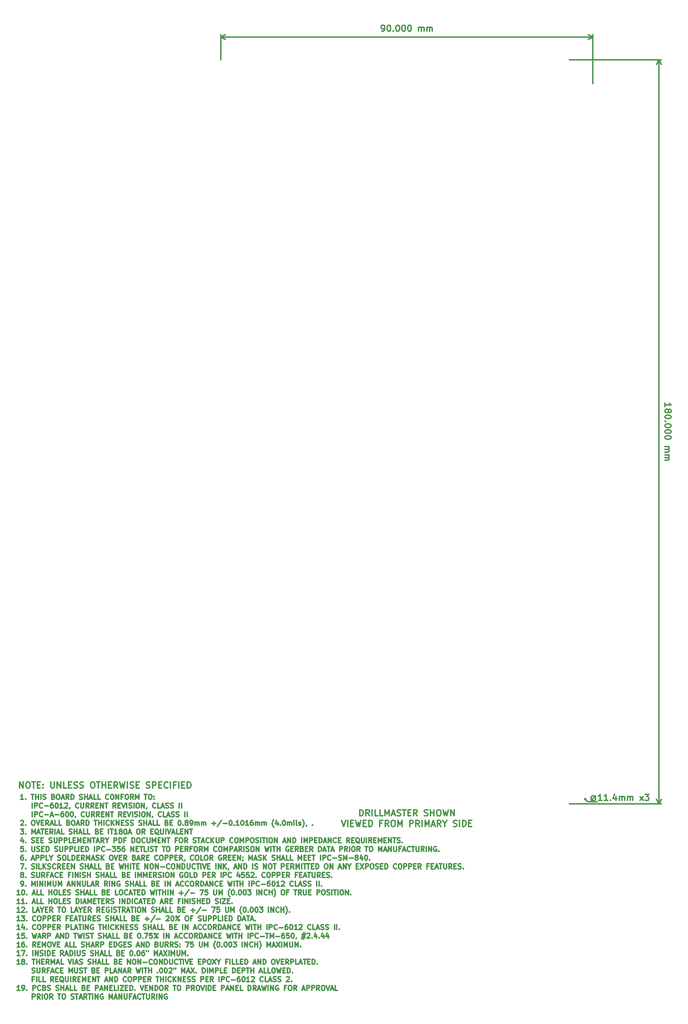
<source format=gbr>
G04 #@! TF.GenerationSoftware,KiCad,Pcbnew,5.0.0*
G04 #@! TF.CreationDate,2018-09-24T15:23:07-04:00*
G04 #@! TF.ProjectId,dvk-mx8m-bsb,64766B2D6D78386D2D6273622E6B6963,v0.1.3*
G04 #@! TF.SameCoordinates,Original*
G04 #@! TF.FileFunction,Other,Comment*
%FSLAX46Y46*%
G04 Gerber Fmt 4.6, Leading zero omitted, Abs format (unit mm)*
G04 Created by KiCad (PCBNEW 5.0.0) date Mon Sep 24 15:23:07 2018*
%MOMM*%
%LPD*%
G01*
G04 APERTURE LIST*
%ADD10C,0.300000*%
G04 APERTURE END LIST*
D10*
X93571428Y-241403571D02*
X93571428Y-239903571D01*
X93928571Y-239903571D01*
X94142857Y-239975000D01*
X94285714Y-240117857D01*
X94357142Y-240260714D01*
X94428571Y-240546428D01*
X94428571Y-240760714D01*
X94357142Y-241046428D01*
X94285714Y-241189285D01*
X94142857Y-241332142D01*
X93928571Y-241403571D01*
X93571428Y-241403571D01*
X95928571Y-241403571D02*
X95428571Y-240689285D01*
X95071428Y-241403571D02*
X95071428Y-239903571D01*
X95642857Y-239903571D01*
X95785714Y-239975000D01*
X95857142Y-240046428D01*
X95928571Y-240189285D01*
X95928571Y-240403571D01*
X95857142Y-240546428D01*
X95785714Y-240617857D01*
X95642857Y-240689285D01*
X95071428Y-240689285D01*
X96571428Y-241403571D02*
X96571428Y-239903571D01*
X98000000Y-241403571D02*
X97285714Y-241403571D01*
X97285714Y-239903571D01*
X99214285Y-241403571D02*
X98500000Y-241403571D01*
X98500000Y-239903571D01*
X99714285Y-241403571D02*
X99714285Y-239903571D01*
X100214285Y-240975000D01*
X100714285Y-239903571D01*
X100714285Y-241403571D01*
X101357142Y-240975000D02*
X102071428Y-240975000D01*
X101214285Y-241403571D02*
X101714285Y-239903571D01*
X102214285Y-241403571D01*
X102642857Y-241332142D02*
X102857142Y-241403571D01*
X103214285Y-241403571D01*
X103357142Y-241332142D01*
X103428571Y-241260714D01*
X103500000Y-241117857D01*
X103500000Y-240975000D01*
X103428571Y-240832142D01*
X103357142Y-240760714D01*
X103214285Y-240689285D01*
X102928571Y-240617857D01*
X102785714Y-240546428D01*
X102714285Y-240475000D01*
X102642857Y-240332142D01*
X102642857Y-240189285D01*
X102714285Y-240046428D01*
X102785714Y-239975000D01*
X102928571Y-239903571D01*
X103285714Y-239903571D01*
X103500000Y-239975000D01*
X103928571Y-239903571D02*
X104785714Y-239903571D01*
X104357142Y-241403571D02*
X104357142Y-239903571D01*
X105285714Y-240617857D02*
X105785714Y-240617857D01*
X106000000Y-241403571D02*
X105285714Y-241403571D01*
X105285714Y-239903571D01*
X106000000Y-239903571D01*
X107500000Y-241403571D02*
X107000000Y-240689285D01*
X106642857Y-241403571D02*
X106642857Y-239903571D01*
X107214285Y-239903571D01*
X107357142Y-239975000D01*
X107428571Y-240046428D01*
X107500000Y-240189285D01*
X107500000Y-240403571D01*
X107428571Y-240546428D01*
X107357142Y-240617857D01*
X107214285Y-240689285D01*
X106642857Y-240689285D01*
X109214285Y-241332142D02*
X109428571Y-241403571D01*
X109785714Y-241403571D01*
X109928571Y-241332142D01*
X110000000Y-241260714D01*
X110071428Y-241117857D01*
X110071428Y-240975000D01*
X110000000Y-240832142D01*
X109928571Y-240760714D01*
X109785714Y-240689285D01*
X109500000Y-240617857D01*
X109357142Y-240546428D01*
X109285714Y-240475000D01*
X109214285Y-240332142D01*
X109214285Y-240189285D01*
X109285714Y-240046428D01*
X109357142Y-239975000D01*
X109500000Y-239903571D01*
X109857142Y-239903571D01*
X110071428Y-239975000D01*
X110714285Y-241403571D02*
X110714285Y-239903571D01*
X110714285Y-240617857D02*
X111571428Y-240617857D01*
X111571428Y-241403571D02*
X111571428Y-239903571D01*
X112571428Y-239903571D02*
X112857142Y-239903571D01*
X113000000Y-239975000D01*
X113142857Y-240117857D01*
X113214285Y-240403571D01*
X113214285Y-240903571D01*
X113142857Y-241189285D01*
X113000000Y-241332142D01*
X112857142Y-241403571D01*
X112571428Y-241403571D01*
X112428571Y-241332142D01*
X112285714Y-241189285D01*
X112214285Y-240903571D01*
X112214285Y-240403571D01*
X112285714Y-240117857D01*
X112428571Y-239975000D01*
X112571428Y-239903571D01*
X113714285Y-239903571D02*
X114071428Y-241403571D01*
X114357142Y-240332142D01*
X114642857Y-241403571D01*
X115000000Y-239903571D01*
X115571428Y-241403571D02*
X115571428Y-239903571D01*
X116428571Y-241403571D01*
X116428571Y-239903571D01*
X89178571Y-242453571D02*
X89678571Y-243953571D01*
X90178571Y-242453571D01*
X90678571Y-243953571D02*
X90678571Y-242453571D01*
X91392857Y-243167857D02*
X91892857Y-243167857D01*
X92107142Y-243953571D02*
X91392857Y-243953571D01*
X91392857Y-242453571D01*
X92107142Y-242453571D01*
X92607142Y-242453571D02*
X92964285Y-243953571D01*
X93250000Y-242882142D01*
X93535714Y-243953571D01*
X93892857Y-242453571D01*
X94464285Y-243167857D02*
X94964285Y-243167857D01*
X95178571Y-243953571D02*
X94464285Y-243953571D01*
X94464285Y-242453571D01*
X95178571Y-242453571D01*
X95821428Y-243953571D02*
X95821428Y-242453571D01*
X96178571Y-242453571D01*
X96392857Y-242525000D01*
X96535714Y-242667857D01*
X96607142Y-242810714D01*
X96678571Y-243096428D01*
X96678571Y-243310714D01*
X96607142Y-243596428D01*
X96535714Y-243739285D01*
X96392857Y-243882142D01*
X96178571Y-243953571D01*
X95821428Y-243953571D01*
X98964285Y-243167857D02*
X98464285Y-243167857D01*
X98464285Y-243953571D02*
X98464285Y-242453571D01*
X99178571Y-242453571D01*
X100607142Y-243953571D02*
X100107142Y-243239285D01*
X99750000Y-243953571D02*
X99750000Y-242453571D01*
X100321428Y-242453571D01*
X100464285Y-242525000D01*
X100535714Y-242596428D01*
X100607142Y-242739285D01*
X100607142Y-242953571D01*
X100535714Y-243096428D01*
X100464285Y-243167857D01*
X100321428Y-243239285D01*
X99750000Y-243239285D01*
X101535714Y-242453571D02*
X101821428Y-242453571D01*
X101964285Y-242525000D01*
X102107142Y-242667857D01*
X102178571Y-242953571D01*
X102178571Y-243453571D01*
X102107142Y-243739285D01*
X101964285Y-243882142D01*
X101821428Y-243953571D01*
X101535714Y-243953571D01*
X101392857Y-243882142D01*
X101250000Y-243739285D01*
X101178571Y-243453571D01*
X101178571Y-242953571D01*
X101250000Y-242667857D01*
X101392857Y-242525000D01*
X101535714Y-242453571D01*
X102821428Y-243953571D02*
X102821428Y-242453571D01*
X103321428Y-243525000D01*
X103821428Y-242453571D01*
X103821428Y-243953571D01*
X105678571Y-243953571D02*
X105678571Y-242453571D01*
X106250000Y-242453571D01*
X106392857Y-242525000D01*
X106464285Y-242596428D01*
X106535714Y-242739285D01*
X106535714Y-242953571D01*
X106464285Y-243096428D01*
X106392857Y-243167857D01*
X106250000Y-243239285D01*
X105678571Y-243239285D01*
X108035714Y-243953571D02*
X107535714Y-243239285D01*
X107178571Y-243953571D02*
X107178571Y-242453571D01*
X107750000Y-242453571D01*
X107892857Y-242525000D01*
X107964285Y-242596428D01*
X108035714Y-242739285D01*
X108035714Y-242953571D01*
X107964285Y-243096428D01*
X107892857Y-243167857D01*
X107750000Y-243239285D01*
X107178571Y-243239285D01*
X108678571Y-243953571D02*
X108678571Y-242453571D01*
X109392857Y-243953571D02*
X109392857Y-242453571D01*
X109892857Y-243525000D01*
X110392857Y-242453571D01*
X110392857Y-243953571D01*
X111035714Y-243525000D02*
X111750000Y-243525000D01*
X110892857Y-243953571D02*
X111392857Y-242453571D01*
X111892857Y-243953571D01*
X113250000Y-243953571D02*
X112750000Y-243239285D01*
X112392857Y-243953571D02*
X112392857Y-242453571D01*
X112964285Y-242453571D01*
X113107142Y-242525000D01*
X113178571Y-242596428D01*
X113250000Y-242739285D01*
X113250000Y-242953571D01*
X113178571Y-243096428D01*
X113107142Y-243167857D01*
X112964285Y-243239285D01*
X112392857Y-243239285D01*
X114178571Y-243239285D02*
X114178571Y-243953571D01*
X113678571Y-242453571D02*
X114178571Y-243239285D01*
X114678571Y-242453571D01*
X116250000Y-243882142D02*
X116464285Y-243953571D01*
X116821428Y-243953571D01*
X116964285Y-243882142D01*
X117035714Y-243810714D01*
X117107142Y-243667857D01*
X117107142Y-243525000D01*
X117035714Y-243382142D01*
X116964285Y-243310714D01*
X116821428Y-243239285D01*
X116535714Y-243167857D01*
X116392857Y-243096428D01*
X116321428Y-243025000D01*
X116250000Y-242882142D01*
X116250000Y-242739285D01*
X116321428Y-242596428D01*
X116392857Y-242525000D01*
X116535714Y-242453571D01*
X116892857Y-242453571D01*
X117107142Y-242525000D01*
X117750000Y-243953571D02*
X117750000Y-242453571D01*
X118464285Y-243953571D02*
X118464285Y-242453571D01*
X118821428Y-242453571D01*
X119035714Y-242525000D01*
X119178571Y-242667857D01*
X119250000Y-242810714D01*
X119321428Y-243096428D01*
X119321428Y-243310714D01*
X119250000Y-243596428D01*
X119178571Y-243739285D01*
X119035714Y-243882142D01*
X118821428Y-243953571D01*
X118464285Y-243953571D01*
X119964285Y-243167857D02*
X120464285Y-243167857D01*
X120678571Y-243953571D02*
X119964285Y-243953571D01*
X119964285Y-242453571D01*
X120678571Y-242453571D01*
X11321428Y-234678571D02*
X11321428Y-233178571D01*
X12178571Y-234678571D01*
X12178571Y-233178571D01*
X13178571Y-233178571D02*
X13464285Y-233178571D01*
X13607142Y-233250000D01*
X13750000Y-233392857D01*
X13821428Y-233678571D01*
X13821428Y-234178571D01*
X13750000Y-234464285D01*
X13607142Y-234607142D01*
X13464285Y-234678571D01*
X13178571Y-234678571D01*
X13035714Y-234607142D01*
X12892857Y-234464285D01*
X12821428Y-234178571D01*
X12821428Y-233678571D01*
X12892857Y-233392857D01*
X13035714Y-233250000D01*
X13178571Y-233178571D01*
X14250000Y-233178571D02*
X15107142Y-233178571D01*
X14678571Y-234678571D02*
X14678571Y-233178571D01*
X15607142Y-233892857D02*
X16107142Y-233892857D01*
X16321428Y-234678571D02*
X15607142Y-234678571D01*
X15607142Y-233178571D01*
X16321428Y-233178571D01*
X16964285Y-234535714D02*
X17035714Y-234607142D01*
X16964285Y-234678571D01*
X16892857Y-234607142D01*
X16964285Y-234535714D01*
X16964285Y-234678571D01*
X16964285Y-233750000D02*
X17035714Y-233821428D01*
X16964285Y-233892857D01*
X16892857Y-233821428D01*
X16964285Y-233750000D01*
X16964285Y-233892857D01*
X18821428Y-233178571D02*
X18821428Y-234392857D01*
X18892857Y-234535714D01*
X18964285Y-234607142D01*
X19107142Y-234678571D01*
X19392857Y-234678571D01*
X19535714Y-234607142D01*
X19607142Y-234535714D01*
X19678571Y-234392857D01*
X19678571Y-233178571D01*
X20392857Y-234678571D02*
X20392857Y-233178571D01*
X21250000Y-234678571D01*
X21250000Y-233178571D01*
X22678571Y-234678571D02*
X21964285Y-234678571D01*
X21964285Y-233178571D01*
X23178571Y-233892857D02*
X23678571Y-233892857D01*
X23892857Y-234678571D02*
X23178571Y-234678571D01*
X23178571Y-233178571D01*
X23892857Y-233178571D01*
X24464285Y-234607142D02*
X24678571Y-234678571D01*
X25035714Y-234678571D01*
X25178571Y-234607142D01*
X25250000Y-234535714D01*
X25321428Y-234392857D01*
X25321428Y-234250000D01*
X25250000Y-234107142D01*
X25178571Y-234035714D01*
X25035714Y-233964285D01*
X24750000Y-233892857D01*
X24607142Y-233821428D01*
X24535714Y-233750000D01*
X24464285Y-233607142D01*
X24464285Y-233464285D01*
X24535714Y-233321428D01*
X24607142Y-233250000D01*
X24750000Y-233178571D01*
X25107142Y-233178571D01*
X25321428Y-233250000D01*
X25892857Y-234607142D02*
X26107142Y-234678571D01*
X26464285Y-234678571D01*
X26607142Y-234607142D01*
X26678571Y-234535714D01*
X26750000Y-234392857D01*
X26750000Y-234250000D01*
X26678571Y-234107142D01*
X26607142Y-234035714D01*
X26464285Y-233964285D01*
X26178571Y-233892857D01*
X26035714Y-233821428D01*
X25964285Y-233750000D01*
X25892857Y-233607142D01*
X25892857Y-233464285D01*
X25964285Y-233321428D01*
X26035714Y-233250000D01*
X26178571Y-233178571D01*
X26535714Y-233178571D01*
X26750000Y-233250000D01*
X28821428Y-233178571D02*
X29107142Y-233178571D01*
X29250000Y-233250000D01*
X29392857Y-233392857D01*
X29464285Y-233678571D01*
X29464285Y-234178571D01*
X29392857Y-234464285D01*
X29250000Y-234607142D01*
X29107142Y-234678571D01*
X28821428Y-234678571D01*
X28678571Y-234607142D01*
X28535714Y-234464285D01*
X28464285Y-234178571D01*
X28464285Y-233678571D01*
X28535714Y-233392857D01*
X28678571Y-233250000D01*
X28821428Y-233178571D01*
X29892857Y-233178571D02*
X30750000Y-233178571D01*
X30321428Y-234678571D02*
X30321428Y-233178571D01*
X31250000Y-234678571D02*
X31250000Y-233178571D01*
X31250000Y-233892857D02*
X32107142Y-233892857D01*
X32107142Y-234678571D02*
X32107142Y-233178571D01*
X32821428Y-233892857D02*
X33321428Y-233892857D01*
X33535714Y-234678571D02*
X32821428Y-234678571D01*
X32821428Y-233178571D01*
X33535714Y-233178571D01*
X35035714Y-234678571D02*
X34535714Y-233964285D01*
X34178571Y-234678571D02*
X34178571Y-233178571D01*
X34750000Y-233178571D01*
X34892857Y-233250000D01*
X34964285Y-233321428D01*
X35035714Y-233464285D01*
X35035714Y-233678571D01*
X34964285Y-233821428D01*
X34892857Y-233892857D01*
X34750000Y-233964285D01*
X34178571Y-233964285D01*
X35535714Y-233178571D02*
X35892857Y-234678571D01*
X36178571Y-233607142D01*
X36464285Y-234678571D01*
X36821428Y-233178571D01*
X37392857Y-234678571D02*
X37392857Y-233178571D01*
X38035714Y-234607142D02*
X38250000Y-234678571D01*
X38607142Y-234678571D01*
X38750000Y-234607142D01*
X38821428Y-234535714D01*
X38892857Y-234392857D01*
X38892857Y-234250000D01*
X38821428Y-234107142D01*
X38750000Y-234035714D01*
X38607142Y-233964285D01*
X38321428Y-233892857D01*
X38178571Y-233821428D01*
X38107142Y-233750000D01*
X38035714Y-233607142D01*
X38035714Y-233464285D01*
X38107142Y-233321428D01*
X38178571Y-233250000D01*
X38321428Y-233178571D01*
X38678571Y-233178571D01*
X38892857Y-233250000D01*
X39535714Y-233892857D02*
X40035714Y-233892857D01*
X40250000Y-234678571D02*
X39535714Y-234678571D01*
X39535714Y-233178571D01*
X40250000Y-233178571D01*
X41964285Y-234607142D02*
X42178571Y-234678571D01*
X42535714Y-234678571D01*
X42678571Y-234607142D01*
X42750000Y-234535714D01*
X42821428Y-234392857D01*
X42821428Y-234250000D01*
X42750000Y-234107142D01*
X42678571Y-234035714D01*
X42535714Y-233964285D01*
X42250000Y-233892857D01*
X42107142Y-233821428D01*
X42035714Y-233750000D01*
X41964285Y-233607142D01*
X41964285Y-233464285D01*
X42035714Y-233321428D01*
X42107142Y-233250000D01*
X42250000Y-233178571D01*
X42607142Y-233178571D01*
X42821428Y-233250000D01*
X43464285Y-234678571D02*
X43464285Y-233178571D01*
X44035714Y-233178571D01*
X44178571Y-233250000D01*
X44250000Y-233321428D01*
X44321428Y-233464285D01*
X44321428Y-233678571D01*
X44250000Y-233821428D01*
X44178571Y-233892857D01*
X44035714Y-233964285D01*
X43464285Y-233964285D01*
X44964285Y-233892857D02*
X45464285Y-233892857D01*
X45678571Y-234678571D02*
X44964285Y-234678571D01*
X44964285Y-233178571D01*
X45678571Y-233178571D01*
X47178571Y-234535714D02*
X47107142Y-234607142D01*
X46892857Y-234678571D01*
X46749999Y-234678571D01*
X46535714Y-234607142D01*
X46392857Y-234464285D01*
X46321428Y-234321428D01*
X46249999Y-234035714D01*
X46249999Y-233821428D01*
X46321428Y-233535714D01*
X46392857Y-233392857D01*
X46535714Y-233250000D01*
X46749999Y-233178571D01*
X46892857Y-233178571D01*
X47107142Y-233250000D01*
X47178571Y-233321428D01*
X47821428Y-234678571D02*
X47821428Y-233178571D01*
X49035714Y-233892857D02*
X48535714Y-233892857D01*
X48535714Y-234678571D02*
X48535714Y-233178571D01*
X49250000Y-233178571D01*
X49821428Y-234678571D02*
X49821428Y-233178571D01*
X50535714Y-233892857D02*
X51035714Y-233892857D01*
X51250000Y-234678571D02*
X50535714Y-234678571D01*
X50535714Y-233178571D01*
X51250000Y-233178571D01*
X51892857Y-234678571D02*
X51892857Y-233178571D01*
X52250000Y-233178571D01*
X52464285Y-233250000D01*
X52607142Y-233392857D01*
X52678571Y-233535714D01*
X52750000Y-233821428D01*
X52750000Y-234035714D01*
X52678571Y-234321428D01*
X52607142Y-234464285D01*
X52464285Y-234607142D01*
X52250000Y-234678571D01*
X51892857Y-234678571D01*
X150000000Y-64200000D02*
X150000000Y-58500000D01*
X167421428Y-142428571D02*
X167421428Y-141571428D01*
X167421428Y-142000000D02*
X168921428Y-142000000D01*
X168707142Y-141857142D01*
X168564285Y-141714285D01*
X168492857Y-141571428D01*
X168278571Y-143285714D02*
X168350000Y-143142857D01*
X168421428Y-143071428D01*
X168564285Y-143000000D01*
X168635714Y-143000000D01*
X168778571Y-143071428D01*
X168850000Y-143142857D01*
X168921428Y-143285714D01*
X168921428Y-143571428D01*
X168850000Y-143714285D01*
X168778571Y-143785714D01*
X168635714Y-143857142D01*
X168564285Y-143857142D01*
X168421428Y-143785714D01*
X168350000Y-143714285D01*
X168278571Y-143571428D01*
X168278571Y-143285714D01*
X168207142Y-143142857D01*
X168135714Y-143071428D01*
X167992857Y-143000000D01*
X167707142Y-143000000D01*
X167564285Y-143071428D01*
X167492857Y-143142857D01*
X167421428Y-143285714D01*
X167421428Y-143571428D01*
X167492857Y-143714285D01*
X167564285Y-143785714D01*
X167707142Y-143857142D01*
X167992857Y-143857142D01*
X168135714Y-143785714D01*
X168207142Y-143714285D01*
X168278571Y-143571428D01*
X168921428Y-144785714D02*
X168921428Y-144928571D01*
X168850000Y-145071428D01*
X168778571Y-145142857D01*
X168635714Y-145214285D01*
X168350000Y-145285714D01*
X167992857Y-145285714D01*
X167707142Y-145214285D01*
X167564285Y-145142857D01*
X167492857Y-145071428D01*
X167421428Y-144928571D01*
X167421428Y-144785714D01*
X167492857Y-144642857D01*
X167564285Y-144571428D01*
X167707142Y-144500000D01*
X167992857Y-144428571D01*
X168350000Y-144428571D01*
X168635714Y-144500000D01*
X168778571Y-144571428D01*
X168850000Y-144642857D01*
X168921428Y-144785714D01*
X167564285Y-145928571D02*
X167492857Y-146000000D01*
X167421428Y-145928571D01*
X167492857Y-145857142D01*
X167564285Y-145928571D01*
X167421428Y-145928571D01*
X168921428Y-146928571D02*
X168921428Y-147071428D01*
X168850000Y-147214285D01*
X168778571Y-147285714D01*
X168635714Y-147357142D01*
X168350000Y-147428571D01*
X167992857Y-147428571D01*
X167707142Y-147357142D01*
X167564285Y-147285714D01*
X167492857Y-147214285D01*
X167421428Y-147071428D01*
X167421428Y-146928571D01*
X167492857Y-146785714D01*
X167564285Y-146714285D01*
X167707142Y-146642857D01*
X167992857Y-146571428D01*
X168350000Y-146571428D01*
X168635714Y-146642857D01*
X168778571Y-146714285D01*
X168850000Y-146785714D01*
X168921428Y-146928571D01*
X168921428Y-148357142D02*
X168921428Y-148500000D01*
X168850000Y-148642857D01*
X168778571Y-148714285D01*
X168635714Y-148785714D01*
X168350000Y-148857142D01*
X167992857Y-148857142D01*
X167707142Y-148785714D01*
X167564285Y-148714285D01*
X167492857Y-148642857D01*
X167421428Y-148500000D01*
X167421428Y-148357142D01*
X167492857Y-148214285D01*
X167564285Y-148142857D01*
X167707142Y-148071428D01*
X167992857Y-148000000D01*
X168350000Y-148000000D01*
X168635714Y-148071428D01*
X168778571Y-148142857D01*
X168850000Y-148214285D01*
X168921428Y-148357142D01*
X168921428Y-149785714D02*
X168921428Y-149928571D01*
X168850000Y-150071428D01*
X168778571Y-150142857D01*
X168635714Y-150214285D01*
X168350000Y-150285714D01*
X167992857Y-150285714D01*
X167707142Y-150214285D01*
X167564285Y-150142857D01*
X167492857Y-150071428D01*
X167421428Y-149928571D01*
X167421428Y-149785714D01*
X167492857Y-149642857D01*
X167564285Y-149571428D01*
X167707142Y-149500000D01*
X167992857Y-149428571D01*
X168350000Y-149428571D01*
X168635714Y-149500000D01*
X168778571Y-149571428D01*
X168850000Y-149642857D01*
X168921428Y-149785714D01*
X167421428Y-152071428D02*
X168421428Y-152071428D01*
X168278571Y-152071428D02*
X168350000Y-152142857D01*
X168421428Y-152285714D01*
X168421428Y-152500000D01*
X168350000Y-152642857D01*
X168207142Y-152714285D01*
X167421428Y-152714285D01*
X168207142Y-152714285D02*
X168350000Y-152785714D01*
X168421428Y-152928571D01*
X168421428Y-153142857D01*
X168350000Y-153285714D01*
X168207142Y-153357142D01*
X167421428Y-153357142D01*
X167421428Y-154071428D02*
X168421428Y-154071428D01*
X168278571Y-154071428D02*
X168350000Y-154142857D01*
X168421428Y-154285714D01*
X168421428Y-154500000D01*
X168350000Y-154642857D01*
X168207142Y-154714285D01*
X167421428Y-154714285D01*
X168207142Y-154714285D02*
X168350000Y-154785714D01*
X168421428Y-154928571D01*
X168421428Y-155142857D01*
X168350000Y-155285714D01*
X168207142Y-155357142D01*
X167421428Y-155357142D01*
X166000000Y-58500000D02*
X166000000Y-238500000D01*
X144300000Y-58500000D02*
X166586421Y-58500000D01*
X144300000Y-238500000D02*
X166586421Y-238500000D01*
X166000000Y-238500000D02*
X165413579Y-237373496D01*
X166000000Y-238500000D02*
X166586421Y-237373496D01*
X166000000Y-58500000D02*
X165413579Y-59626504D01*
X166000000Y-58500000D02*
X166586421Y-59626504D01*
X148250000Y-237250000D02*
X148000000Y-237250000D01*
X148000000Y-237500000D02*
X148250000Y-237250000D01*
X148000000Y-237250000D02*
X148000000Y-237500000D01*
X148750000Y-238000000D02*
X151000000Y-238000000D01*
X148000000Y-237250000D02*
X148750000Y-238000000D01*
X149964285Y-236535714D02*
X150250000Y-236535714D01*
X150535714Y-236678571D01*
X150678571Y-236964285D01*
X150678571Y-237250000D01*
X150535714Y-237535714D01*
X150250000Y-237678571D01*
X149964285Y-237678571D01*
X149678571Y-237535714D01*
X149535714Y-237250000D01*
X149535714Y-236964285D01*
X149678571Y-236678571D01*
X149964285Y-236535714D01*
X150678571Y-236535714D02*
X149535714Y-237678571D01*
X152178571Y-237678571D02*
X151321428Y-237678571D01*
X151750000Y-237678571D02*
X151750000Y-236178571D01*
X151607142Y-236392857D01*
X151464285Y-236535714D01*
X151321428Y-236607142D01*
X153607142Y-237678571D02*
X152750000Y-237678571D01*
X153178571Y-237678571D02*
X153178571Y-236178571D01*
X153035714Y-236392857D01*
X152892857Y-236535714D01*
X152750000Y-236607142D01*
X154250000Y-237535714D02*
X154321428Y-237607142D01*
X154250000Y-237678571D01*
X154178571Y-237607142D01*
X154250000Y-237535714D01*
X154250000Y-237678571D01*
X155607142Y-236678571D02*
X155607142Y-237678571D01*
X155250000Y-236107142D02*
X154892857Y-237178571D01*
X155821428Y-237178571D01*
X156392857Y-237678571D02*
X156392857Y-236678571D01*
X156392857Y-236821428D02*
X156464285Y-236750000D01*
X156607142Y-236678571D01*
X156821428Y-236678571D01*
X156964285Y-236750000D01*
X157035714Y-236892857D01*
X157035714Y-237678571D01*
X157035714Y-236892857D02*
X157107142Y-236750000D01*
X157250000Y-236678571D01*
X157464285Y-236678571D01*
X157607142Y-236750000D01*
X157678571Y-236892857D01*
X157678571Y-237678571D01*
X158392857Y-237678571D02*
X158392857Y-236678571D01*
X158392857Y-236821428D02*
X158464285Y-236750000D01*
X158607142Y-236678571D01*
X158821428Y-236678571D01*
X158964285Y-236750000D01*
X159035714Y-236892857D01*
X159035714Y-237678571D01*
X159035714Y-236892857D02*
X159107142Y-236750000D01*
X159250000Y-236678571D01*
X159464285Y-236678571D01*
X159607142Y-236750000D01*
X159678571Y-236892857D01*
X159678571Y-237678571D01*
X161392857Y-237678571D02*
X162178571Y-236678571D01*
X161392857Y-236678571D02*
X162178571Y-237678571D01*
X162607142Y-236178571D02*
X163535714Y-236178571D01*
X163035714Y-236750000D01*
X163250000Y-236750000D01*
X163392857Y-236821428D01*
X163464285Y-236892857D01*
X163535714Y-237035714D01*
X163535714Y-237392857D01*
X163464285Y-237535714D01*
X163392857Y-237607142D01*
X163250000Y-237678571D01*
X162821428Y-237678571D01*
X162678571Y-237607142D01*
X162607142Y-237535714D01*
X98928571Y-51578571D02*
X99214285Y-51578571D01*
X99357142Y-51507142D01*
X99428571Y-51435714D01*
X99571428Y-51221428D01*
X99642857Y-50935714D01*
X99642857Y-50364285D01*
X99571428Y-50221428D01*
X99500000Y-50150000D01*
X99357142Y-50078571D01*
X99071428Y-50078571D01*
X98928571Y-50150000D01*
X98857142Y-50221428D01*
X98785714Y-50364285D01*
X98785714Y-50721428D01*
X98857142Y-50864285D01*
X98928571Y-50935714D01*
X99071428Y-51007142D01*
X99357142Y-51007142D01*
X99500000Y-50935714D01*
X99571428Y-50864285D01*
X99642857Y-50721428D01*
X100571428Y-50078571D02*
X100714285Y-50078571D01*
X100857142Y-50150000D01*
X100928571Y-50221428D01*
X101000000Y-50364285D01*
X101071428Y-50650000D01*
X101071428Y-51007142D01*
X101000000Y-51292857D01*
X100928571Y-51435714D01*
X100857142Y-51507142D01*
X100714285Y-51578571D01*
X100571428Y-51578571D01*
X100428571Y-51507142D01*
X100357142Y-51435714D01*
X100285714Y-51292857D01*
X100214285Y-51007142D01*
X100214285Y-50650000D01*
X100285714Y-50364285D01*
X100357142Y-50221428D01*
X100428571Y-50150000D01*
X100571428Y-50078571D01*
X101714285Y-51435714D02*
X101785714Y-51507142D01*
X101714285Y-51578571D01*
X101642857Y-51507142D01*
X101714285Y-51435714D01*
X101714285Y-51578571D01*
X102714285Y-50078571D02*
X102857142Y-50078571D01*
X103000000Y-50150000D01*
X103071428Y-50221428D01*
X103142857Y-50364285D01*
X103214285Y-50650000D01*
X103214285Y-51007142D01*
X103142857Y-51292857D01*
X103071428Y-51435714D01*
X103000000Y-51507142D01*
X102857142Y-51578571D01*
X102714285Y-51578571D01*
X102571428Y-51507142D01*
X102500000Y-51435714D01*
X102428571Y-51292857D01*
X102357142Y-51007142D01*
X102357142Y-50650000D01*
X102428571Y-50364285D01*
X102500000Y-50221428D01*
X102571428Y-50150000D01*
X102714285Y-50078571D01*
X104142857Y-50078571D02*
X104285714Y-50078571D01*
X104428571Y-50150000D01*
X104500000Y-50221428D01*
X104571428Y-50364285D01*
X104642857Y-50650000D01*
X104642857Y-51007142D01*
X104571428Y-51292857D01*
X104500000Y-51435714D01*
X104428571Y-51507142D01*
X104285714Y-51578571D01*
X104142857Y-51578571D01*
X104000000Y-51507142D01*
X103928571Y-51435714D01*
X103857142Y-51292857D01*
X103785714Y-51007142D01*
X103785714Y-50650000D01*
X103857142Y-50364285D01*
X103928571Y-50221428D01*
X104000000Y-50150000D01*
X104142857Y-50078571D01*
X105571428Y-50078571D02*
X105714285Y-50078571D01*
X105857142Y-50150000D01*
X105928571Y-50221428D01*
X106000000Y-50364285D01*
X106071428Y-50650000D01*
X106071428Y-51007142D01*
X106000000Y-51292857D01*
X105928571Y-51435714D01*
X105857142Y-51507142D01*
X105714285Y-51578571D01*
X105571428Y-51578571D01*
X105428571Y-51507142D01*
X105357142Y-51435714D01*
X105285714Y-51292857D01*
X105214285Y-51007142D01*
X105214285Y-50650000D01*
X105285714Y-50364285D01*
X105357142Y-50221428D01*
X105428571Y-50150000D01*
X105571428Y-50078571D01*
X107857142Y-51578571D02*
X107857142Y-50578571D01*
X107857142Y-50721428D02*
X107928571Y-50650000D01*
X108071428Y-50578571D01*
X108285714Y-50578571D01*
X108428571Y-50650000D01*
X108500000Y-50792857D01*
X108500000Y-51578571D01*
X108500000Y-50792857D02*
X108571428Y-50650000D01*
X108714285Y-50578571D01*
X108928571Y-50578571D01*
X109071428Y-50650000D01*
X109142857Y-50792857D01*
X109142857Y-51578571D01*
X109857142Y-51578571D02*
X109857142Y-50578571D01*
X109857142Y-50721428D02*
X109928571Y-50650000D01*
X110071428Y-50578571D01*
X110285714Y-50578571D01*
X110428571Y-50650000D01*
X110500000Y-50792857D01*
X110500000Y-51578571D01*
X110500000Y-50792857D02*
X110571428Y-50650000D01*
X110714285Y-50578571D01*
X110928571Y-50578571D01*
X111071428Y-50650000D01*
X111142857Y-50792857D01*
X111142857Y-51578571D01*
X60000000Y-53000000D02*
X150000000Y-53000000D01*
X60000000Y-58500000D02*
X60000000Y-52413579D01*
X150000000Y-58500000D02*
X150000000Y-52413579D01*
X150000000Y-53000000D02*
X148873496Y-53586421D01*
X150000000Y-53000000D02*
X148873496Y-52413579D01*
X60000000Y-53000000D02*
X61126504Y-53586421D01*
X60000000Y-53000000D02*
X61126504Y-52413579D01*
X12273571Y-237392857D02*
X11587857Y-237392857D01*
X11930714Y-237392857D02*
X11930714Y-236192857D01*
X11816428Y-236364285D01*
X11702142Y-236478571D01*
X11587857Y-236535714D01*
X12787857Y-237278571D02*
X12845000Y-237335714D01*
X12787857Y-237392857D01*
X12730714Y-237335714D01*
X12787857Y-237278571D01*
X12787857Y-237392857D01*
X14102142Y-236192857D02*
X14787857Y-236192857D01*
X14445000Y-237392857D02*
X14445000Y-236192857D01*
X15187857Y-237392857D02*
X15187857Y-236192857D01*
X15187857Y-236764285D02*
X15873571Y-236764285D01*
X15873571Y-237392857D02*
X15873571Y-236192857D01*
X16445000Y-237392857D02*
X16445000Y-236192857D01*
X16959285Y-237335714D02*
X17130714Y-237392857D01*
X17416428Y-237392857D01*
X17530714Y-237335714D01*
X17587857Y-237278571D01*
X17645000Y-237164285D01*
X17645000Y-237050000D01*
X17587857Y-236935714D01*
X17530714Y-236878571D01*
X17416428Y-236821428D01*
X17187857Y-236764285D01*
X17073571Y-236707142D01*
X17016428Y-236650000D01*
X16959285Y-236535714D01*
X16959285Y-236421428D01*
X17016428Y-236307142D01*
X17073571Y-236250000D01*
X17187857Y-236192857D01*
X17473571Y-236192857D01*
X17645000Y-236250000D01*
X19473571Y-236764285D02*
X19645000Y-236821428D01*
X19702142Y-236878571D01*
X19759285Y-236992857D01*
X19759285Y-237164285D01*
X19702142Y-237278571D01*
X19645000Y-237335714D01*
X19530714Y-237392857D01*
X19073571Y-237392857D01*
X19073571Y-236192857D01*
X19473571Y-236192857D01*
X19587857Y-236250000D01*
X19645000Y-236307142D01*
X19702142Y-236421428D01*
X19702142Y-236535714D01*
X19645000Y-236650000D01*
X19587857Y-236707142D01*
X19473571Y-236764285D01*
X19073571Y-236764285D01*
X20502142Y-236192857D02*
X20730714Y-236192857D01*
X20845000Y-236250000D01*
X20959285Y-236364285D01*
X21016428Y-236592857D01*
X21016428Y-236992857D01*
X20959285Y-237221428D01*
X20845000Y-237335714D01*
X20730714Y-237392857D01*
X20502142Y-237392857D01*
X20387857Y-237335714D01*
X20273571Y-237221428D01*
X20216428Y-236992857D01*
X20216428Y-236592857D01*
X20273571Y-236364285D01*
X20387857Y-236250000D01*
X20502142Y-236192857D01*
X21473571Y-237050000D02*
X22045000Y-237050000D01*
X21359285Y-237392857D02*
X21759285Y-236192857D01*
X22159285Y-237392857D01*
X23245000Y-237392857D02*
X22845000Y-236821428D01*
X22559285Y-237392857D02*
X22559285Y-236192857D01*
X23016428Y-236192857D01*
X23130714Y-236250000D01*
X23187857Y-236307142D01*
X23245000Y-236421428D01*
X23245000Y-236592857D01*
X23187857Y-236707142D01*
X23130714Y-236764285D01*
X23016428Y-236821428D01*
X22559285Y-236821428D01*
X23759285Y-237392857D02*
X23759285Y-236192857D01*
X24045000Y-236192857D01*
X24216428Y-236250000D01*
X24330714Y-236364285D01*
X24387857Y-236478571D01*
X24445000Y-236707142D01*
X24445000Y-236878571D01*
X24387857Y-237107142D01*
X24330714Y-237221428D01*
X24216428Y-237335714D01*
X24045000Y-237392857D01*
X23759285Y-237392857D01*
X25816428Y-237335714D02*
X25987857Y-237392857D01*
X26273571Y-237392857D01*
X26387857Y-237335714D01*
X26445000Y-237278571D01*
X26502142Y-237164285D01*
X26502142Y-237050000D01*
X26445000Y-236935714D01*
X26387857Y-236878571D01*
X26273571Y-236821428D01*
X26045000Y-236764285D01*
X25930714Y-236707142D01*
X25873571Y-236650000D01*
X25816428Y-236535714D01*
X25816428Y-236421428D01*
X25873571Y-236307142D01*
X25930714Y-236250000D01*
X26045000Y-236192857D01*
X26330714Y-236192857D01*
X26502142Y-236250000D01*
X27016428Y-237392857D02*
X27016428Y-236192857D01*
X27016428Y-236764285D02*
X27702142Y-236764285D01*
X27702142Y-237392857D02*
X27702142Y-236192857D01*
X28216428Y-237050000D02*
X28787857Y-237050000D01*
X28102142Y-237392857D02*
X28502142Y-236192857D01*
X28902142Y-237392857D01*
X29873571Y-237392857D02*
X29302142Y-237392857D01*
X29302142Y-236192857D01*
X30845000Y-237392857D02*
X30273571Y-237392857D01*
X30273571Y-236192857D01*
X32844999Y-237278571D02*
X32787857Y-237335714D01*
X32616428Y-237392857D01*
X32502142Y-237392857D01*
X32330714Y-237335714D01*
X32216428Y-237221428D01*
X32159285Y-237107142D01*
X32102142Y-236878571D01*
X32102142Y-236707142D01*
X32159285Y-236478571D01*
X32216428Y-236364285D01*
X32330714Y-236250000D01*
X32502142Y-236192857D01*
X32616428Y-236192857D01*
X32787857Y-236250000D01*
X32844999Y-236307142D01*
X33587857Y-236192857D02*
X33816428Y-236192857D01*
X33930714Y-236250000D01*
X34045000Y-236364285D01*
X34102142Y-236592857D01*
X34102142Y-236992857D01*
X34045000Y-237221428D01*
X33930714Y-237335714D01*
X33816428Y-237392857D01*
X33587857Y-237392857D01*
X33473571Y-237335714D01*
X33359285Y-237221428D01*
X33302142Y-236992857D01*
X33302142Y-236592857D01*
X33359285Y-236364285D01*
X33473571Y-236250000D01*
X33587857Y-236192857D01*
X34616428Y-237392857D02*
X34616428Y-236192857D01*
X35302142Y-237392857D01*
X35302142Y-236192857D01*
X36273571Y-236764285D02*
X35873571Y-236764285D01*
X35873571Y-237392857D02*
X35873571Y-236192857D01*
X36445000Y-236192857D01*
X37130714Y-236192857D02*
X37359285Y-236192857D01*
X37473571Y-236250000D01*
X37587857Y-236364285D01*
X37645000Y-236592857D01*
X37645000Y-236992857D01*
X37587857Y-237221428D01*
X37473571Y-237335714D01*
X37359285Y-237392857D01*
X37130714Y-237392857D01*
X37016428Y-237335714D01*
X36902142Y-237221428D01*
X36845000Y-236992857D01*
X36845000Y-236592857D01*
X36902142Y-236364285D01*
X37016428Y-236250000D01*
X37130714Y-236192857D01*
X38845000Y-237392857D02*
X38445000Y-236821428D01*
X38159285Y-237392857D02*
X38159285Y-236192857D01*
X38616428Y-236192857D01*
X38730714Y-236250000D01*
X38787857Y-236307142D01*
X38845000Y-236421428D01*
X38845000Y-236592857D01*
X38787857Y-236707142D01*
X38730714Y-236764285D01*
X38616428Y-236821428D01*
X38159285Y-236821428D01*
X39359285Y-237392857D02*
X39359285Y-236192857D01*
X39759285Y-237050000D01*
X40159285Y-236192857D01*
X40159285Y-237392857D01*
X41473571Y-236192857D02*
X42159285Y-236192857D01*
X41816428Y-237392857D02*
X41816428Y-236192857D01*
X42787857Y-236192857D02*
X43016428Y-236192857D01*
X43130714Y-236250000D01*
X43245000Y-236364285D01*
X43302142Y-236592857D01*
X43302142Y-236992857D01*
X43245000Y-237221428D01*
X43130714Y-237335714D01*
X43016428Y-237392857D01*
X42787857Y-237392857D01*
X42673571Y-237335714D01*
X42559285Y-237221428D01*
X42502142Y-236992857D01*
X42502142Y-236592857D01*
X42559285Y-236364285D01*
X42673571Y-236250000D01*
X42787857Y-236192857D01*
X43816428Y-237278571D02*
X43873571Y-237335714D01*
X43816428Y-237392857D01*
X43759285Y-237335714D01*
X43816428Y-237278571D01*
X43816428Y-237392857D01*
X43816428Y-236650000D02*
X43873571Y-236707142D01*
X43816428Y-236764285D01*
X43759285Y-236707142D01*
X43816428Y-236650000D01*
X43816428Y-236764285D01*
X14387857Y-239492857D02*
X14387857Y-238292857D01*
X14959285Y-239492857D02*
X14959285Y-238292857D01*
X15416428Y-238292857D01*
X15530714Y-238350000D01*
X15587857Y-238407142D01*
X15645000Y-238521428D01*
X15645000Y-238692857D01*
X15587857Y-238807142D01*
X15530714Y-238864285D01*
X15416428Y-238921428D01*
X14959285Y-238921428D01*
X16845000Y-239378571D02*
X16787857Y-239435714D01*
X16616428Y-239492857D01*
X16502142Y-239492857D01*
X16330714Y-239435714D01*
X16216428Y-239321428D01*
X16159285Y-239207142D01*
X16102142Y-238978571D01*
X16102142Y-238807142D01*
X16159285Y-238578571D01*
X16216428Y-238464285D01*
X16330714Y-238350000D01*
X16502142Y-238292857D01*
X16616428Y-238292857D01*
X16787857Y-238350000D01*
X16845000Y-238407142D01*
X17359285Y-239035714D02*
X18273571Y-239035714D01*
X19359285Y-238292857D02*
X19130714Y-238292857D01*
X19016428Y-238350000D01*
X18959285Y-238407142D01*
X18845000Y-238578571D01*
X18787857Y-238807142D01*
X18787857Y-239264285D01*
X18845000Y-239378571D01*
X18902142Y-239435714D01*
X19016428Y-239492857D01*
X19245000Y-239492857D01*
X19359285Y-239435714D01*
X19416428Y-239378571D01*
X19473571Y-239264285D01*
X19473571Y-238978571D01*
X19416428Y-238864285D01*
X19359285Y-238807142D01*
X19245000Y-238750000D01*
X19016428Y-238750000D01*
X18902142Y-238807142D01*
X18845000Y-238864285D01*
X18787857Y-238978571D01*
X20216428Y-238292857D02*
X20330714Y-238292857D01*
X20445000Y-238350000D01*
X20502142Y-238407142D01*
X20559285Y-238521428D01*
X20616428Y-238750000D01*
X20616428Y-239035714D01*
X20559285Y-239264285D01*
X20502142Y-239378571D01*
X20445000Y-239435714D01*
X20330714Y-239492857D01*
X20216428Y-239492857D01*
X20102142Y-239435714D01*
X20045000Y-239378571D01*
X19987857Y-239264285D01*
X19930714Y-239035714D01*
X19930714Y-238750000D01*
X19987857Y-238521428D01*
X20045000Y-238407142D01*
X20102142Y-238350000D01*
X20216428Y-238292857D01*
X21759285Y-239492857D02*
X21073571Y-239492857D01*
X21416428Y-239492857D02*
X21416428Y-238292857D01*
X21302142Y-238464285D01*
X21187857Y-238578571D01*
X21073571Y-238635714D01*
X22216428Y-238407142D02*
X22273571Y-238350000D01*
X22387857Y-238292857D01*
X22673571Y-238292857D01*
X22787857Y-238350000D01*
X22845000Y-238407142D01*
X22902142Y-238521428D01*
X22902142Y-238635714D01*
X22845000Y-238807142D01*
X22159285Y-239492857D01*
X22902142Y-239492857D01*
X23473571Y-239435714D02*
X23473571Y-239492857D01*
X23416428Y-239607142D01*
X23359285Y-239664285D01*
X25587857Y-239378571D02*
X25530714Y-239435714D01*
X25359285Y-239492857D01*
X25245000Y-239492857D01*
X25073571Y-239435714D01*
X24959285Y-239321428D01*
X24902142Y-239207142D01*
X24845000Y-238978571D01*
X24845000Y-238807142D01*
X24902142Y-238578571D01*
X24959285Y-238464285D01*
X25073571Y-238350000D01*
X25245000Y-238292857D01*
X25359285Y-238292857D01*
X25530714Y-238350000D01*
X25587857Y-238407142D01*
X26102142Y-238292857D02*
X26102142Y-239264285D01*
X26159285Y-239378571D01*
X26216428Y-239435714D01*
X26330714Y-239492857D01*
X26559285Y-239492857D01*
X26673571Y-239435714D01*
X26730714Y-239378571D01*
X26787857Y-239264285D01*
X26787857Y-238292857D01*
X28044999Y-239492857D02*
X27644999Y-238921428D01*
X27359285Y-239492857D02*
X27359285Y-238292857D01*
X27816428Y-238292857D01*
X27930714Y-238350000D01*
X27987857Y-238407142D01*
X28044999Y-238521428D01*
X28044999Y-238692857D01*
X27987857Y-238807142D01*
X27930714Y-238864285D01*
X27816428Y-238921428D01*
X27359285Y-238921428D01*
X29244999Y-239492857D02*
X28844999Y-238921428D01*
X28559285Y-239492857D02*
X28559285Y-238292857D01*
X29016428Y-238292857D01*
X29130714Y-238350000D01*
X29187857Y-238407142D01*
X29244999Y-238521428D01*
X29244999Y-238692857D01*
X29187857Y-238807142D01*
X29130714Y-238864285D01*
X29016428Y-238921428D01*
X28559285Y-238921428D01*
X29759285Y-238864285D02*
X30159285Y-238864285D01*
X30330714Y-239492857D02*
X29759285Y-239492857D01*
X29759285Y-238292857D01*
X30330714Y-238292857D01*
X30845000Y-239492857D02*
X30845000Y-238292857D01*
X31530714Y-239492857D01*
X31530714Y-238292857D01*
X31930714Y-238292857D02*
X32616428Y-238292857D01*
X32273571Y-239492857D02*
X32273571Y-238292857D01*
X34616428Y-239492857D02*
X34216428Y-238921428D01*
X33930714Y-239492857D02*
X33930714Y-238292857D01*
X34387857Y-238292857D01*
X34502142Y-238350000D01*
X34559285Y-238407142D01*
X34616428Y-238521428D01*
X34616428Y-238692857D01*
X34559285Y-238807142D01*
X34502142Y-238864285D01*
X34387857Y-238921428D01*
X33930714Y-238921428D01*
X35130714Y-238864285D02*
X35530714Y-238864285D01*
X35702142Y-239492857D02*
X35130714Y-239492857D01*
X35130714Y-238292857D01*
X35702142Y-238292857D01*
X36045000Y-238292857D02*
X36445000Y-239492857D01*
X36845000Y-238292857D01*
X37245000Y-239492857D02*
X37245000Y-238292857D01*
X37759285Y-239435714D02*
X37930714Y-239492857D01*
X38216428Y-239492857D01*
X38330714Y-239435714D01*
X38387857Y-239378571D01*
X38445000Y-239264285D01*
X38445000Y-239150000D01*
X38387857Y-239035714D01*
X38330714Y-238978571D01*
X38216428Y-238921428D01*
X37987857Y-238864285D01*
X37873571Y-238807142D01*
X37816428Y-238750000D01*
X37759285Y-238635714D01*
X37759285Y-238521428D01*
X37816428Y-238407142D01*
X37873571Y-238350000D01*
X37987857Y-238292857D01*
X38273571Y-238292857D01*
X38445000Y-238350000D01*
X38959285Y-239492857D02*
X38959285Y-238292857D01*
X39759285Y-238292857D02*
X39987857Y-238292857D01*
X40102142Y-238350000D01*
X40216428Y-238464285D01*
X40273571Y-238692857D01*
X40273571Y-239092857D01*
X40216428Y-239321428D01*
X40102142Y-239435714D01*
X39987857Y-239492857D01*
X39759285Y-239492857D01*
X39645000Y-239435714D01*
X39530714Y-239321428D01*
X39473571Y-239092857D01*
X39473571Y-238692857D01*
X39530714Y-238464285D01*
X39645000Y-238350000D01*
X39759285Y-238292857D01*
X40787857Y-239492857D02*
X40787857Y-238292857D01*
X41473571Y-239492857D01*
X41473571Y-238292857D01*
X42102142Y-239435714D02*
X42102142Y-239492857D01*
X42045000Y-239607142D01*
X41987857Y-239664285D01*
X44216428Y-239378571D02*
X44159285Y-239435714D01*
X43987857Y-239492857D01*
X43873571Y-239492857D01*
X43702142Y-239435714D01*
X43587857Y-239321428D01*
X43530714Y-239207142D01*
X43473571Y-238978571D01*
X43473571Y-238807142D01*
X43530714Y-238578571D01*
X43587857Y-238464285D01*
X43702142Y-238350000D01*
X43873571Y-238292857D01*
X43987857Y-238292857D01*
X44159285Y-238350000D01*
X44216428Y-238407142D01*
X45302142Y-239492857D02*
X44730714Y-239492857D01*
X44730714Y-238292857D01*
X45645000Y-239150000D02*
X46216428Y-239150000D01*
X45530714Y-239492857D02*
X45930714Y-238292857D01*
X46330714Y-239492857D01*
X46673571Y-239435714D02*
X46845000Y-239492857D01*
X47130714Y-239492857D01*
X47245000Y-239435714D01*
X47302142Y-239378571D01*
X47359285Y-239264285D01*
X47359285Y-239150000D01*
X47302142Y-239035714D01*
X47245000Y-238978571D01*
X47130714Y-238921428D01*
X46902142Y-238864285D01*
X46787857Y-238807142D01*
X46730714Y-238750000D01*
X46673571Y-238635714D01*
X46673571Y-238521428D01*
X46730714Y-238407142D01*
X46787857Y-238350000D01*
X46902142Y-238292857D01*
X47187857Y-238292857D01*
X47359285Y-238350000D01*
X47816428Y-239435714D02*
X47987857Y-239492857D01*
X48273571Y-239492857D01*
X48387857Y-239435714D01*
X48445000Y-239378571D01*
X48502142Y-239264285D01*
X48502142Y-239150000D01*
X48445000Y-239035714D01*
X48387857Y-238978571D01*
X48273571Y-238921428D01*
X48045000Y-238864285D01*
X47930714Y-238807142D01*
X47873571Y-238750000D01*
X47816428Y-238635714D01*
X47816428Y-238521428D01*
X47873571Y-238407142D01*
X47930714Y-238350000D01*
X48045000Y-238292857D01*
X48330714Y-238292857D01*
X48502142Y-238350000D01*
X49930714Y-239492857D02*
X49930714Y-238292857D01*
X50502142Y-239492857D02*
X50502142Y-238292857D01*
X14387857Y-241592857D02*
X14387857Y-240392857D01*
X14959285Y-241592857D02*
X14959285Y-240392857D01*
X15416428Y-240392857D01*
X15530714Y-240450000D01*
X15587857Y-240507142D01*
X15645000Y-240621428D01*
X15645000Y-240792857D01*
X15587857Y-240907142D01*
X15530714Y-240964285D01*
X15416428Y-241021428D01*
X14959285Y-241021428D01*
X16845000Y-241478571D02*
X16787857Y-241535714D01*
X16616428Y-241592857D01*
X16502142Y-241592857D01*
X16330714Y-241535714D01*
X16216428Y-241421428D01*
X16159285Y-241307142D01*
X16102142Y-241078571D01*
X16102142Y-240907142D01*
X16159285Y-240678571D01*
X16216428Y-240564285D01*
X16330714Y-240450000D01*
X16502142Y-240392857D01*
X16616428Y-240392857D01*
X16787857Y-240450000D01*
X16845000Y-240507142D01*
X17359285Y-241135714D02*
X18273571Y-241135714D01*
X18787857Y-241250000D02*
X19359285Y-241250000D01*
X18673571Y-241592857D02*
X19073571Y-240392857D01*
X19473571Y-241592857D01*
X19873571Y-241135714D02*
X20787857Y-241135714D01*
X21873571Y-240392857D02*
X21645000Y-240392857D01*
X21530714Y-240450000D01*
X21473571Y-240507142D01*
X21359285Y-240678571D01*
X21302142Y-240907142D01*
X21302142Y-241364285D01*
X21359285Y-241478571D01*
X21416428Y-241535714D01*
X21530714Y-241592857D01*
X21759285Y-241592857D01*
X21873571Y-241535714D01*
X21930714Y-241478571D01*
X21987857Y-241364285D01*
X21987857Y-241078571D01*
X21930714Y-240964285D01*
X21873571Y-240907142D01*
X21759285Y-240850000D01*
X21530714Y-240850000D01*
X21416428Y-240907142D01*
X21359285Y-240964285D01*
X21302142Y-241078571D01*
X22730714Y-240392857D02*
X22845000Y-240392857D01*
X22959285Y-240450000D01*
X23016428Y-240507142D01*
X23073571Y-240621428D01*
X23130714Y-240850000D01*
X23130714Y-241135714D01*
X23073571Y-241364285D01*
X23016428Y-241478571D01*
X22959285Y-241535714D01*
X22845000Y-241592857D01*
X22730714Y-241592857D01*
X22616428Y-241535714D01*
X22559285Y-241478571D01*
X22502142Y-241364285D01*
X22445000Y-241135714D01*
X22445000Y-240850000D01*
X22502142Y-240621428D01*
X22559285Y-240507142D01*
X22616428Y-240450000D01*
X22730714Y-240392857D01*
X23873571Y-240392857D02*
X23987857Y-240392857D01*
X24102142Y-240450000D01*
X24159285Y-240507142D01*
X24216428Y-240621428D01*
X24273571Y-240850000D01*
X24273571Y-241135714D01*
X24216428Y-241364285D01*
X24159285Y-241478571D01*
X24102142Y-241535714D01*
X23987857Y-241592857D01*
X23873571Y-241592857D01*
X23759285Y-241535714D01*
X23702142Y-241478571D01*
X23645000Y-241364285D01*
X23587857Y-241135714D01*
X23587857Y-240850000D01*
X23645000Y-240621428D01*
X23702142Y-240507142D01*
X23759285Y-240450000D01*
X23873571Y-240392857D01*
X24845000Y-241535714D02*
X24845000Y-241592857D01*
X24787857Y-241707142D01*
X24730714Y-241764285D01*
X26959285Y-241478571D02*
X26902142Y-241535714D01*
X26730714Y-241592857D01*
X26616428Y-241592857D01*
X26444999Y-241535714D01*
X26330714Y-241421428D01*
X26273571Y-241307142D01*
X26216428Y-241078571D01*
X26216428Y-240907142D01*
X26273571Y-240678571D01*
X26330714Y-240564285D01*
X26444999Y-240450000D01*
X26616428Y-240392857D01*
X26730714Y-240392857D01*
X26902142Y-240450000D01*
X26959285Y-240507142D01*
X27473571Y-240392857D02*
X27473571Y-241364285D01*
X27530714Y-241478571D01*
X27587857Y-241535714D01*
X27702142Y-241592857D01*
X27930714Y-241592857D01*
X28044999Y-241535714D01*
X28102142Y-241478571D01*
X28159285Y-241364285D01*
X28159285Y-240392857D01*
X29416428Y-241592857D02*
X29016428Y-241021428D01*
X28730714Y-241592857D02*
X28730714Y-240392857D01*
X29187857Y-240392857D01*
X29302142Y-240450000D01*
X29359285Y-240507142D01*
X29416428Y-240621428D01*
X29416428Y-240792857D01*
X29359285Y-240907142D01*
X29302142Y-240964285D01*
X29187857Y-241021428D01*
X28730714Y-241021428D01*
X30616428Y-241592857D02*
X30216428Y-241021428D01*
X29930714Y-241592857D02*
X29930714Y-240392857D01*
X30387857Y-240392857D01*
X30502142Y-240450000D01*
X30559285Y-240507142D01*
X30616428Y-240621428D01*
X30616428Y-240792857D01*
X30559285Y-240907142D01*
X30502142Y-240964285D01*
X30387857Y-241021428D01*
X29930714Y-241021428D01*
X31130714Y-240964285D02*
X31530714Y-240964285D01*
X31702142Y-241592857D02*
X31130714Y-241592857D01*
X31130714Y-240392857D01*
X31702142Y-240392857D01*
X32216428Y-241592857D02*
X32216428Y-240392857D01*
X32902142Y-241592857D01*
X32902142Y-240392857D01*
X33302142Y-240392857D02*
X33987857Y-240392857D01*
X33645000Y-241592857D02*
X33645000Y-240392857D01*
X35987857Y-241592857D02*
X35587857Y-241021428D01*
X35302142Y-241592857D02*
X35302142Y-240392857D01*
X35759285Y-240392857D01*
X35873571Y-240450000D01*
X35930714Y-240507142D01*
X35987857Y-240621428D01*
X35987857Y-240792857D01*
X35930714Y-240907142D01*
X35873571Y-240964285D01*
X35759285Y-241021428D01*
X35302142Y-241021428D01*
X36502142Y-240964285D02*
X36902142Y-240964285D01*
X37073571Y-241592857D02*
X36502142Y-241592857D01*
X36502142Y-240392857D01*
X37073571Y-240392857D01*
X37416428Y-240392857D02*
X37816428Y-241592857D01*
X38216428Y-240392857D01*
X38616428Y-241592857D02*
X38616428Y-240392857D01*
X39130714Y-241535714D02*
X39302142Y-241592857D01*
X39587857Y-241592857D01*
X39702142Y-241535714D01*
X39759285Y-241478571D01*
X39816428Y-241364285D01*
X39816428Y-241250000D01*
X39759285Y-241135714D01*
X39702142Y-241078571D01*
X39587857Y-241021428D01*
X39359285Y-240964285D01*
X39245000Y-240907142D01*
X39187857Y-240850000D01*
X39130714Y-240735714D01*
X39130714Y-240621428D01*
X39187857Y-240507142D01*
X39245000Y-240450000D01*
X39359285Y-240392857D01*
X39645000Y-240392857D01*
X39816428Y-240450000D01*
X40330714Y-241592857D02*
X40330714Y-240392857D01*
X41130714Y-240392857D02*
X41359285Y-240392857D01*
X41473571Y-240450000D01*
X41587857Y-240564285D01*
X41645000Y-240792857D01*
X41645000Y-241192857D01*
X41587857Y-241421428D01*
X41473571Y-241535714D01*
X41359285Y-241592857D01*
X41130714Y-241592857D01*
X41016428Y-241535714D01*
X40902142Y-241421428D01*
X40845000Y-241192857D01*
X40845000Y-240792857D01*
X40902142Y-240564285D01*
X41016428Y-240450000D01*
X41130714Y-240392857D01*
X42159285Y-241592857D02*
X42159285Y-240392857D01*
X42845000Y-241592857D01*
X42845000Y-240392857D01*
X43473571Y-241535714D02*
X43473571Y-241592857D01*
X43416428Y-241707142D01*
X43359285Y-241764285D01*
X45587857Y-241478571D02*
X45530714Y-241535714D01*
X45359285Y-241592857D01*
X45244999Y-241592857D01*
X45073571Y-241535714D01*
X44959285Y-241421428D01*
X44902142Y-241307142D01*
X44844999Y-241078571D01*
X44844999Y-240907142D01*
X44902142Y-240678571D01*
X44959285Y-240564285D01*
X45073571Y-240450000D01*
X45244999Y-240392857D01*
X45359285Y-240392857D01*
X45530714Y-240450000D01*
X45587857Y-240507142D01*
X46673571Y-241592857D02*
X46102142Y-241592857D01*
X46102142Y-240392857D01*
X47016428Y-241250000D02*
X47587857Y-241250000D01*
X46902142Y-241592857D02*
X47302142Y-240392857D01*
X47702142Y-241592857D01*
X48044999Y-241535714D02*
X48216428Y-241592857D01*
X48502142Y-241592857D01*
X48616428Y-241535714D01*
X48673571Y-241478571D01*
X48730714Y-241364285D01*
X48730714Y-241250000D01*
X48673571Y-241135714D01*
X48616428Y-241078571D01*
X48502142Y-241021428D01*
X48273571Y-240964285D01*
X48159285Y-240907142D01*
X48102142Y-240850000D01*
X48044999Y-240735714D01*
X48044999Y-240621428D01*
X48102142Y-240507142D01*
X48159285Y-240450000D01*
X48273571Y-240392857D01*
X48559285Y-240392857D01*
X48730714Y-240450000D01*
X49187857Y-241535714D02*
X49359285Y-241592857D01*
X49644999Y-241592857D01*
X49759285Y-241535714D01*
X49816428Y-241478571D01*
X49873571Y-241364285D01*
X49873571Y-241250000D01*
X49816428Y-241135714D01*
X49759285Y-241078571D01*
X49644999Y-241021428D01*
X49416428Y-240964285D01*
X49302142Y-240907142D01*
X49244999Y-240850000D01*
X49187857Y-240735714D01*
X49187857Y-240621428D01*
X49244999Y-240507142D01*
X49302142Y-240450000D01*
X49416428Y-240392857D01*
X49702142Y-240392857D01*
X49873571Y-240450000D01*
X51302142Y-241592857D02*
X51302142Y-240392857D01*
X51873571Y-241592857D02*
X51873571Y-240392857D01*
X11587857Y-242607142D02*
X11645000Y-242550000D01*
X11759285Y-242492857D01*
X12045000Y-242492857D01*
X12159285Y-242550000D01*
X12216428Y-242607142D01*
X12273571Y-242721428D01*
X12273571Y-242835714D01*
X12216428Y-243007142D01*
X11530714Y-243692857D01*
X12273571Y-243692857D01*
X12787857Y-243578571D02*
X12845000Y-243635714D01*
X12787857Y-243692857D01*
X12730714Y-243635714D01*
X12787857Y-243578571D01*
X12787857Y-243692857D01*
X14502142Y-242492857D02*
X14730714Y-242492857D01*
X14845000Y-242550000D01*
X14959285Y-242664285D01*
X15016428Y-242892857D01*
X15016428Y-243292857D01*
X14959285Y-243521428D01*
X14845000Y-243635714D01*
X14730714Y-243692857D01*
X14502142Y-243692857D01*
X14387857Y-243635714D01*
X14273571Y-243521428D01*
X14216428Y-243292857D01*
X14216428Y-242892857D01*
X14273571Y-242664285D01*
X14387857Y-242550000D01*
X14502142Y-242492857D01*
X15359285Y-242492857D02*
X15759285Y-243692857D01*
X16159285Y-242492857D01*
X16559285Y-243064285D02*
X16959285Y-243064285D01*
X17130714Y-243692857D02*
X16559285Y-243692857D01*
X16559285Y-242492857D01*
X17130714Y-242492857D01*
X18330714Y-243692857D02*
X17930714Y-243121428D01*
X17645000Y-243692857D02*
X17645000Y-242492857D01*
X18102142Y-242492857D01*
X18216428Y-242550000D01*
X18273571Y-242607142D01*
X18330714Y-242721428D01*
X18330714Y-242892857D01*
X18273571Y-243007142D01*
X18216428Y-243064285D01*
X18102142Y-243121428D01*
X17645000Y-243121428D01*
X18787857Y-243350000D02*
X19359285Y-243350000D01*
X18673571Y-243692857D02*
X19073571Y-242492857D01*
X19473571Y-243692857D01*
X20445000Y-243692857D02*
X19873571Y-243692857D01*
X19873571Y-242492857D01*
X21416428Y-243692857D02*
X20845000Y-243692857D01*
X20845000Y-242492857D01*
X23130714Y-243064285D02*
X23302142Y-243121428D01*
X23359285Y-243178571D01*
X23416428Y-243292857D01*
X23416428Y-243464285D01*
X23359285Y-243578571D01*
X23302142Y-243635714D01*
X23187857Y-243692857D01*
X22730714Y-243692857D01*
X22730714Y-242492857D01*
X23130714Y-242492857D01*
X23245000Y-242550000D01*
X23302142Y-242607142D01*
X23359285Y-242721428D01*
X23359285Y-242835714D01*
X23302142Y-242950000D01*
X23245000Y-243007142D01*
X23130714Y-243064285D01*
X22730714Y-243064285D01*
X24159285Y-242492857D02*
X24387857Y-242492857D01*
X24502142Y-242550000D01*
X24616428Y-242664285D01*
X24673571Y-242892857D01*
X24673571Y-243292857D01*
X24616428Y-243521428D01*
X24502142Y-243635714D01*
X24387857Y-243692857D01*
X24159285Y-243692857D01*
X24045000Y-243635714D01*
X23930714Y-243521428D01*
X23873571Y-243292857D01*
X23873571Y-242892857D01*
X23930714Y-242664285D01*
X24045000Y-242550000D01*
X24159285Y-242492857D01*
X25130714Y-243350000D02*
X25702142Y-243350000D01*
X25016428Y-243692857D02*
X25416428Y-242492857D01*
X25816428Y-243692857D01*
X26902142Y-243692857D02*
X26502142Y-243121428D01*
X26216428Y-243692857D02*
X26216428Y-242492857D01*
X26673571Y-242492857D01*
X26787857Y-242550000D01*
X26845000Y-242607142D01*
X26902142Y-242721428D01*
X26902142Y-242892857D01*
X26845000Y-243007142D01*
X26787857Y-243064285D01*
X26673571Y-243121428D01*
X26216428Y-243121428D01*
X27416428Y-243692857D02*
X27416428Y-242492857D01*
X27702142Y-242492857D01*
X27873571Y-242550000D01*
X27987857Y-242664285D01*
X28044999Y-242778571D01*
X28102142Y-243007142D01*
X28102142Y-243178571D01*
X28044999Y-243407142D01*
X27987857Y-243521428D01*
X27873571Y-243635714D01*
X27702142Y-243692857D01*
X27416428Y-243692857D01*
X29359285Y-242492857D02*
X30044999Y-242492857D01*
X29702142Y-243692857D02*
X29702142Y-242492857D01*
X30444999Y-243692857D02*
X30444999Y-242492857D01*
X30444999Y-243064285D02*
X31130714Y-243064285D01*
X31130714Y-243692857D02*
X31130714Y-242492857D01*
X31702142Y-243692857D02*
X31702142Y-242492857D01*
X32959285Y-243578571D02*
X32902142Y-243635714D01*
X32730714Y-243692857D01*
X32616428Y-243692857D01*
X32444999Y-243635714D01*
X32330714Y-243521428D01*
X32273571Y-243407142D01*
X32216428Y-243178571D01*
X32216428Y-243007142D01*
X32273571Y-242778571D01*
X32330714Y-242664285D01*
X32444999Y-242550000D01*
X32616428Y-242492857D01*
X32730714Y-242492857D01*
X32902142Y-242550000D01*
X32959285Y-242607142D01*
X33473571Y-243692857D02*
X33473571Y-242492857D01*
X34159285Y-243692857D02*
X33645000Y-243007142D01*
X34159285Y-242492857D02*
X33473571Y-243178571D01*
X34673571Y-243692857D02*
X34673571Y-242492857D01*
X35359285Y-243692857D01*
X35359285Y-242492857D01*
X35930714Y-243064285D02*
X36330714Y-243064285D01*
X36502142Y-243692857D02*
X35930714Y-243692857D01*
X35930714Y-242492857D01*
X36502142Y-242492857D01*
X36959285Y-243635714D02*
X37130714Y-243692857D01*
X37416428Y-243692857D01*
X37530714Y-243635714D01*
X37587857Y-243578571D01*
X37645000Y-243464285D01*
X37645000Y-243350000D01*
X37587857Y-243235714D01*
X37530714Y-243178571D01*
X37416428Y-243121428D01*
X37187857Y-243064285D01*
X37073571Y-243007142D01*
X37016428Y-242950000D01*
X36959285Y-242835714D01*
X36959285Y-242721428D01*
X37016428Y-242607142D01*
X37073571Y-242550000D01*
X37187857Y-242492857D01*
X37473571Y-242492857D01*
X37645000Y-242550000D01*
X38102142Y-243635714D02*
X38273571Y-243692857D01*
X38559285Y-243692857D01*
X38673571Y-243635714D01*
X38730714Y-243578571D01*
X38787857Y-243464285D01*
X38787857Y-243350000D01*
X38730714Y-243235714D01*
X38673571Y-243178571D01*
X38559285Y-243121428D01*
X38330714Y-243064285D01*
X38216428Y-243007142D01*
X38159285Y-242950000D01*
X38102142Y-242835714D01*
X38102142Y-242721428D01*
X38159285Y-242607142D01*
X38216428Y-242550000D01*
X38330714Y-242492857D01*
X38616428Y-242492857D01*
X38787857Y-242550000D01*
X40159285Y-243635714D02*
X40330714Y-243692857D01*
X40616428Y-243692857D01*
X40730714Y-243635714D01*
X40787857Y-243578571D01*
X40844999Y-243464285D01*
X40844999Y-243350000D01*
X40787857Y-243235714D01*
X40730714Y-243178571D01*
X40616428Y-243121428D01*
X40387857Y-243064285D01*
X40273571Y-243007142D01*
X40216428Y-242950000D01*
X40159285Y-242835714D01*
X40159285Y-242721428D01*
X40216428Y-242607142D01*
X40273571Y-242550000D01*
X40387857Y-242492857D01*
X40673571Y-242492857D01*
X40844999Y-242550000D01*
X41359285Y-243692857D02*
X41359285Y-242492857D01*
X41359285Y-243064285D02*
X42044999Y-243064285D01*
X42044999Y-243692857D02*
X42044999Y-242492857D01*
X42559285Y-243350000D02*
X43130714Y-243350000D01*
X42444999Y-243692857D02*
X42844999Y-242492857D01*
X43244999Y-243692857D01*
X44216428Y-243692857D02*
X43645000Y-243692857D01*
X43645000Y-242492857D01*
X45187857Y-243692857D02*
X44616428Y-243692857D01*
X44616428Y-242492857D01*
X46902142Y-243064285D02*
X47073571Y-243121428D01*
X47130714Y-243178571D01*
X47187857Y-243292857D01*
X47187857Y-243464285D01*
X47130714Y-243578571D01*
X47073571Y-243635714D01*
X46959285Y-243692857D01*
X46502142Y-243692857D01*
X46502142Y-242492857D01*
X46902142Y-242492857D01*
X47016428Y-242550000D01*
X47073571Y-242607142D01*
X47130714Y-242721428D01*
X47130714Y-242835714D01*
X47073571Y-242950000D01*
X47016428Y-243007142D01*
X46902142Y-243064285D01*
X46502142Y-243064285D01*
X47702142Y-243064285D02*
X48102142Y-243064285D01*
X48273571Y-243692857D02*
X47702142Y-243692857D01*
X47702142Y-242492857D01*
X48273571Y-242492857D01*
X49930714Y-242492857D02*
X50045000Y-242492857D01*
X50159285Y-242550000D01*
X50216428Y-242607142D01*
X50273571Y-242721428D01*
X50330714Y-242950000D01*
X50330714Y-243235714D01*
X50273571Y-243464285D01*
X50216428Y-243578571D01*
X50159285Y-243635714D01*
X50045000Y-243692857D01*
X49930714Y-243692857D01*
X49816428Y-243635714D01*
X49759285Y-243578571D01*
X49702142Y-243464285D01*
X49645000Y-243235714D01*
X49645000Y-242950000D01*
X49702142Y-242721428D01*
X49759285Y-242607142D01*
X49816428Y-242550000D01*
X49930714Y-242492857D01*
X50845000Y-243578571D02*
X50902142Y-243635714D01*
X50845000Y-243692857D01*
X50787857Y-243635714D01*
X50845000Y-243578571D01*
X50845000Y-243692857D01*
X51587857Y-243007142D02*
X51473571Y-242950000D01*
X51416428Y-242892857D01*
X51359285Y-242778571D01*
X51359285Y-242721428D01*
X51416428Y-242607142D01*
X51473571Y-242550000D01*
X51587857Y-242492857D01*
X51816428Y-242492857D01*
X51930714Y-242550000D01*
X51987857Y-242607142D01*
X52045000Y-242721428D01*
X52045000Y-242778571D01*
X51987857Y-242892857D01*
X51930714Y-242950000D01*
X51816428Y-243007142D01*
X51587857Y-243007142D01*
X51473571Y-243064285D01*
X51416428Y-243121428D01*
X51359285Y-243235714D01*
X51359285Y-243464285D01*
X51416428Y-243578571D01*
X51473571Y-243635714D01*
X51587857Y-243692857D01*
X51816428Y-243692857D01*
X51930714Y-243635714D01*
X51987857Y-243578571D01*
X52045000Y-243464285D01*
X52045000Y-243235714D01*
X51987857Y-243121428D01*
X51930714Y-243064285D01*
X51816428Y-243007142D01*
X52616428Y-243692857D02*
X52845000Y-243692857D01*
X52959285Y-243635714D01*
X53016428Y-243578571D01*
X53130714Y-243407142D01*
X53187857Y-243178571D01*
X53187857Y-242721428D01*
X53130714Y-242607142D01*
X53073571Y-242550000D01*
X52959285Y-242492857D01*
X52730714Y-242492857D01*
X52616428Y-242550000D01*
X52559285Y-242607142D01*
X52502142Y-242721428D01*
X52502142Y-243007142D01*
X52559285Y-243121428D01*
X52616428Y-243178571D01*
X52730714Y-243235714D01*
X52959285Y-243235714D01*
X53073571Y-243178571D01*
X53130714Y-243121428D01*
X53187857Y-243007142D01*
X53702142Y-243692857D02*
X53702142Y-242892857D01*
X53702142Y-243007142D02*
X53759285Y-242950000D01*
X53873571Y-242892857D01*
X54045000Y-242892857D01*
X54159285Y-242950000D01*
X54216428Y-243064285D01*
X54216428Y-243692857D01*
X54216428Y-243064285D02*
X54273571Y-242950000D01*
X54387857Y-242892857D01*
X54559285Y-242892857D01*
X54673571Y-242950000D01*
X54730714Y-243064285D01*
X54730714Y-243692857D01*
X55302142Y-243692857D02*
X55302142Y-242892857D01*
X55302142Y-243007142D02*
X55359285Y-242950000D01*
X55473571Y-242892857D01*
X55645000Y-242892857D01*
X55759285Y-242950000D01*
X55816428Y-243064285D01*
X55816428Y-243692857D01*
X55816428Y-243064285D02*
X55873571Y-242950000D01*
X55987857Y-242892857D01*
X56159285Y-242892857D01*
X56273571Y-242950000D01*
X56330714Y-243064285D01*
X56330714Y-243692857D01*
X57816428Y-243235714D02*
X58730714Y-243235714D01*
X58273571Y-243692857D02*
X58273571Y-242778571D01*
X60159285Y-242435714D02*
X59130714Y-243978571D01*
X60559285Y-243235714D02*
X61473571Y-243235714D01*
X62273571Y-242492857D02*
X62387857Y-242492857D01*
X62502142Y-242550000D01*
X62559285Y-242607142D01*
X62616428Y-242721428D01*
X62673571Y-242950000D01*
X62673571Y-243235714D01*
X62616428Y-243464285D01*
X62559285Y-243578571D01*
X62502142Y-243635714D01*
X62387857Y-243692857D01*
X62273571Y-243692857D01*
X62159285Y-243635714D01*
X62102142Y-243578571D01*
X62045000Y-243464285D01*
X61987857Y-243235714D01*
X61987857Y-242950000D01*
X62045000Y-242721428D01*
X62102142Y-242607142D01*
X62159285Y-242550000D01*
X62273571Y-242492857D01*
X63187857Y-243578571D02*
X63245000Y-243635714D01*
X63187857Y-243692857D01*
X63130714Y-243635714D01*
X63187857Y-243578571D01*
X63187857Y-243692857D01*
X64387857Y-243692857D02*
X63702142Y-243692857D01*
X64045000Y-243692857D02*
X64045000Y-242492857D01*
X63930714Y-242664285D01*
X63816428Y-242778571D01*
X63702142Y-242835714D01*
X65130714Y-242492857D02*
X65245000Y-242492857D01*
X65359285Y-242550000D01*
X65416428Y-242607142D01*
X65473571Y-242721428D01*
X65530714Y-242950000D01*
X65530714Y-243235714D01*
X65473571Y-243464285D01*
X65416428Y-243578571D01*
X65359285Y-243635714D01*
X65245000Y-243692857D01*
X65130714Y-243692857D01*
X65016428Y-243635714D01*
X64959285Y-243578571D01*
X64902142Y-243464285D01*
X64845000Y-243235714D01*
X64845000Y-242950000D01*
X64902142Y-242721428D01*
X64959285Y-242607142D01*
X65016428Y-242550000D01*
X65130714Y-242492857D01*
X66673571Y-243692857D02*
X65987857Y-243692857D01*
X66330714Y-243692857D02*
X66330714Y-242492857D01*
X66216428Y-242664285D01*
X66102142Y-242778571D01*
X65987857Y-242835714D01*
X67702142Y-242492857D02*
X67473571Y-242492857D01*
X67359285Y-242550000D01*
X67302142Y-242607142D01*
X67187857Y-242778571D01*
X67130714Y-243007142D01*
X67130714Y-243464285D01*
X67187857Y-243578571D01*
X67245000Y-243635714D01*
X67359285Y-243692857D01*
X67587857Y-243692857D01*
X67702142Y-243635714D01*
X67759285Y-243578571D01*
X67816428Y-243464285D01*
X67816428Y-243178571D01*
X67759285Y-243064285D01*
X67702142Y-243007142D01*
X67587857Y-242950000D01*
X67359285Y-242950000D01*
X67245000Y-243007142D01*
X67187857Y-243064285D01*
X67130714Y-243178571D01*
X68330714Y-243692857D02*
X68330714Y-242892857D01*
X68330714Y-243007142D02*
X68387857Y-242950000D01*
X68502142Y-242892857D01*
X68673571Y-242892857D01*
X68787857Y-242950000D01*
X68845000Y-243064285D01*
X68845000Y-243692857D01*
X68845000Y-243064285D02*
X68902142Y-242950000D01*
X69016428Y-242892857D01*
X69187857Y-242892857D01*
X69302142Y-242950000D01*
X69359285Y-243064285D01*
X69359285Y-243692857D01*
X69930714Y-243692857D02*
X69930714Y-242892857D01*
X69930714Y-243007142D02*
X69987857Y-242950000D01*
X70102142Y-242892857D01*
X70273571Y-242892857D01*
X70387857Y-242950000D01*
X70445000Y-243064285D01*
X70445000Y-243692857D01*
X70445000Y-243064285D02*
X70502142Y-242950000D01*
X70616428Y-242892857D01*
X70787857Y-242892857D01*
X70902142Y-242950000D01*
X70959285Y-243064285D01*
X70959285Y-243692857D01*
X72787857Y-244150000D02*
X72730714Y-244092857D01*
X72616428Y-243921428D01*
X72559285Y-243807142D01*
X72502142Y-243635714D01*
X72445000Y-243350000D01*
X72445000Y-243121428D01*
X72502142Y-242835714D01*
X72559285Y-242664285D01*
X72616428Y-242550000D01*
X72730714Y-242378571D01*
X72787857Y-242321428D01*
X73759285Y-242892857D02*
X73759285Y-243692857D01*
X73473571Y-242435714D02*
X73187857Y-243292857D01*
X73930714Y-243292857D01*
X74387857Y-243578571D02*
X74445000Y-243635714D01*
X74387857Y-243692857D01*
X74330714Y-243635714D01*
X74387857Y-243578571D01*
X74387857Y-243692857D01*
X75187857Y-242492857D02*
X75302142Y-242492857D01*
X75416428Y-242550000D01*
X75473571Y-242607142D01*
X75530714Y-242721428D01*
X75587857Y-242950000D01*
X75587857Y-243235714D01*
X75530714Y-243464285D01*
X75473571Y-243578571D01*
X75416428Y-243635714D01*
X75302142Y-243692857D01*
X75187857Y-243692857D01*
X75073571Y-243635714D01*
X75016428Y-243578571D01*
X74959285Y-243464285D01*
X74902142Y-243235714D01*
X74902142Y-242950000D01*
X74959285Y-242721428D01*
X75016428Y-242607142D01*
X75073571Y-242550000D01*
X75187857Y-242492857D01*
X76102142Y-243692857D02*
X76102142Y-242892857D01*
X76102142Y-243007142D02*
X76159285Y-242950000D01*
X76273571Y-242892857D01*
X76445000Y-242892857D01*
X76559285Y-242950000D01*
X76616428Y-243064285D01*
X76616428Y-243692857D01*
X76616428Y-243064285D02*
X76673571Y-242950000D01*
X76787857Y-242892857D01*
X76959285Y-242892857D01*
X77073571Y-242950000D01*
X77130714Y-243064285D01*
X77130714Y-243692857D01*
X77702142Y-243692857D02*
X77702142Y-242892857D01*
X77702142Y-242492857D02*
X77645000Y-242550000D01*
X77702142Y-242607142D01*
X77759285Y-242550000D01*
X77702142Y-242492857D01*
X77702142Y-242607142D01*
X78445000Y-243692857D02*
X78330714Y-243635714D01*
X78273571Y-243521428D01*
X78273571Y-242492857D01*
X78845000Y-243635714D02*
X78959285Y-243692857D01*
X79187857Y-243692857D01*
X79302142Y-243635714D01*
X79359285Y-243521428D01*
X79359285Y-243464285D01*
X79302142Y-243350000D01*
X79187857Y-243292857D01*
X79016428Y-243292857D01*
X78902142Y-243235714D01*
X78845000Y-243121428D01*
X78845000Y-243064285D01*
X78902142Y-242950000D01*
X79016428Y-242892857D01*
X79187857Y-242892857D01*
X79302142Y-242950000D01*
X79759285Y-244150000D02*
X79816428Y-244092857D01*
X79930714Y-243921428D01*
X79987857Y-243807142D01*
X80045000Y-243635714D01*
X80102142Y-243350000D01*
X80102142Y-243121428D01*
X80045000Y-242835714D01*
X79987857Y-242664285D01*
X79930714Y-242550000D01*
X79816428Y-242378571D01*
X79759285Y-242321428D01*
X80730714Y-243635714D02*
X80730714Y-243692857D01*
X80673571Y-243807142D01*
X80616428Y-243864285D01*
X82159285Y-243578571D02*
X82216428Y-243635714D01*
X82159285Y-243692857D01*
X82102142Y-243635714D01*
X82159285Y-243578571D01*
X82159285Y-243692857D01*
X11530714Y-244592857D02*
X12273571Y-244592857D01*
X11873571Y-245050000D01*
X12045000Y-245050000D01*
X12159285Y-245107142D01*
X12216428Y-245164285D01*
X12273571Y-245278571D01*
X12273571Y-245564285D01*
X12216428Y-245678571D01*
X12159285Y-245735714D01*
X12045000Y-245792857D01*
X11702142Y-245792857D01*
X11587857Y-245735714D01*
X11530714Y-245678571D01*
X12787857Y-245678571D02*
X12845000Y-245735714D01*
X12787857Y-245792857D01*
X12730714Y-245735714D01*
X12787857Y-245678571D01*
X12787857Y-245792857D01*
X14273571Y-245792857D02*
X14273571Y-244592857D01*
X14673571Y-245450000D01*
X15073571Y-244592857D01*
X15073571Y-245792857D01*
X15587857Y-245450000D02*
X16159285Y-245450000D01*
X15473571Y-245792857D02*
X15873571Y-244592857D01*
X16273571Y-245792857D01*
X16502142Y-244592857D02*
X17187857Y-244592857D01*
X16845000Y-245792857D02*
X16845000Y-244592857D01*
X17587857Y-245164285D02*
X17987857Y-245164285D01*
X18159285Y-245792857D02*
X17587857Y-245792857D01*
X17587857Y-244592857D01*
X18159285Y-244592857D01*
X19359285Y-245792857D02*
X18959285Y-245221428D01*
X18673571Y-245792857D02*
X18673571Y-244592857D01*
X19130714Y-244592857D01*
X19245000Y-244650000D01*
X19302142Y-244707142D01*
X19359285Y-244821428D01*
X19359285Y-244992857D01*
X19302142Y-245107142D01*
X19245000Y-245164285D01*
X19130714Y-245221428D01*
X18673571Y-245221428D01*
X19873571Y-245792857D02*
X19873571Y-244592857D01*
X20387857Y-245450000D02*
X20959285Y-245450000D01*
X20273571Y-245792857D02*
X20673571Y-244592857D01*
X21073571Y-245792857D01*
X22045000Y-245792857D02*
X21473571Y-245792857D01*
X21473571Y-244592857D01*
X23302142Y-245735714D02*
X23473571Y-245792857D01*
X23759285Y-245792857D01*
X23873571Y-245735714D01*
X23930714Y-245678571D01*
X23987857Y-245564285D01*
X23987857Y-245450000D01*
X23930714Y-245335714D01*
X23873571Y-245278571D01*
X23759285Y-245221428D01*
X23530714Y-245164285D01*
X23416428Y-245107142D01*
X23359285Y-245050000D01*
X23302142Y-244935714D01*
X23302142Y-244821428D01*
X23359285Y-244707142D01*
X23416428Y-244650000D01*
X23530714Y-244592857D01*
X23816428Y-244592857D01*
X23987857Y-244650000D01*
X24502142Y-245792857D02*
X24502142Y-244592857D01*
X24502142Y-245164285D02*
X25187857Y-245164285D01*
X25187857Y-245792857D02*
X25187857Y-244592857D01*
X25702142Y-245450000D02*
X26273571Y-245450000D01*
X25587857Y-245792857D02*
X25987857Y-244592857D01*
X26387857Y-245792857D01*
X27359285Y-245792857D02*
X26787857Y-245792857D01*
X26787857Y-244592857D01*
X28330714Y-245792857D02*
X27759285Y-245792857D01*
X27759285Y-244592857D01*
X30045000Y-245164285D02*
X30216428Y-245221428D01*
X30273571Y-245278571D01*
X30330714Y-245392857D01*
X30330714Y-245564285D01*
X30273571Y-245678571D01*
X30216428Y-245735714D01*
X30102142Y-245792857D01*
X29645000Y-245792857D01*
X29645000Y-244592857D01*
X30045000Y-244592857D01*
X30159285Y-244650000D01*
X30216428Y-244707142D01*
X30273571Y-244821428D01*
X30273571Y-244935714D01*
X30216428Y-245050000D01*
X30159285Y-245107142D01*
X30045000Y-245164285D01*
X29645000Y-245164285D01*
X30845000Y-245164285D02*
X31245000Y-245164285D01*
X31416428Y-245792857D02*
X30845000Y-245792857D01*
X30845000Y-244592857D01*
X31416428Y-244592857D01*
X32845000Y-245792857D02*
X32845000Y-244592857D01*
X33244999Y-244592857D02*
X33930714Y-244592857D01*
X33587857Y-245792857D02*
X33587857Y-244592857D01*
X34959285Y-245792857D02*
X34273571Y-245792857D01*
X34616428Y-245792857D02*
X34616428Y-244592857D01*
X34502142Y-244764285D01*
X34387857Y-244878571D01*
X34273571Y-244935714D01*
X35645000Y-245107142D02*
X35530714Y-245050000D01*
X35473571Y-244992857D01*
X35416428Y-244878571D01*
X35416428Y-244821428D01*
X35473571Y-244707142D01*
X35530714Y-244650000D01*
X35645000Y-244592857D01*
X35873571Y-244592857D01*
X35987857Y-244650000D01*
X36045000Y-244707142D01*
X36102142Y-244821428D01*
X36102142Y-244878571D01*
X36045000Y-244992857D01*
X35987857Y-245050000D01*
X35873571Y-245107142D01*
X35645000Y-245107142D01*
X35530714Y-245164285D01*
X35473571Y-245221428D01*
X35416428Y-245335714D01*
X35416428Y-245564285D01*
X35473571Y-245678571D01*
X35530714Y-245735714D01*
X35645000Y-245792857D01*
X35873571Y-245792857D01*
X35987857Y-245735714D01*
X36045000Y-245678571D01*
X36102142Y-245564285D01*
X36102142Y-245335714D01*
X36045000Y-245221428D01*
X35987857Y-245164285D01*
X35873571Y-245107142D01*
X36844999Y-244592857D02*
X36959285Y-244592857D01*
X37073571Y-244650000D01*
X37130714Y-244707142D01*
X37187857Y-244821428D01*
X37244999Y-245050000D01*
X37244999Y-245335714D01*
X37187857Y-245564285D01*
X37130714Y-245678571D01*
X37073571Y-245735714D01*
X36959285Y-245792857D01*
X36844999Y-245792857D01*
X36730714Y-245735714D01*
X36673571Y-245678571D01*
X36616428Y-245564285D01*
X36559285Y-245335714D01*
X36559285Y-245050000D01*
X36616428Y-244821428D01*
X36673571Y-244707142D01*
X36730714Y-244650000D01*
X36844999Y-244592857D01*
X37702142Y-245450000D02*
X38273571Y-245450000D01*
X37587857Y-245792857D02*
X37987857Y-244592857D01*
X38387857Y-245792857D01*
X39930714Y-244592857D02*
X40159285Y-244592857D01*
X40273571Y-244650000D01*
X40387857Y-244764285D01*
X40444999Y-244992857D01*
X40444999Y-245392857D01*
X40387857Y-245621428D01*
X40273571Y-245735714D01*
X40159285Y-245792857D01*
X39930714Y-245792857D01*
X39816428Y-245735714D01*
X39702142Y-245621428D01*
X39644999Y-245392857D01*
X39644999Y-244992857D01*
X39702142Y-244764285D01*
X39816428Y-244650000D01*
X39930714Y-244592857D01*
X41644999Y-245792857D02*
X41244999Y-245221428D01*
X40959285Y-245792857D02*
X40959285Y-244592857D01*
X41416428Y-244592857D01*
X41530714Y-244650000D01*
X41587857Y-244707142D01*
X41644999Y-244821428D01*
X41644999Y-244992857D01*
X41587857Y-245107142D01*
X41530714Y-245164285D01*
X41416428Y-245221428D01*
X40959285Y-245221428D01*
X43073571Y-245164285D02*
X43473571Y-245164285D01*
X43644999Y-245792857D02*
X43073571Y-245792857D01*
X43073571Y-244592857D01*
X43644999Y-244592857D01*
X44959285Y-245907142D02*
X44844999Y-245850000D01*
X44730714Y-245735714D01*
X44559285Y-245564285D01*
X44444999Y-245507142D01*
X44330714Y-245507142D01*
X44387857Y-245792857D02*
X44273571Y-245735714D01*
X44159285Y-245621428D01*
X44102142Y-245392857D01*
X44102142Y-244992857D01*
X44159285Y-244764285D01*
X44273571Y-244650000D01*
X44387857Y-244592857D01*
X44616428Y-244592857D01*
X44730714Y-244650000D01*
X44844999Y-244764285D01*
X44902142Y-244992857D01*
X44902142Y-245392857D01*
X44844999Y-245621428D01*
X44730714Y-245735714D01*
X44616428Y-245792857D01*
X44387857Y-245792857D01*
X45416428Y-244592857D02*
X45416428Y-245564285D01*
X45473571Y-245678571D01*
X45530714Y-245735714D01*
X45644999Y-245792857D01*
X45873571Y-245792857D01*
X45987857Y-245735714D01*
X46044999Y-245678571D01*
X46102142Y-245564285D01*
X46102142Y-244592857D01*
X46673571Y-245792857D02*
X46673571Y-244592857D01*
X47073571Y-244592857D02*
X47473571Y-245792857D01*
X47873571Y-244592857D01*
X48216428Y-245450000D02*
X48787857Y-245450000D01*
X48102142Y-245792857D02*
X48502142Y-244592857D01*
X48902142Y-245792857D01*
X49873571Y-245792857D02*
X49302142Y-245792857D01*
X49302142Y-244592857D01*
X50273571Y-245164285D02*
X50673571Y-245164285D01*
X50844999Y-245792857D02*
X50273571Y-245792857D01*
X50273571Y-244592857D01*
X50844999Y-244592857D01*
X51359285Y-245792857D02*
X51359285Y-244592857D01*
X52044999Y-245792857D01*
X52044999Y-244592857D01*
X52444999Y-244592857D02*
X53130714Y-244592857D01*
X52787857Y-245792857D02*
X52787857Y-244592857D01*
X12159285Y-247092857D02*
X12159285Y-247892857D01*
X11873571Y-246635714D02*
X11587857Y-247492857D01*
X12330714Y-247492857D01*
X12787857Y-247778571D02*
X12845000Y-247835714D01*
X12787857Y-247892857D01*
X12730714Y-247835714D01*
X12787857Y-247778571D01*
X12787857Y-247892857D01*
X14216428Y-247835714D02*
X14387857Y-247892857D01*
X14673571Y-247892857D01*
X14787857Y-247835714D01*
X14845000Y-247778571D01*
X14902142Y-247664285D01*
X14902142Y-247550000D01*
X14845000Y-247435714D01*
X14787857Y-247378571D01*
X14673571Y-247321428D01*
X14445000Y-247264285D01*
X14330714Y-247207142D01*
X14273571Y-247150000D01*
X14216428Y-247035714D01*
X14216428Y-246921428D01*
X14273571Y-246807142D01*
X14330714Y-246750000D01*
X14445000Y-246692857D01*
X14730714Y-246692857D01*
X14902142Y-246750000D01*
X15416428Y-247264285D02*
X15816428Y-247264285D01*
X15987857Y-247892857D02*
X15416428Y-247892857D01*
X15416428Y-246692857D01*
X15987857Y-246692857D01*
X16502142Y-247264285D02*
X16902142Y-247264285D01*
X17073571Y-247892857D02*
X16502142Y-247892857D01*
X16502142Y-246692857D01*
X17073571Y-246692857D01*
X18445000Y-247835714D02*
X18616428Y-247892857D01*
X18902142Y-247892857D01*
X19016428Y-247835714D01*
X19073571Y-247778571D01*
X19130714Y-247664285D01*
X19130714Y-247550000D01*
X19073571Y-247435714D01*
X19016428Y-247378571D01*
X18902142Y-247321428D01*
X18673571Y-247264285D01*
X18559285Y-247207142D01*
X18502142Y-247150000D01*
X18445000Y-247035714D01*
X18445000Y-246921428D01*
X18502142Y-246807142D01*
X18559285Y-246750000D01*
X18673571Y-246692857D01*
X18959285Y-246692857D01*
X19130714Y-246750000D01*
X19645000Y-246692857D02*
X19645000Y-247664285D01*
X19702142Y-247778571D01*
X19759285Y-247835714D01*
X19873571Y-247892857D01*
X20102142Y-247892857D01*
X20216428Y-247835714D01*
X20273571Y-247778571D01*
X20330714Y-247664285D01*
X20330714Y-246692857D01*
X20902142Y-247892857D02*
X20902142Y-246692857D01*
X21359285Y-246692857D01*
X21473571Y-246750000D01*
X21530714Y-246807142D01*
X21587857Y-246921428D01*
X21587857Y-247092857D01*
X21530714Y-247207142D01*
X21473571Y-247264285D01*
X21359285Y-247321428D01*
X20902142Y-247321428D01*
X22102142Y-247892857D02*
X22102142Y-246692857D01*
X22559285Y-246692857D01*
X22673571Y-246750000D01*
X22730714Y-246807142D01*
X22787857Y-246921428D01*
X22787857Y-247092857D01*
X22730714Y-247207142D01*
X22673571Y-247264285D01*
X22559285Y-247321428D01*
X22102142Y-247321428D01*
X23873571Y-247892857D02*
X23302142Y-247892857D01*
X23302142Y-246692857D01*
X24273571Y-247264285D02*
X24673571Y-247264285D01*
X24844999Y-247892857D02*
X24273571Y-247892857D01*
X24273571Y-246692857D01*
X24844999Y-246692857D01*
X25359285Y-247892857D02*
X25359285Y-246692857D01*
X25759285Y-247550000D01*
X26159285Y-246692857D01*
X26159285Y-247892857D01*
X26730714Y-247264285D02*
X27130714Y-247264285D01*
X27302142Y-247892857D02*
X26730714Y-247892857D01*
X26730714Y-246692857D01*
X27302142Y-246692857D01*
X27816428Y-247892857D02*
X27816428Y-246692857D01*
X28502142Y-247892857D01*
X28502142Y-246692857D01*
X28902142Y-246692857D02*
X29587857Y-246692857D01*
X29245000Y-247892857D02*
X29245000Y-246692857D01*
X29930714Y-247550000D02*
X30502142Y-247550000D01*
X29816428Y-247892857D02*
X30216428Y-246692857D01*
X30616428Y-247892857D01*
X31702142Y-247892857D02*
X31302142Y-247321428D01*
X31016428Y-247892857D02*
X31016428Y-246692857D01*
X31473571Y-246692857D01*
X31587857Y-246750000D01*
X31644999Y-246807142D01*
X31702142Y-246921428D01*
X31702142Y-247092857D01*
X31644999Y-247207142D01*
X31587857Y-247264285D01*
X31473571Y-247321428D01*
X31016428Y-247321428D01*
X32444999Y-247321428D02*
X32444999Y-247892857D01*
X32044999Y-246692857D02*
X32444999Y-247321428D01*
X32844999Y-246692857D01*
X34159285Y-247892857D02*
X34159285Y-246692857D01*
X34616428Y-246692857D01*
X34730714Y-246750000D01*
X34787857Y-246807142D01*
X34845000Y-246921428D01*
X34845000Y-247092857D01*
X34787857Y-247207142D01*
X34730714Y-247264285D01*
X34616428Y-247321428D01*
X34159285Y-247321428D01*
X35359285Y-247892857D02*
X35359285Y-246692857D01*
X35645000Y-246692857D01*
X35816428Y-246750000D01*
X35930714Y-246864285D01*
X35987857Y-246978571D01*
X36045000Y-247207142D01*
X36045000Y-247378571D01*
X35987857Y-247607142D01*
X35930714Y-247721428D01*
X35816428Y-247835714D01*
X35645000Y-247892857D01*
X35359285Y-247892857D01*
X36959285Y-247264285D02*
X36559285Y-247264285D01*
X36559285Y-247892857D02*
X36559285Y-246692857D01*
X37130714Y-246692857D01*
X38502142Y-247892857D02*
X38502142Y-246692857D01*
X38787857Y-246692857D01*
X38959285Y-246750000D01*
X39073571Y-246864285D01*
X39130714Y-246978571D01*
X39187857Y-247207142D01*
X39187857Y-247378571D01*
X39130714Y-247607142D01*
X39073571Y-247721428D01*
X38959285Y-247835714D01*
X38787857Y-247892857D01*
X38502142Y-247892857D01*
X39930714Y-246692857D02*
X40159285Y-246692857D01*
X40273571Y-246750000D01*
X40387857Y-246864285D01*
X40445000Y-247092857D01*
X40445000Y-247492857D01*
X40387857Y-247721428D01*
X40273571Y-247835714D01*
X40159285Y-247892857D01*
X39930714Y-247892857D01*
X39816428Y-247835714D01*
X39702142Y-247721428D01*
X39645000Y-247492857D01*
X39645000Y-247092857D01*
X39702142Y-246864285D01*
X39816428Y-246750000D01*
X39930714Y-246692857D01*
X41645000Y-247778571D02*
X41587857Y-247835714D01*
X41416428Y-247892857D01*
X41302142Y-247892857D01*
X41130714Y-247835714D01*
X41016428Y-247721428D01*
X40959285Y-247607142D01*
X40902142Y-247378571D01*
X40902142Y-247207142D01*
X40959285Y-246978571D01*
X41016428Y-246864285D01*
X41130714Y-246750000D01*
X41302142Y-246692857D01*
X41416428Y-246692857D01*
X41587857Y-246750000D01*
X41645000Y-246807142D01*
X42159285Y-246692857D02*
X42159285Y-247664285D01*
X42216428Y-247778571D01*
X42273571Y-247835714D01*
X42387857Y-247892857D01*
X42616428Y-247892857D01*
X42730714Y-247835714D01*
X42787857Y-247778571D01*
X42845000Y-247664285D01*
X42845000Y-246692857D01*
X43416428Y-247892857D02*
X43416428Y-246692857D01*
X43816428Y-247550000D01*
X44216428Y-246692857D01*
X44216428Y-247892857D01*
X44787857Y-247264285D02*
X45187857Y-247264285D01*
X45359285Y-247892857D02*
X44787857Y-247892857D01*
X44787857Y-246692857D01*
X45359285Y-246692857D01*
X45873571Y-247892857D02*
X45873571Y-246692857D01*
X46559285Y-247892857D01*
X46559285Y-246692857D01*
X46959285Y-246692857D02*
X47645000Y-246692857D01*
X47302142Y-247892857D02*
X47302142Y-246692857D01*
X49359285Y-247264285D02*
X48959285Y-247264285D01*
X48959285Y-247892857D02*
X48959285Y-246692857D01*
X49530714Y-246692857D01*
X50216428Y-246692857D02*
X50445000Y-246692857D01*
X50559285Y-246750000D01*
X50673571Y-246864285D01*
X50730714Y-247092857D01*
X50730714Y-247492857D01*
X50673571Y-247721428D01*
X50559285Y-247835714D01*
X50445000Y-247892857D01*
X50216428Y-247892857D01*
X50102142Y-247835714D01*
X49987857Y-247721428D01*
X49930714Y-247492857D01*
X49930714Y-247092857D01*
X49987857Y-246864285D01*
X50102142Y-246750000D01*
X50216428Y-246692857D01*
X51930714Y-247892857D02*
X51530714Y-247321428D01*
X51245000Y-247892857D02*
X51245000Y-246692857D01*
X51702142Y-246692857D01*
X51816428Y-246750000D01*
X51873571Y-246807142D01*
X51930714Y-246921428D01*
X51930714Y-247092857D01*
X51873571Y-247207142D01*
X51816428Y-247264285D01*
X51702142Y-247321428D01*
X51245000Y-247321428D01*
X53302142Y-247835714D02*
X53473571Y-247892857D01*
X53759285Y-247892857D01*
X53873571Y-247835714D01*
X53930714Y-247778571D01*
X53987857Y-247664285D01*
X53987857Y-247550000D01*
X53930714Y-247435714D01*
X53873571Y-247378571D01*
X53759285Y-247321428D01*
X53530714Y-247264285D01*
X53416428Y-247207142D01*
X53359285Y-247150000D01*
X53302142Y-247035714D01*
X53302142Y-246921428D01*
X53359285Y-246807142D01*
X53416428Y-246750000D01*
X53530714Y-246692857D01*
X53816428Y-246692857D01*
X53987857Y-246750000D01*
X54330714Y-246692857D02*
X55016428Y-246692857D01*
X54673571Y-247892857D02*
X54673571Y-246692857D01*
X55359285Y-247550000D02*
X55930714Y-247550000D01*
X55245000Y-247892857D02*
X55645000Y-246692857D01*
X56045000Y-247892857D01*
X57130714Y-247778571D02*
X57073571Y-247835714D01*
X56902142Y-247892857D01*
X56787857Y-247892857D01*
X56616428Y-247835714D01*
X56502142Y-247721428D01*
X56445000Y-247607142D01*
X56387857Y-247378571D01*
X56387857Y-247207142D01*
X56445000Y-246978571D01*
X56502142Y-246864285D01*
X56616428Y-246750000D01*
X56787857Y-246692857D01*
X56902142Y-246692857D01*
X57073571Y-246750000D01*
X57130714Y-246807142D01*
X57645000Y-247892857D02*
X57645000Y-246692857D01*
X58330714Y-247892857D02*
X57816428Y-247207142D01*
X58330714Y-246692857D02*
X57645000Y-247378571D01*
X58845000Y-246692857D02*
X58845000Y-247664285D01*
X58902142Y-247778571D01*
X58959285Y-247835714D01*
X59073571Y-247892857D01*
X59302142Y-247892857D01*
X59416428Y-247835714D01*
X59473571Y-247778571D01*
X59530714Y-247664285D01*
X59530714Y-246692857D01*
X60102142Y-247892857D02*
X60102142Y-246692857D01*
X60559285Y-246692857D01*
X60673571Y-246750000D01*
X60730714Y-246807142D01*
X60787857Y-246921428D01*
X60787857Y-247092857D01*
X60730714Y-247207142D01*
X60673571Y-247264285D01*
X60559285Y-247321428D01*
X60102142Y-247321428D01*
X62902142Y-247778571D02*
X62845000Y-247835714D01*
X62673571Y-247892857D01*
X62559285Y-247892857D01*
X62387857Y-247835714D01*
X62273571Y-247721428D01*
X62216428Y-247607142D01*
X62159285Y-247378571D01*
X62159285Y-247207142D01*
X62216428Y-246978571D01*
X62273571Y-246864285D01*
X62387857Y-246750000D01*
X62559285Y-246692857D01*
X62673571Y-246692857D01*
X62845000Y-246750000D01*
X62902142Y-246807142D01*
X63645000Y-246692857D02*
X63873571Y-246692857D01*
X63987857Y-246750000D01*
X64102142Y-246864285D01*
X64159285Y-247092857D01*
X64159285Y-247492857D01*
X64102142Y-247721428D01*
X63987857Y-247835714D01*
X63873571Y-247892857D01*
X63645000Y-247892857D01*
X63530714Y-247835714D01*
X63416428Y-247721428D01*
X63359285Y-247492857D01*
X63359285Y-247092857D01*
X63416428Y-246864285D01*
X63530714Y-246750000D01*
X63645000Y-246692857D01*
X64673571Y-247892857D02*
X64673571Y-246692857D01*
X65073571Y-247550000D01*
X65473571Y-246692857D01*
X65473571Y-247892857D01*
X66045000Y-247892857D02*
X66045000Y-246692857D01*
X66502142Y-246692857D01*
X66616428Y-246750000D01*
X66673571Y-246807142D01*
X66730714Y-246921428D01*
X66730714Y-247092857D01*
X66673571Y-247207142D01*
X66616428Y-247264285D01*
X66502142Y-247321428D01*
X66045000Y-247321428D01*
X67473571Y-246692857D02*
X67702142Y-246692857D01*
X67816428Y-246750000D01*
X67930714Y-246864285D01*
X67987857Y-247092857D01*
X67987857Y-247492857D01*
X67930714Y-247721428D01*
X67816428Y-247835714D01*
X67702142Y-247892857D01*
X67473571Y-247892857D01*
X67359285Y-247835714D01*
X67245000Y-247721428D01*
X67187857Y-247492857D01*
X67187857Y-247092857D01*
X67245000Y-246864285D01*
X67359285Y-246750000D01*
X67473571Y-246692857D01*
X68445000Y-247835714D02*
X68616428Y-247892857D01*
X68902142Y-247892857D01*
X69016428Y-247835714D01*
X69073571Y-247778571D01*
X69130714Y-247664285D01*
X69130714Y-247550000D01*
X69073571Y-247435714D01*
X69016428Y-247378571D01*
X68902142Y-247321428D01*
X68673571Y-247264285D01*
X68559285Y-247207142D01*
X68502142Y-247150000D01*
X68445000Y-247035714D01*
X68445000Y-246921428D01*
X68502142Y-246807142D01*
X68559285Y-246750000D01*
X68673571Y-246692857D01*
X68959285Y-246692857D01*
X69130714Y-246750000D01*
X69645000Y-247892857D02*
X69645000Y-246692857D01*
X70045000Y-246692857D02*
X70730714Y-246692857D01*
X70387857Y-247892857D02*
X70387857Y-246692857D01*
X71130714Y-247892857D02*
X71130714Y-246692857D01*
X71930714Y-246692857D02*
X72159285Y-246692857D01*
X72273571Y-246750000D01*
X72387857Y-246864285D01*
X72445000Y-247092857D01*
X72445000Y-247492857D01*
X72387857Y-247721428D01*
X72273571Y-247835714D01*
X72159285Y-247892857D01*
X71930714Y-247892857D01*
X71816428Y-247835714D01*
X71702142Y-247721428D01*
X71645000Y-247492857D01*
X71645000Y-247092857D01*
X71702142Y-246864285D01*
X71816428Y-246750000D01*
X71930714Y-246692857D01*
X72959285Y-247892857D02*
X72959285Y-246692857D01*
X73645000Y-247892857D01*
X73645000Y-246692857D01*
X75073571Y-247550000D02*
X75645000Y-247550000D01*
X74959285Y-247892857D02*
X75359285Y-246692857D01*
X75759285Y-247892857D01*
X76159285Y-247892857D02*
X76159285Y-246692857D01*
X76845000Y-247892857D01*
X76845000Y-246692857D01*
X77416428Y-247892857D02*
X77416428Y-246692857D01*
X77702142Y-246692857D01*
X77873571Y-246750000D01*
X77987857Y-246864285D01*
X78045000Y-246978571D01*
X78102142Y-247207142D01*
X78102142Y-247378571D01*
X78045000Y-247607142D01*
X77987857Y-247721428D01*
X77873571Y-247835714D01*
X77702142Y-247892857D01*
X77416428Y-247892857D01*
X79530714Y-247892857D02*
X79530714Y-246692857D01*
X80102142Y-247892857D02*
X80102142Y-246692857D01*
X80502142Y-247550000D01*
X80902142Y-246692857D01*
X80902142Y-247892857D01*
X81473571Y-247892857D02*
X81473571Y-246692857D01*
X81930714Y-246692857D01*
X82045000Y-246750000D01*
X82102142Y-246807142D01*
X82159285Y-246921428D01*
X82159285Y-247092857D01*
X82102142Y-247207142D01*
X82045000Y-247264285D01*
X81930714Y-247321428D01*
X81473571Y-247321428D01*
X82673571Y-247264285D02*
X83073571Y-247264285D01*
X83245000Y-247892857D02*
X82673571Y-247892857D01*
X82673571Y-246692857D01*
X83245000Y-246692857D01*
X83759285Y-247892857D02*
X83759285Y-246692857D01*
X84045000Y-246692857D01*
X84216428Y-246750000D01*
X84330714Y-246864285D01*
X84387857Y-246978571D01*
X84445000Y-247207142D01*
X84445000Y-247378571D01*
X84387857Y-247607142D01*
X84330714Y-247721428D01*
X84216428Y-247835714D01*
X84045000Y-247892857D01*
X83759285Y-247892857D01*
X84902142Y-247550000D02*
X85473571Y-247550000D01*
X84787857Y-247892857D02*
X85187857Y-246692857D01*
X85587857Y-247892857D01*
X85987857Y-247892857D02*
X85987857Y-246692857D01*
X86673571Y-247892857D01*
X86673571Y-246692857D01*
X87930714Y-247778571D02*
X87873571Y-247835714D01*
X87702142Y-247892857D01*
X87587857Y-247892857D01*
X87416428Y-247835714D01*
X87302142Y-247721428D01*
X87245000Y-247607142D01*
X87187857Y-247378571D01*
X87187857Y-247207142D01*
X87245000Y-246978571D01*
X87302142Y-246864285D01*
X87416428Y-246750000D01*
X87587857Y-246692857D01*
X87702142Y-246692857D01*
X87873571Y-246750000D01*
X87930714Y-246807142D01*
X88445000Y-247264285D02*
X88845000Y-247264285D01*
X89016428Y-247892857D02*
X88445000Y-247892857D01*
X88445000Y-246692857D01*
X89016428Y-246692857D01*
X91130714Y-247892857D02*
X90730714Y-247321428D01*
X90445000Y-247892857D02*
X90445000Y-246692857D01*
X90902142Y-246692857D01*
X91016428Y-246750000D01*
X91073571Y-246807142D01*
X91130714Y-246921428D01*
X91130714Y-247092857D01*
X91073571Y-247207142D01*
X91016428Y-247264285D01*
X90902142Y-247321428D01*
X90445000Y-247321428D01*
X91645000Y-247264285D02*
X92045000Y-247264285D01*
X92216428Y-247892857D02*
X91645000Y-247892857D01*
X91645000Y-246692857D01*
X92216428Y-246692857D01*
X93530714Y-248007142D02*
X93416428Y-247950000D01*
X93302142Y-247835714D01*
X93130714Y-247664285D01*
X93016428Y-247607142D01*
X92902142Y-247607142D01*
X92959285Y-247892857D02*
X92845000Y-247835714D01*
X92730714Y-247721428D01*
X92673571Y-247492857D01*
X92673571Y-247092857D01*
X92730714Y-246864285D01*
X92845000Y-246750000D01*
X92959285Y-246692857D01*
X93187857Y-246692857D01*
X93302142Y-246750000D01*
X93416428Y-246864285D01*
X93473571Y-247092857D01*
X93473571Y-247492857D01*
X93416428Y-247721428D01*
X93302142Y-247835714D01*
X93187857Y-247892857D01*
X92959285Y-247892857D01*
X93987857Y-246692857D02*
X93987857Y-247664285D01*
X94045000Y-247778571D01*
X94102142Y-247835714D01*
X94216428Y-247892857D01*
X94445000Y-247892857D01*
X94559285Y-247835714D01*
X94616428Y-247778571D01*
X94673571Y-247664285D01*
X94673571Y-246692857D01*
X95244999Y-247892857D02*
X95244999Y-246692857D01*
X96502142Y-247892857D02*
X96102142Y-247321428D01*
X95816428Y-247892857D02*
X95816428Y-246692857D01*
X96273571Y-246692857D01*
X96387857Y-246750000D01*
X96444999Y-246807142D01*
X96502142Y-246921428D01*
X96502142Y-247092857D01*
X96444999Y-247207142D01*
X96387857Y-247264285D01*
X96273571Y-247321428D01*
X95816428Y-247321428D01*
X97016428Y-247264285D02*
X97416428Y-247264285D01*
X97587857Y-247892857D02*
X97016428Y-247892857D01*
X97016428Y-246692857D01*
X97587857Y-246692857D01*
X98102142Y-247892857D02*
X98102142Y-246692857D01*
X98502142Y-247550000D01*
X98902142Y-246692857D01*
X98902142Y-247892857D01*
X99473571Y-247264285D02*
X99873571Y-247264285D01*
X100044999Y-247892857D02*
X99473571Y-247892857D01*
X99473571Y-246692857D01*
X100044999Y-246692857D01*
X100559285Y-247892857D02*
X100559285Y-246692857D01*
X101244999Y-247892857D01*
X101244999Y-246692857D01*
X101644999Y-246692857D02*
X102330714Y-246692857D01*
X101987857Y-247892857D02*
X101987857Y-246692857D01*
X102673571Y-247835714D02*
X102844999Y-247892857D01*
X103130714Y-247892857D01*
X103244999Y-247835714D01*
X103302142Y-247778571D01*
X103359285Y-247664285D01*
X103359285Y-247550000D01*
X103302142Y-247435714D01*
X103244999Y-247378571D01*
X103130714Y-247321428D01*
X102902142Y-247264285D01*
X102787857Y-247207142D01*
X102730714Y-247150000D01*
X102673571Y-247035714D01*
X102673571Y-246921428D01*
X102730714Y-246807142D01*
X102787857Y-246750000D01*
X102902142Y-246692857D01*
X103187857Y-246692857D01*
X103359285Y-246750000D01*
X103873571Y-247778571D02*
X103930714Y-247835714D01*
X103873571Y-247892857D01*
X103816428Y-247835714D01*
X103873571Y-247778571D01*
X103873571Y-247892857D01*
X12216428Y-248792857D02*
X11645000Y-248792857D01*
X11587857Y-249364285D01*
X11645000Y-249307142D01*
X11759285Y-249250000D01*
X12045000Y-249250000D01*
X12159285Y-249307142D01*
X12216428Y-249364285D01*
X12273571Y-249478571D01*
X12273571Y-249764285D01*
X12216428Y-249878571D01*
X12159285Y-249935714D01*
X12045000Y-249992857D01*
X11759285Y-249992857D01*
X11645000Y-249935714D01*
X11587857Y-249878571D01*
X12787857Y-249878571D02*
X12845000Y-249935714D01*
X12787857Y-249992857D01*
X12730714Y-249935714D01*
X12787857Y-249878571D01*
X12787857Y-249992857D01*
X14273571Y-248792857D02*
X14273571Y-249764285D01*
X14330714Y-249878571D01*
X14387857Y-249935714D01*
X14502142Y-249992857D01*
X14730714Y-249992857D01*
X14845000Y-249935714D01*
X14902142Y-249878571D01*
X14959285Y-249764285D01*
X14959285Y-248792857D01*
X15473571Y-249935714D02*
X15645000Y-249992857D01*
X15930714Y-249992857D01*
X16045000Y-249935714D01*
X16102142Y-249878571D01*
X16159285Y-249764285D01*
X16159285Y-249650000D01*
X16102142Y-249535714D01*
X16045000Y-249478571D01*
X15930714Y-249421428D01*
X15702142Y-249364285D01*
X15587857Y-249307142D01*
X15530714Y-249250000D01*
X15473571Y-249135714D01*
X15473571Y-249021428D01*
X15530714Y-248907142D01*
X15587857Y-248850000D01*
X15702142Y-248792857D01*
X15987857Y-248792857D01*
X16159285Y-248850000D01*
X16673571Y-249364285D02*
X17073571Y-249364285D01*
X17245000Y-249992857D02*
X16673571Y-249992857D01*
X16673571Y-248792857D01*
X17245000Y-248792857D01*
X17759285Y-249992857D02*
X17759285Y-248792857D01*
X18045000Y-248792857D01*
X18216428Y-248850000D01*
X18330714Y-248964285D01*
X18387857Y-249078571D01*
X18445000Y-249307142D01*
X18445000Y-249478571D01*
X18387857Y-249707142D01*
X18330714Y-249821428D01*
X18216428Y-249935714D01*
X18045000Y-249992857D01*
X17759285Y-249992857D01*
X19816428Y-249935714D02*
X19987857Y-249992857D01*
X20273571Y-249992857D01*
X20387857Y-249935714D01*
X20445000Y-249878571D01*
X20502142Y-249764285D01*
X20502142Y-249650000D01*
X20445000Y-249535714D01*
X20387857Y-249478571D01*
X20273571Y-249421428D01*
X20045000Y-249364285D01*
X19930714Y-249307142D01*
X19873571Y-249250000D01*
X19816428Y-249135714D01*
X19816428Y-249021428D01*
X19873571Y-248907142D01*
X19930714Y-248850000D01*
X20045000Y-248792857D01*
X20330714Y-248792857D01*
X20502142Y-248850000D01*
X21016428Y-248792857D02*
X21016428Y-249764285D01*
X21073571Y-249878571D01*
X21130714Y-249935714D01*
X21245000Y-249992857D01*
X21473571Y-249992857D01*
X21587857Y-249935714D01*
X21645000Y-249878571D01*
X21702142Y-249764285D01*
X21702142Y-248792857D01*
X22273571Y-249992857D02*
X22273571Y-248792857D01*
X22730714Y-248792857D01*
X22844999Y-248850000D01*
X22902142Y-248907142D01*
X22959285Y-249021428D01*
X22959285Y-249192857D01*
X22902142Y-249307142D01*
X22844999Y-249364285D01*
X22730714Y-249421428D01*
X22273571Y-249421428D01*
X23473571Y-249992857D02*
X23473571Y-248792857D01*
X23930714Y-248792857D01*
X24044999Y-248850000D01*
X24102142Y-248907142D01*
X24159285Y-249021428D01*
X24159285Y-249192857D01*
X24102142Y-249307142D01*
X24044999Y-249364285D01*
X23930714Y-249421428D01*
X23473571Y-249421428D01*
X25244999Y-249992857D02*
X24673571Y-249992857D01*
X24673571Y-248792857D01*
X25644999Y-249992857D02*
X25644999Y-248792857D01*
X26216428Y-249364285D02*
X26616428Y-249364285D01*
X26787857Y-249992857D02*
X26216428Y-249992857D01*
X26216428Y-248792857D01*
X26787857Y-248792857D01*
X27302142Y-249992857D02*
X27302142Y-248792857D01*
X27587857Y-248792857D01*
X27759285Y-248850000D01*
X27873571Y-248964285D01*
X27930714Y-249078571D01*
X27987857Y-249307142D01*
X27987857Y-249478571D01*
X27930714Y-249707142D01*
X27873571Y-249821428D01*
X27759285Y-249935714D01*
X27587857Y-249992857D01*
X27302142Y-249992857D01*
X29416428Y-249992857D02*
X29416428Y-248792857D01*
X29987857Y-249992857D02*
X29987857Y-248792857D01*
X30444999Y-248792857D01*
X30559285Y-248850000D01*
X30616428Y-248907142D01*
X30673571Y-249021428D01*
X30673571Y-249192857D01*
X30616428Y-249307142D01*
X30559285Y-249364285D01*
X30444999Y-249421428D01*
X29987857Y-249421428D01*
X31873571Y-249878571D02*
X31816428Y-249935714D01*
X31644999Y-249992857D01*
X31530714Y-249992857D01*
X31359285Y-249935714D01*
X31244999Y-249821428D01*
X31187857Y-249707142D01*
X31130714Y-249478571D01*
X31130714Y-249307142D01*
X31187857Y-249078571D01*
X31244999Y-248964285D01*
X31359285Y-248850000D01*
X31530714Y-248792857D01*
X31644999Y-248792857D01*
X31816428Y-248850000D01*
X31873571Y-248907142D01*
X32387857Y-249535714D02*
X33302142Y-249535714D01*
X33759285Y-248792857D02*
X34502142Y-248792857D01*
X34102142Y-249250000D01*
X34273571Y-249250000D01*
X34387857Y-249307142D01*
X34445000Y-249364285D01*
X34502142Y-249478571D01*
X34502142Y-249764285D01*
X34445000Y-249878571D01*
X34387857Y-249935714D01*
X34273571Y-249992857D01*
X33930714Y-249992857D01*
X33816428Y-249935714D01*
X33759285Y-249878571D01*
X35587857Y-248792857D02*
X35016428Y-248792857D01*
X34959285Y-249364285D01*
X35016428Y-249307142D01*
X35130714Y-249250000D01*
X35416428Y-249250000D01*
X35530714Y-249307142D01*
X35587857Y-249364285D01*
X35644999Y-249478571D01*
X35644999Y-249764285D01*
X35587857Y-249878571D01*
X35530714Y-249935714D01*
X35416428Y-249992857D01*
X35130714Y-249992857D01*
X35016428Y-249935714D01*
X34959285Y-249878571D01*
X36673571Y-248792857D02*
X36444999Y-248792857D01*
X36330714Y-248850000D01*
X36273571Y-248907142D01*
X36159285Y-249078571D01*
X36102142Y-249307142D01*
X36102142Y-249764285D01*
X36159285Y-249878571D01*
X36216428Y-249935714D01*
X36330714Y-249992857D01*
X36559285Y-249992857D01*
X36673571Y-249935714D01*
X36730714Y-249878571D01*
X36787857Y-249764285D01*
X36787857Y-249478571D01*
X36730714Y-249364285D01*
X36673571Y-249307142D01*
X36559285Y-249250000D01*
X36330714Y-249250000D01*
X36216428Y-249307142D01*
X36159285Y-249364285D01*
X36102142Y-249478571D01*
X38216428Y-249992857D02*
X38216428Y-248792857D01*
X38902142Y-249992857D01*
X38902142Y-248792857D01*
X39473571Y-249364285D02*
X39873571Y-249364285D01*
X40044999Y-249992857D02*
X39473571Y-249992857D01*
X39473571Y-248792857D01*
X40044999Y-248792857D01*
X40387857Y-248792857D02*
X41073571Y-248792857D01*
X40730714Y-249992857D02*
X40730714Y-248792857D01*
X42044999Y-249992857D02*
X41473571Y-249992857D01*
X41473571Y-248792857D01*
X42444999Y-249992857D02*
X42444999Y-248792857D01*
X42959285Y-249935714D02*
X43130714Y-249992857D01*
X43416428Y-249992857D01*
X43530714Y-249935714D01*
X43587857Y-249878571D01*
X43644999Y-249764285D01*
X43644999Y-249650000D01*
X43587857Y-249535714D01*
X43530714Y-249478571D01*
X43416428Y-249421428D01*
X43187857Y-249364285D01*
X43073571Y-249307142D01*
X43016428Y-249250000D01*
X42959285Y-249135714D01*
X42959285Y-249021428D01*
X43016428Y-248907142D01*
X43073571Y-248850000D01*
X43187857Y-248792857D01*
X43473571Y-248792857D01*
X43644999Y-248850000D01*
X43987857Y-248792857D02*
X44673571Y-248792857D01*
X44330714Y-249992857D02*
X44330714Y-248792857D01*
X45816428Y-248792857D02*
X46502142Y-248792857D01*
X46159285Y-249992857D02*
X46159285Y-248792857D01*
X47130714Y-248792857D02*
X47359285Y-248792857D01*
X47473571Y-248850000D01*
X47587857Y-248964285D01*
X47644999Y-249192857D01*
X47644999Y-249592857D01*
X47587857Y-249821428D01*
X47473571Y-249935714D01*
X47359285Y-249992857D01*
X47130714Y-249992857D01*
X47016428Y-249935714D01*
X46902142Y-249821428D01*
X46844999Y-249592857D01*
X46844999Y-249192857D01*
X46902142Y-248964285D01*
X47016428Y-248850000D01*
X47130714Y-248792857D01*
X49073571Y-249992857D02*
X49073571Y-248792857D01*
X49530714Y-248792857D01*
X49645000Y-248850000D01*
X49702142Y-248907142D01*
X49759285Y-249021428D01*
X49759285Y-249192857D01*
X49702142Y-249307142D01*
X49645000Y-249364285D01*
X49530714Y-249421428D01*
X49073571Y-249421428D01*
X50273571Y-249364285D02*
X50673571Y-249364285D01*
X50845000Y-249992857D02*
X50273571Y-249992857D01*
X50273571Y-248792857D01*
X50845000Y-248792857D01*
X52045000Y-249992857D02*
X51645000Y-249421428D01*
X51359285Y-249992857D02*
X51359285Y-248792857D01*
X51816428Y-248792857D01*
X51930714Y-248850000D01*
X51987857Y-248907142D01*
X52045000Y-249021428D01*
X52045000Y-249192857D01*
X51987857Y-249307142D01*
X51930714Y-249364285D01*
X51816428Y-249421428D01*
X51359285Y-249421428D01*
X52959285Y-249364285D02*
X52559285Y-249364285D01*
X52559285Y-249992857D02*
X52559285Y-248792857D01*
X53130714Y-248792857D01*
X53816428Y-248792857D02*
X54044999Y-248792857D01*
X54159285Y-248850000D01*
X54273571Y-248964285D01*
X54330714Y-249192857D01*
X54330714Y-249592857D01*
X54273571Y-249821428D01*
X54159285Y-249935714D01*
X54044999Y-249992857D01*
X53816428Y-249992857D01*
X53702142Y-249935714D01*
X53587857Y-249821428D01*
X53530714Y-249592857D01*
X53530714Y-249192857D01*
X53587857Y-248964285D01*
X53702142Y-248850000D01*
X53816428Y-248792857D01*
X55530714Y-249992857D02*
X55130714Y-249421428D01*
X54844999Y-249992857D02*
X54844999Y-248792857D01*
X55302142Y-248792857D01*
X55416428Y-248850000D01*
X55473571Y-248907142D01*
X55530714Y-249021428D01*
X55530714Y-249192857D01*
X55473571Y-249307142D01*
X55416428Y-249364285D01*
X55302142Y-249421428D01*
X54844999Y-249421428D01*
X56044999Y-249992857D02*
X56044999Y-248792857D01*
X56444999Y-249650000D01*
X56844999Y-248792857D01*
X56844999Y-249992857D01*
X59016428Y-249878571D02*
X58959285Y-249935714D01*
X58787857Y-249992857D01*
X58673571Y-249992857D01*
X58502142Y-249935714D01*
X58387857Y-249821428D01*
X58330714Y-249707142D01*
X58273571Y-249478571D01*
X58273571Y-249307142D01*
X58330714Y-249078571D01*
X58387857Y-248964285D01*
X58502142Y-248850000D01*
X58673571Y-248792857D01*
X58787857Y-248792857D01*
X58959285Y-248850000D01*
X59016428Y-248907142D01*
X59759285Y-248792857D02*
X59987857Y-248792857D01*
X60102142Y-248850000D01*
X60216428Y-248964285D01*
X60273571Y-249192857D01*
X60273571Y-249592857D01*
X60216428Y-249821428D01*
X60102142Y-249935714D01*
X59987857Y-249992857D01*
X59759285Y-249992857D01*
X59645000Y-249935714D01*
X59530714Y-249821428D01*
X59473571Y-249592857D01*
X59473571Y-249192857D01*
X59530714Y-248964285D01*
X59645000Y-248850000D01*
X59759285Y-248792857D01*
X60787857Y-249992857D02*
X60787857Y-248792857D01*
X61187857Y-249650000D01*
X61587857Y-248792857D01*
X61587857Y-249992857D01*
X62159285Y-249992857D02*
X62159285Y-248792857D01*
X62616428Y-248792857D01*
X62730714Y-248850000D01*
X62787857Y-248907142D01*
X62845000Y-249021428D01*
X62845000Y-249192857D01*
X62787857Y-249307142D01*
X62730714Y-249364285D01*
X62616428Y-249421428D01*
X62159285Y-249421428D01*
X63302142Y-249650000D02*
X63873571Y-249650000D01*
X63187857Y-249992857D02*
X63587857Y-248792857D01*
X63987857Y-249992857D01*
X65073571Y-249992857D02*
X64673571Y-249421428D01*
X64387857Y-249992857D02*
X64387857Y-248792857D01*
X64845000Y-248792857D01*
X64959285Y-248850000D01*
X65016428Y-248907142D01*
X65073571Y-249021428D01*
X65073571Y-249192857D01*
X65016428Y-249307142D01*
X64959285Y-249364285D01*
X64845000Y-249421428D01*
X64387857Y-249421428D01*
X65587857Y-249992857D02*
X65587857Y-248792857D01*
X66102142Y-249935714D02*
X66273571Y-249992857D01*
X66559285Y-249992857D01*
X66673571Y-249935714D01*
X66730714Y-249878571D01*
X66787857Y-249764285D01*
X66787857Y-249650000D01*
X66730714Y-249535714D01*
X66673571Y-249478571D01*
X66559285Y-249421428D01*
X66330714Y-249364285D01*
X66216428Y-249307142D01*
X66159285Y-249250000D01*
X66102142Y-249135714D01*
X66102142Y-249021428D01*
X66159285Y-248907142D01*
X66216428Y-248850000D01*
X66330714Y-248792857D01*
X66616428Y-248792857D01*
X66787857Y-248850000D01*
X67530714Y-248792857D02*
X67759285Y-248792857D01*
X67873571Y-248850000D01*
X67987857Y-248964285D01*
X68045000Y-249192857D01*
X68045000Y-249592857D01*
X67987857Y-249821428D01*
X67873571Y-249935714D01*
X67759285Y-249992857D01*
X67530714Y-249992857D01*
X67416428Y-249935714D01*
X67302142Y-249821428D01*
X67245000Y-249592857D01*
X67245000Y-249192857D01*
X67302142Y-248964285D01*
X67416428Y-248850000D01*
X67530714Y-248792857D01*
X68559285Y-249992857D02*
X68559285Y-248792857D01*
X69245000Y-249992857D01*
X69245000Y-248792857D01*
X70616428Y-248792857D02*
X70902142Y-249992857D01*
X71130714Y-249135714D01*
X71359285Y-249992857D01*
X71645000Y-248792857D01*
X72102142Y-249992857D02*
X72102142Y-248792857D01*
X72502142Y-248792857D02*
X73187857Y-248792857D01*
X72845000Y-249992857D02*
X72845000Y-248792857D01*
X73587857Y-249992857D02*
X73587857Y-248792857D01*
X73587857Y-249364285D02*
X74273571Y-249364285D01*
X74273571Y-249992857D02*
X74273571Y-248792857D01*
X76387857Y-248850000D02*
X76273571Y-248792857D01*
X76102142Y-248792857D01*
X75930714Y-248850000D01*
X75816428Y-248964285D01*
X75759285Y-249078571D01*
X75702142Y-249307142D01*
X75702142Y-249478571D01*
X75759285Y-249707142D01*
X75816428Y-249821428D01*
X75930714Y-249935714D01*
X76102142Y-249992857D01*
X76216428Y-249992857D01*
X76387857Y-249935714D01*
X76445000Y-249878571D01*
X76445000Y-249478571D01*
X76216428Y-249478571D01*
X76959285Y-249364285D02*
X77359285Y-249364285D01*
X77530714Y-249992857D02*
X76959285Y-249992857D01*
X76959285Y-248792857D01*
X77530714Y-248792857D01*
X78730714Y-249992857D02*
X78330714Y-249421428D01*
X78045000Y-249992857D02*
X78045000Y-248792857D01*
X78502142Y-248792857D01*
X78616428Y-248850000D01*
X78673571Y-248907142D01*
X78730714Y-249021428D01*
X78730714Y-249192857D01*
X78673571Y-249307142D01*
X78616428Y-249364285D01*
X78502142Y-249421428D01*
X78045000Y-249421428D01*
X79645000Y-249364285D02*
X79816428Y-249421428D01*
X79873571Y-249478571D01*
X79930714Y-249592857D01*
X79930714Y-249764285D01*
X79873571Y-249878571D01*
X79816428Y-249935714D01*
X79702142Y-249992857D01*
X79245000Y-249992857D01*
X79245000Y-248792857D01*
X79645000Y-248792857D01*
X79759285Y-248850000D01*
X79816428Y-248907142D01*
X79873571Y-249021428D01*
X79873571Y-249135714D01*
X79816428Y-249250000D01*
X79759285Y-249307142D01*
X79645000Y-249364285D01*
X79245000Y-249364285D01*
X80445000Y-249364285D02*
X80845000Y-249364285D01*
X81016428Y-249992857D02*
X80445000Y-249992857D01*
X80445000Y-248792857D01*
X81016428Y-248792857D01*
X82216428Y-249992857D02*
X81816428Y-249421428D01*
X81530714Y-249992857D02*
X81530714Y-248792857D01*
X81987857Y-248792857D01*
X82102142Y-248850000D01*
X82159285Y-248907142D01*
X82216428Y-249021428D01*
X82216428Y-249192857D01*
X82159285Y-249307142D01*
X82102142Y-249364285D01*
X81987857Y-249421428D01*
X81530714Y-249421428D01*
X83645000Y-249992857D02*
X83645000Y-248792857D01*
X83930714Y-248792857D01*
X84102142Y-248850000D01*
X84216428Y-248964285D01*
X84273571Y-249078571D01*
X84330714Y-249307142D01*
X84330714Y-249478571D01*
X84273571Y-249707142D01*
X84216428Y-249821428D01*
X84102142Y-249935714D01*
X83930714Y-249992857D01*
X83645000Y-249992857D01*
X84787857Y-249650000D02*
X85359285Y-249650000D01*
X84673571Y-249992857D02*
X85073571Y-248792857D01*
X85473571Y-249992857D01*
X85702142Y-248792857D02*
X86387857Y-248792857D01*
X86045000Y-249992857D02*
X86045000Y-248792857D01*
X86730714Y-249650000D02*
X87302142Y-249650000D01*
X86616428Y-249992857D02*
X87016428Y-248792857D01*
X87416428Y-249992857D01*
X88730714Y-249992857D02*
X88730714Y-248792857D01*
X89187857Y-248792857D01*
X89302142Y-248850000D01*
X89359285Y-248907142D01*
X89416428Y-249021428D01*
X89416428Y-249192857D01*
X89359285Y-249307142D01*
X89302142Y-249364285D01*
X89187857Y-249421428D01*
X88730714Y-249421428D01*
X90616428Y-249992857D02*
X90216428Y-249421428D01*
X89930714Y-249992857D02*
X89930714Y-248792857D01*
X90387857Y-248792857D01*
X90502142Y-248850000D01*
X90559285Y-248907142D01*
X90616428Y-249021428D01*
X90616428Y-249192857D01*
X90559285Y-249307142D01*
X90502142Y-249364285D01*
X90387857Y-249421428D01*
X89930714Y-249421428D01*
X91130714Y-249992857D02*
X91130714Y-248792857D01*
X91930714Y-248792857D02*
X92159285Y-248792857D01*
X92273571Y-248850000D01*
X92387857Y-248964285D01*
X92445000Y-249192857D01*
X92445000Y-249592857D01*
X92387857Y-249821428D01*
X92273571Y-249935714D01*
X92159285Y-249992857D01*
X91930714Y-249992857D01*
X91816428Y-249935714D01*
X91702142Y-249821428D01*
X91645000Y-249592857D01*
X91645000Y-249192857D01*
X91702142Y-248964285D01*
X91816428Y-248850000D01*
X91930714Y-248792857D01*
X93645000Y-249992857D02*
X93245000Y-249421428D01*
X92959285Y-249992857D02*
X92959285Y-248792857D01*
X93416428Y-248792857D01*
X93530714Y-248850000D01*
X93587857Y-248907142D01*
X93645000Y-249021428D01*
X93645000Y-249192857D01*
X93587857Y-249307142D01*
X93530714Y-249364285D01*
X93416428Y-249421428D01*
X92959285Y-249421428D01*
X94902142Y-248792857D02*
X95587857Y-248792857D01*
X95245000Y-249992857D02*
X95245000Y-248792857D01*
X96216428Y-248792857D02*
X96445000Y-248792857D01*
X96559285Y-248850000D01*
X96673571Y-248964285D01*
X96730714Y-249192857D01*
X96730714Y-249592857D01*
X96673571Y-249821428D01*
X96559285Y-249935714D01*
X96445000Y-249992857D01*
X96216428Y-249992857D01*
X96102142Y-249935714D01*
X95987857Y-249821428D01*
X95930714Y-249592857D01*
X95930714Y-249192857D01*
X95987857Y-248964285D01*
X96102142Y-248850000D01*
X96216428Y-248792857D01*
X98159285Y-249992857D02*
X98159285Y-248792857D01*
X98559285Y-249650000D01*
X98959285Y-248792857D01*
X98959285Y-249992857D01*
X99473571Y-249650000D02*
X100045000Y-249650000D01*
X99359285Y-249992857D02*
X99759285Y-248792857D01*
X100159285Y-249992857D01*
X100559285Y-249992857D02*
X100559285Y-248792857D01*
X101245000Y-249992857D01*
X101245000Y-248792857D01*
X101816428Y-248792857D02*
X101816428Y-249764285D01*
X101873571Y-249878571D01*
X101930714Y-249935714D01*
X102045000Y-249992857D01*
X102273571Y-249992857D01*
X102387857Y-249935714D01*
X102445000Y-249878571D01*
X102502142Y-249764285D01*
X102502142Y-248792857D01*
X103473571Y-249364285D02*
X103073571Y-249364285D01*
X103073571Y-249992857D02*
X103073571Y-248792857D01*
X103645000Y-248792857D01*
X104045000Y-249650000D02*
X104616428Y-249650000D01*
X103930714Y-249992857D02*
X104330714Y-248792857D01*
X104730714Y-249992857D01*
X105816428Y-249878571D02*
X105759285Y-249935714D01*
X105587857Y-249992857D01*
X105473571Y-249992857D01*
X105302142Y-249935714D01*
X105187857Y-249821428D01*
X105130714Y-249707142D01*
X105073571Y-249478571D01*
X105073571Y-249307142D01*
X105130714Y-249078571D01*
X105187857Y-248964285D01*
X105302142Y-248850000D01*
X105473571Y-248792857D01*
X105587857Y-248792857D01*
X105759285Y-248850000D01*
X105816428Y-248907142D01*
X106159285Y-248792857D02*
X106845000Y-248792857D01*
X106502142Y-249992857D02*
X106502142Y-248792857D01*
X107245000Y-248792857D02*
X107245000Y-249764285D01*
X107302142Y-249878571D01*
X107359285Y-249935714D01*
X107473571Y-249992857D01*
X107702142Y-249992857D01*
X107816428Y-249935714D01*
X107873571Y-249878571D01*
X107930714Y-249764285D01*
X107930714Y-248792857D01*
X109187857Y-249992857D02*
X108787857Y-249421428D01*
X108502142Y-249992857D02*
X108502142Y-248792857D01*
X108959285Y-248792857D01*
X109073571Y-248850000D01*
X109130714Y-248907142D01*
X109187857Y-249021428D01*
X109187857Y-249192857D01*
X109130714Y-249307142D01*
X109073571Y-249364285D01*
X108959285Y-249421428D01*
X108502142Y-249421428D01*
X109702142Y-249992857D02*
X109702142Y-248792857D01*
X110273571Y-249992857D02*
X110273571Y-248792857D01*
X110959285Y-249992857D01*
X110959285Y-248792857D01*
X112159285Y-248850000D02*
X112045000Y-248792857D01*
X111873571Y-248792857D01*
X111702142Y-248850000D01*
X111587857Y-248964285D01*
X111530714Y-249078571D01*
X111473571Y-249307142D01*
X111473571Y-249478571D01*
X111530714Y-249707142D01*
X111587857Y-249821428D01*
X111702142Y-249935714D01*
X111873571Y-249992857D01*
X111987857Y-249992857D01*
X112159285Y-249935714D01*
X112216428Y-249878571D01*
X112216428Y-249478571D01*
X111987857Y-249478571D01*
X112730714Y-249878571D02*
X112787857Y-249935714D01*
X112730714Y-249992857D01*
X112673571Y-249935714D01*
X112730714Y-249878571D01*
X112730714Y-249992857D01*
X12159285Y-250892857D02*
X11930714Y-250892857D01*
X11816428Y-250950000D01*
X11759285Y-251007142D01*
X11645000Y-251178571D01*
X11587857Y-251407142D01*
X11587857Y-251864285D01*
X11645000Y-251978571D01*
X11702142Y-252035714D01*
X11816428Y-252092857D01*
X12045000Y-252092857D01*
X12159285Y-252035714D01*
X12216428Y-251978571D01*
X12273571Y-251864285D01*
X12273571Y-251578571D01*
X12216428Y-251464285D01*
X12159285Y-251407142D01*
X12045000Y-251350000D01*
X11816428Y-251350000D01*
X11702142Y-251407142D01*
X11645000Y-251464285D01*
X11587857Y-251578571D01*
X12787857Y-251978571D02*
X12845000Y-252035714D01*
X12787857Y-252092857D01*
X12730714Y-252035714D01*
X12787857Y-251978571D01*
X12787857Y-252092857D01*
X14216428Y-251750000D02*
X14787857Y-251750000D01*
X14102142Y-252092857D02*
X14502142Y-250892857D01*
X14902142Y-252092857D01*
X15302142Y-252092857D02*
X15302142Y-250892857D01*
X15759285Y-250892857D01*
X15873571Y-250950000D01*
X15930714Y-251007142D01*
X15987857Y-251121428D01*
X15987857Y-251292857D01*
X15930714Y-251407142D01*
X15873571Y-251464285D01*
X15759285Y-251521428D01*
X15302142Y-251521428D01*
X16502142Y-252092857D02*
X16502142Y-250892857D01*
X16959285Y-250892857D01*
X17073571Y-250950000D01*
X17130714Y-251007142D01*
X17187857Y-251121428D01*
X17187857Y-251292857D01*
X17130714Y-251407142D01*
X17073571Y-251464285D01*
X16959285Y-251521428D01*
X16502142Y-251521428D01*
X18273571Y-252092857D02*
X17702142Y-252092857D01*
X17702142Y-250892857D01*
X18902142Y-251521428D02*
X18902142Y-252092857D01*
X18502142Y-250892857D02*
X18902142Y-251521428D01*
X19302142Y-250892857D01*
X20559285Y-252035714D02*
X20730714Y-252092857D01*
X21016428Y-252092857D01*
X21130714Y-252035714D01*
X21187857Y-251978571D01*
X21245000Y-251864285D01*
X21245000Y-251750000D01*
X21187857Y-251635714D01*
X21130714Y-251578571D01*
X21016428Y-251521428D01*
X20787857Y-251464285D01*
X20673571Y-251407142D01*
X20616428Y-251350000D01*
X20559285Y-251235714D01*
X20559285Y-251121428D01*
X20616428Y-251007142D01*
X20673571Y-250950000D01*
X20787857Y-250892857D01*
X21073571Y-250892857D01*
X21245000Y-250950000D01*
X21987857Y-250892857D02*
X22216428Y-250892857D01*
X22330714Y-250950000D01*
X22445000Y-251064285D01*
X22502142Y-251292857D01*
X22502142Y-251692857D01*
X22445000Y-251921428D01*
X22330714Y-252035714D01*
X22216428Y-252092857D01*
X21987857Y-252092857D01*
X21873571Y-252035714D01*
X21759285Y-251921428D01*
X21702142Y-251692857D01*
X21702142Y-251292857D01*
X21759285Y-251064285D01*
X21873571Y-250950000D01*
X21987857Y-250892857D01*
X23587857Y-252092857D02*
X23016428Y-252092857D01*
X23016428Y-250892857D01*
X23987857Y-252092857D02*
X23987857Y-250892857D01*
X24273571Y-250892857D01*
X24445000Y-250950000D01*
X24559285Y-251064285D01*
X24616428Y-251178571D01*
X24673571Y-251407142D01*
X24673571Y-251578571D01*
X24616428Y-251807142D01*
X24559285Y-251921428D01*
X24445000Y-252035714D01*
X24273571Y-252092857D01*
X23987857Y-252092857D01*
X25187857Y-251464285D02*
X25587857Y-251464285D01*
X25759285Y-252092857D02*
X25187857Y-252092857D01*
X25187857Y-250892857D01*
X25759285Y-250892857D01*
X26959285Y-252092857D02*
X26559285Y-251521428D01*
X26273571Y-252092857D02*
X26273571Y-250892857D01*
X26730714Y-250892857D01*
X26845000Y-250950000D01*
X26902142Y-251007142D01*
X26959285Y-251121428D01*
X26959285Y-251292857D01*
X26902142Y-251407142D01*
X26845000Y-251464285D01*
X26730714Y-251521428D01*
X26273571Y-251521428D01*
X27473571Y-252092857D02*
X27473571Y-250892857D01*
X27873571Y-251750000D01*
X28273571Y-250892857D01*
X28273571Y-252092857D01*
X28787857Y-251750000D02*
X29359285Y-251750000D01*
X28673571Y-252092857D02*
X29073571Y-250892857D01*
X29473571Y-252092857D01*
X29816428Y-252035714D02*
X29987857Y-252092857D01*
X30273571Y-252092857D01*
X30387857Y-252035714D01*
X30445000Y-251978571D01*
X30502142Y-251864285D01*
X30502142Y-251750000D01*
X30445000Y-251635714D01*
X30387857Y-251578571D01*
X30273571Y-251521428D01*
X30045000Y-251464285D01*
X29930714Y-251407142D01*
X29873571Y-251350000D01*
X29816428Y-251235714D01*
X29816428Y-251121428D01*
X29873571Y-251007142D01*
X29930714Y-250950000D01*
X30045000Y-250892857D01*
X30330714Y-250892857D01*
X30502142Y-250950000D01*
X31016428Y-252092857D02*
X31016428Y-250892857D01*
X31702142Y-252092857D02*
X31187857Y-251407142D01*
X31702142Y-250892857D02*
X31016428Y-251578571D01*
X33359285Y-250892857D02*
X33587857Y-250892857D01*
X33702142Y-250950000D01*
X33816428Y-251064285D01*
X33873571Y-251292857D01*
X33873571Y-251692857D01*
X33816428Y-251921428D01*
X33702142Y-252035714D01*
X33587857Y-252092857D01*
X33359285Y-252092857D01*
X33244999Y-252035714D01*
X33130714Y-251921428D01*
X33073571Y-251692857D01*
X33073571Y-251292857D01*
X33130714Y-251064285D01*
X33244999Y-250950000D01*
X33359285Y-250892857D01*
X34216428Y-250892857D02*
X34616428Y-252092857D01*
X35016428Y-250892857D01*
X35416428Y-251464285D02*
X35816428Y-251464285D01*
X35987857Y-252092857D02*
X35416428Y-252092857D01*
X35416428Y-250892857D01*
X35987857Y-250892857D01*
X37187857Y-252092857D02*
X36787857Y-251521428D01*
X36502142Y-252092857D02*
X36502142Y-250892857D01*
X36959285Y-250892857D01*
X37073571Y-250950000D01*
X37130714Y-251007142D01*
X37187857Y-251121428D01*
X37187857Y-251292857D01*
X37130714Y-251407142D01*
X37073571Y-251464285D01*
X36959285Y-251521428D01*
X36502142Y-251521428D01*
X39016428Y-251464285D02*
X39187857Y-251521428D01*
X39245000Y-251578571D01*
X39302142Y-251692857D01*
X39302142Y-251864285D01*
X39245000Y-251978571D01*
X39187857Y-252035714D01*
X39073571Y-252092857D01*
X38616428Y-252092857D01*
X38616428Y-250892857D01*
X39016428Y-250892857D01*
X39130714Y-250950000D01*
X39187857Y-251007142D01*
X39245000Y-251121428D01*
X39245000Y-251235714D01*
X39187857Y-251350000D01*
X39130714Y-251407142D01*
X39016428Y-251464285D01*
X38616428Y-251464285D01*
X39759285Y-251750000D02*
X40330714Y-251750000D01*
X39645000Y-252092857D02*
X40045000Y-250892857D01*
X40445000Y-252092857D01*
X41530714Y-252092857D02*
X41130714Y-251521428D01*
X40845000Y-252092857D02*
X40845000Y-250892857D01*
X41302142Y-250892857D01*
X41416428Y-250950000D01*
X41473571Y-251007142D01*
X41530714Y-251121428D01*
X41530714Y-251292857D01*
X41473571Y-251407142D01*
X41416428Y-251464285D01*
X41302142Y-251521428D01*
X40845000Y-251521428D01*
X42045000Y-251464285D02*
X42445000Y-251464285D01*
X42616428Y-252092857D02*
X42045000Y-252092857D01*
X42045000Y-250892857D01*
X42616428Y-250892857D01*
X44730714Y-251978571D02*
X44673571Y-252035714D01*
X44502142Y-252092857D01*
X44387857Y-252092857D01*
X44216428Y-252035714D01*
X44102142Y-251921428D01*
X44045000Y-251807142D01*
X43987857Y-251578571D01*
X43987857Y-251407142D01*
X44045000Y-251178571D01*
X44102142Y-251064285D01*
X44216428Y-250950000D01*
X44387857Y-250892857D01*
X44502142Y-250892857D01*
X44673571Y-250950000D01*
X44730714Y-251007142D01*
X45473571Y-250892857D02*
X45702142Y-250892857D01*
X45816428Y-250950000D01*
X45930714Y-251064285D01*
X45987857Y-251292857D01*
X45987857Y-251692857D01*
X45930714Y-251921428D01*
X45816428Y-252035714D01*
X45702142Y-252092857D01*
X45473571Y-252092857D01*
X45359285Y-252035714D01*
X45245000Y-251921428D01*
X45187857Y-251692857D01*
X45187857Y-251292857D01*
X45245000Y-251064285D01*
X45359285Y-250950000D01*
X45473571Y-250892857D01*
X46502142Y-252092857D02*
X46502142Y-250892857D01*
X46959285Y-250892857D01*
X47073571Y-250950000D01*
X47130714Y-251007142D01*
X47187857Y-251121428D01*
X47187857Y-251292857D01*
X47130714Y-251407142D01*
X47073571Y-251464285D01*
X46959285Y-251521428D01*
X46502142Y-251521428D01*
X47702142Y-252092857D02*
X47702142Y-250892857D01*
X48159285Y-250892857D01*
X48273571Y-250950000D01*
X48330714Y-251007142D01*
X48387857Y-251121428D01*
X48387857Y-251292857D01*
X48330714Y-251407142D01*
X48273571Y-251464285D01*
X48159285Y-251521428D01*
X47702142Y-251521428D01*
X48902142Y-251464285D02*
X49302142Y-251464285D01*
X49473571Y-252092857D02*
X48902142Y-252092857D01*
X48902142Y-250892857D01*
X49473571Y-250892857D01*
X50673571Y-252092857D02*
X50273571Y-251521428D01*
X49987857Y-252092857D02*
X49987857Y-250892857D01*
X50445000Y-250892857D01*
X50559285Y-250950000D01*
X50616428Y-251007142D01*
X50673571Y-251121428D01*
X50673571Y-251292857D01*
X50616428Y-251407142D01*
X50559285Y-251464285D01*
X50445000Y-251521428D01*
X49987857Y-251521428D01*
X51245000Y-252035714D02*
X51245000Y-252092857D01*
X51187857Y-252207142D01*
X51130714Y-252264285D01*
X53359285Y-251978571D02*
X53302142Y-252035714D01*
X53130714Y-252092857D01*
X53016428Y-252092857D01*
X52845000Y-252035714D01*
X52730714Y-251921428D01*
X52673571Y-251807142D01*
X52616428Y-251578571D01*
X52616428Y-251407142D01*
X52673571Y-251178571D01*
X52730714Y-251064285D01*
X52845000Y-250950000D01*
X53016428Y-250892857D01*
X53130714Y-250892857D01*
X53302142Y-250950000D01*
X53359285Y-251007142D01*
X54102142Y-250892857D02*
X54330714Y-250892857D01*
X54445000Y-250950000D01*
X54559285Y-251064285D01*
X54616428Y-251292857D01*
X54616428Y-251692857D01*
X54559285Y-251921428D01*
X54445000Y-252035714D01*
X54330714Y-252092857D01*
X54102142Y-252092857D01*
X53987857Y-252035714D01*
X53873571Y-251921428D01*
X53816428Y-251692857D01*
X53816428Y-251292857D01*
X53873571Y-251064285D01*
X53987857Y-250950000D01*
X54102142Y-250892857D01*
X55702142Y-252092857D02*
X55130714Y-252092857D01*
X55130714Y-250892857D01*
X56330714Y-250892857D02*
X56559285Y-250892857D01*
X56673571Y-250950000D01*
X56787857Y-251064285D01*
X56845000Y-251292857D01*
X56845000Y-251692857D01*
X56787857Y-251921428D01*
X56673571Y-252035714D01*
X56559285Y-252092857D01*
X56330714Y-252092857D01*
X56216428Y-252035714D01*
X56102142Y-251921428D01*
X56045000Y-251692857D01*
X56045000Y-251292857D01*
X56102142Y-251064285D01*
X56216428Y-250950000D01*
X56330714Y-250892857D01*
X58045000Y-252092857D02*
X57645000Y-251521428D01*
X57359285Y-252092857D02*
X57359285Y-250892857D01*
X57816428Y-250892857D01*
X57930714Y-250950000D01*
X57987857Y-251007142D01*
X58045000Y-251121428D01*
X58045000Y-251292857D01*
X57987857Y-251407142D01*
X57930714Y-251464285D01*
X57816428Y-251521428D01*
X57359285Y-251521428D01*
X60102142Y-250950000D02*
X59987857Y-250892857D01*
X59816428Y-250892857D01*
X59645000Y-250950000D01*
X59530714Y-251064285D01*
X59473571Y-251178571D01*
X59416428Y-251407142D01*
X59416428Y-251578571D01*
X59473571Y-251807142D01*
X59530714Y-251921428D01*
X59645000Y-252035714D01*
X59816428Y-252092857D01*
X59930714Y-252092857D01*
X60102142Y-252035714D01*
X60159285Y-251978571D01*
X60159285Y-251578571D01*
X59930714Y-251578571D01*
X61359285Y-252092857D02*
X60959285Y-251521428D01*
X60673571Y-252092857D02*
X60673571Y-250892857D01*
X61130714Y-250892857D01*
X61245000Y-250950000D01*
X61302142Y-251007142D01*
X61359285Y-251121428D01*
X61359285Y-251292857D01*
X61302142Y-251407142D01*
X61245000Y-251464285D01*
X61130714Y-251521428D01*
X60673571Y-251521428D01*
X61873571Y-251464285D02*
X62273571Y-251464285D01*
X62445000Y-252092857D02*
X61873571Y-252092857D01*
X61873571Y-250892857D01*
X62445000Y-250892857D01*
X62959285Y-251464285D02*
X63359285Y-251464285D01*
X63530714Y-252092857D02*
X62959285Y-252092857D01*
X62959285Y-250892857D01*
X63530714Y-250892857D01*
X64045000Y-252092857D02*
X64045000Y-250892857D01*
X64730714Y-252092857D01*
X64730714Y-250892857D01*
X65359285Y-252035714D02*
X65359285Y-252092857D01*
X65302142Y-252207142D01*
X65245000Y-252264285D01*
X65302142Y-251350000D02*
X65359285Y-251407142D01*
X65302142Y-251464285D01*
X65245000Y-251407142D01*
X65302142Y-251350000D01*
X65302142Y-251464285D01*
X66787857Y-252092857D02*
X66787857Y-250892857D01*
X67187857Y-251750000D01*
X67587857Y-250892857D01*
X67587857Y-252092857D01*
X68102142Y-251750000D02*
X68673571Y-251750000D01*
X67987857Y-252092857D02*
X68387857Y-250892857D01*
X68787857Y-252092857D01*
X69130714Y-252035714D02*
X69302142Y-252092857D01*
X69587857Y-252092857D01*
X69702142Y-252035714D01*
X69759285Y-251978571D01*
X69816428Y-251864285D01*
X69816428Y-251750000D01*
X69759285Y-251635714D01*
X69702142Y-251578571D01*
X69587857Y-251521428D01*
X69359285Y-251464285D01*
X69245000Y-251407142D01*
X69187857Y-251350000D01*
X69130714Y-251235714D01*
X69130714Y-251121428D01*
X69187857Y-251007142D01*
X69245000Y-250950000D01*
X69359285Y-250892857D01*
X69645000Y-250892857D01*
X69816428Y-250950000D01*
X70330714Y-252092857D02*
X70330714Y-250892857D01*
X71016428Y-252092857D02*
X70502142Y-251407142D01*
X71016428Y-250892857D02*
X70330714Y-251578571D01*
X72387857Y-252035714D02*
X72559285Y-252092857D01*
X72845000Y-252092857D01*
X72959285Y-252035714D01*
X73016428Y-251978571D01*
X73073571Y-251864285D01*
X73073571Y-251750000D01*
X73016428Y-251635714D01*
X72959285Y-251578571D01*
X72845000Y-251521428D01*
X72616428Y-251464285D01*
X72502142Y-251407142D01*
X72445000Y-251350000D01*
X72387857Y-251235714D01*
X72387857Y-251121428D01*
X72445000Y-251007142D01*
X72502142Y-250950000D01*
X72616428Y-250892857D01*
X72902142Y-250892857D01*
X73073571Y-250950000D01*
X73587857Y-252092857D02*
X73587857Y-250892857D01*
X73587857Y-251464285D02*
X74273571Y-251464285D01*
X74273571Y-252092857D02*
X74273571Y-250892857D01*
X74787857Y-251750000D02*
X75359285Y-251750000D01*
X74673571Y-252092857D02*
X75073571Y-250892857D01*
X75473571Y-252092857D01*
X76445000Y-252092857D02*
X75873571Y-252092857D01*
X75873571Y-250892857D01*
X77416428Y-252092857D02*
X76845000Y-252092857D01*
X76845000Y-250892857D01*
X78730714Y-252092857D02*
X78730714Y-250892857D01*
X79130714Y-251750000D01*
X79530714Y-250892857D01*
X79530714Y-252092857D01*
X80102142Y-251464285D02*
X80502142Y-251464285D01*
X80673571Y-252092857D02*
X80102142Y-252092857D01*
X80102142Y-250892857D01*
X80673571Y-250892857D01*
X81187857Y-251464285D02*
X81587857Y-251464285D01*
X81759285Y-252092857D02*
X81187857Y-252092857D01*
X81187857Y-250892857D01*
X81759285Y-250892857D01*
X82102142Y-250892857D02*
X82787857Y-250892857D01*
X82445000Y-252092857D02*
X82445000Y-250892857D01*
X84102142Y-252092857D02*
X84102142Y-250892857D01*
X84673571Y-252092857D02*
X84673571Y-250892857D01*
X85130714Y-250892857D01*
X85245000Y-250950000D01*
X85302142Y-251007142D01*
X85359285Y-251121428D01*
X85359285Y-251292857D01*
X85302142Y-251407142D01*
X85245000Y-251464285D01*
X85130714Y-251521428D01*
X84673571Y-251521428D01*
X86559285Y-251978571D02*
X86502142Y-252035714D01*
X86330714Y-252092857D01*
X86216428Y-252092857D01*
X86045000Y-252035714D01*
X85930714Y-251921428D01*
X85873571Y-251807142D01*
X85816428Y-251578571D01*
X85816428Y-251407142D01*
X85873571Y-251178571D01*
X85930714Y-251064285D01*
X86045000Y-250950000D01*
X86216428Y-250892857D01*
X86330714Y-250892857D01*
X86502142Y-250950000D01*
X86559285Y-251007142D01*
X87073571Y-251635714D02*
X87987857Y-251635714D01*
X88502142Y-252035714D02*
X88673571Y-252092857D01*
X88959285Y-252092857D01*
X89073571Y-252035714D01*
X89130714Y-251978571D01*
X89187857Y-251864285D01*
X89187857Y-251750000D01*
X89130714Y-251635714D01*
X89073571Y-251578571D01*
X88959285Y-251521428D01*
X88730714Y-251464285D01*
X88616428Y-251407142D01*
X88559285Y-251350000D01*
X88502142Y-251235714D01*
X88502142Y-251121428D01*
X88559285Y-251007142D01*
X88616428Y-250950000D01*
X88730714Y-250892857D01*
X89016428Y-250892857D01*
X89187857Y-250950000D01*
X89702142Y-252092857D02*
X89702142Y-250892857D01*
X90102142Y-251750000D01*
X90502142Y-250892857D01*
X90502142Y-252092857D01*
X91073571Y-251635714D02*
X91987857Y-251635714D01*
X92730714Y-251407142D02*
X92616428Y-251350000D01*
X92559285Y-251292857D01*
X92502142Y-251178571D01*
X92502142Y-251121428D01*
X92559285Y-251007142D01*
X92616428Y-250950000D01*
X92730714Y-250892857D01*
X92959285Y-250892857D01*
X93073571Y-250950000D01*
X93130714Y-251007142D01*
X93187857Y-251121428D01*
X93187857Y-251178571D01*
X93130714Y-251292857D01*
X93073571Y-251350000D01*
X92959285Y-251407142D01*
X92730714Y-251407142D01*
X92616428Y-251464285D01*
X92559285Y-251521428D01*
X92502142Y-251635714D01*
X92502142Y-251864285D01*
X92559285Y-251978571D01*
X92616428Y-252035714D01*
X92730714Y-252092857D01*
X92959285Y-252092857D01*
X93073571Y-252035714D01*
X93130714Y-251978571D01*
X93187857Y-251864285D01*
X93187857Y-251635714D01*
X93130714Y-251521428D01*
X93073571Y-251464285D01*
X92959285Y-251407142D01*
X94216428Y-251292857D02*
X94216428Y-252092857D01*
X93930714Y-250835714D02*
X93645000Y-251692857D01*
X94387857Y-251692857D01*
X95073571Y-250892857D02*
X95187857Y-250892857D01*
X95302142Y-250950000D01*
X95359285Y-251007142D01*
X95416428Y-251121428D01*
X95473571Y-251350000D01*
X95473571Y-251635714D01*
X95416428Y-251864285D01*
X95359285Y-251978571D01*
X95302142Y-252035714D01*
X95187857Y-252092857D01*
X95073571Y-252092857D01*
X94959285Y-252035714D01*
X94902142Y-251978571D01*
X94845000Y-251864285D01*
X94787857Y-251635714D01*
X94787857Y-251350000D01*
X94845000Y-251121428D01*
X94902142Y-251007142D01*
X94959285Y-250950000D01*
X95073571Y-250892857D01*
X95987857Y-251978571D02*
X96045000Y-252035714D01*
X95987857Y-252092857D01*
X95930714Y-252035714D01*
X95987857Y-251978571D01*
X95987857Y-252092857D01*
X11530714Y-252992857D02*
X12330714Y-252992857D01*
X11816428Y-254192857D01*
X12787857Y-254078571D02*
X12845000Y-254135714D01*
X12787857Y-254192857D01*
X12730714Y-254135714D01*
X12787857Y-254078571D01*
X12787857Y-254192857D01*
X14216428Y-254135714D02*
X14387857Y-254192857D01*
X14673571Y-254192857D01*
X14787857Y-254135714D01*
X14845000Y-254078571D01*
X14902142Y-253964285D01*
X14902142Y-253850000D01*
X14845000Y-253735714D01*
X14787857Y-253678571D01*
X14673571Y-253621428D01*
X14445000Y-253564285D01*
X14330714Y-253507142D01*
X14273571Y-253450000D01*
X14216428Y-253335714D01*
X14216428Y-253221428D01*
X14273571Y-253107142D01*
X14330714Y-253050000D01*
X14445000Y-252992857D01*
X14730714Y-252992857D01*
X14902142Y-253050000D01*
X15416428Y-254192857D02*
X15416428Y-252992857D01*
X16559285Y-254192857D02*
X15987857Y-254192857D01*
X15987857Y-252992857D01*
X16959285Y-254192857D02*
X16959285Y-252992857D01*
X17645000Y-254192857D02*
X17130714Y-253507142D01*
X17645000Y-252992857D02*
X16959285Y-253678571D01*
X18102142Y-254135714D02*
X18273571Y-254192857D01*
X18559285Y-254192857D01*
X18673571Y-254135714D01*
X18730714Y-254078571D01*
X18787857Y-253964285D01*
X18787857Y-253850000D01*
X18730714Y-253735714D01*
X18673571Y-253678571D01*
X18559285Y-253621428D01*
X18330714Y-253564285D01*
X18216428Y-253507142D01*
X18159285Y-253450000D01*
X18102142Y-253335714D01*
X18102142Y-253221428D01*
X18159285Y-253107142D01*
X18216428Y-253050000D01*
X18330714Y-252992857D01*
X18616428Y-252992857D01*
X18787857Y-253050000D01*
X19987857Y-254078571D02*
X19930714Y-254135714D01*
X19759285Y-254192857D01*
X19645000Y-254192857D01*
X19473571Y-254135714D01*
X19359285Y-254021428D01*
X19302142Y-253907142D01*
X19245000Y-253678571D01*
X19245000Y-253507142D01*
X19302142Y-253278571D01*
X19359285Y-253164285D01*
X19473571Y-253050000D01*
X19645000Y-252992857D01*
X19759285Y-252992857D01*
X19930714Y-253050000D01*
X19987857Y-253107142D01*
X21187857Y-254192857D02*
X20787857Y-253621428D01*
X20502142Y-254192857D02*
X20502142Y-252992857D01*
X20959285Y-252992857D01*
X21073571Y-253050000D01*
X21130714Y-253107142D01*
X21187857Y-253221428D01*
X21187857Y-253392857D01*
X21130714Y-253507142D01*
X21073571Y-253564285D01*
X20959285Y-253621428D01*
X20502142Y-253621428D01*
X21702142Y-253564285D02*
X22102142Y-253564285D01*
X22273571Y-254192857D02*
X21702142Y-254192857D01*
X21702142Y-252992857D01*
X22273571Y-252992857D01*
X22787857Y-253564285D02*
X23187857Y-253564285D01*
X23359285Y-254192857D02*
X22787857Y-254192857D01*
X22787857Y-252992857D01*
X23359285Y-252992857D01*
X23873571Y-254192857D02*
X23873571Y-252992857D01*
X24559285Y-254192857D01*
X24559285Y-252992857D01*
X25987857Y-254135714D02*
X26159285Y-254192857D01*
X26445000Y-254192857D01*
X26559285Y-254135714D01*
X26616428Y-254078571D01*
X26673571Y-253964285D01*
X26673571Y-253850000D01*
X26616428Y-253735714D01*
X26559285Y-253678571D01*
X26445000Y-253621428D01*
X26216428Y-253564285D01*
X26102142Y-253507142D01*
X26045000Y-253450000D01*
X25987857Y-253335714D01*
X25987857Y-253221428D01*
X26045000Y-253107142D01*
X26102142Y-253050000D01*
X26216428Y-252992857D01*
X26502142Y-252992857D01*
X26673571Y-253050000D01*
X27187857Y-254192857D02*
X27187857Y-252992857D01*
X27187857Y-253564285D02*
X27873571Y-253564285D01*
X27873571Y-254192857D02*
X27873571Y-252992857D01*
X28387857Y-253850000D02*
X28959285Y-253850000D01*
X28273571Y-254192857D02*
X28673571Y-252992857D01*
X29073571Y-254192857D01*
X30045000Y-254192857D02*
X29473571Y-254192857D01*
X29473571Y-252992857D01*
X31016428Y-254192857D02*
X30445000Y-254192857D01*
X30445000Y-252992857D01*
X32730714Y-253564285D02*
X32902142Y-253621428D01*
X32959285Y-253678571D01*
X33016428Y-253792857D01*
X33016428Y-253964285D01*
X32959285Y-254078571D01*
X32902142Y-254135714D01*
X32787857Y-254192857D01*
X32330714Y-254192857D01*
X32330714Y-252992857D01*
X32730714Y-252992857D01*
X32844999Y-253050000D01*
X32902142Y-253107142D01*
X32959285Y-253221428D01*
X32959285Y-253335714D01*
X32902142Y-253450000D01*
X32844999Y-253507142D01*
X32730714Y-253564285D01*
X32330714Y-253564285D01*
X33530714Y-253564285D02*
X33930714Y-253564285D01*
X34102142Y-254192857D02*
X33530714Y-254192857D01*
X33530714Y-252992857D01*
X34102142Y-252992857D01*
X35416428Y-252992857D02*
X35702142Y-254192857D01*
X35930714Y-253335714D01*
X36159285Y-254192857D01*
X36445000Y-252992857D01*
X36902142Y-254192857D02*
X36902142Y-252992857D01*
X36902142Y-253564285D02*
X37587857Y-253564285D01*
X37587857Y-254192857D02*
X37587857Y-252992857D01*
X38159285Y-254192857D02*
X38159285Y-252992857D01*
X38559285Y-252992857D02*
X39245000Y-252992857D01*
X38902142Y-254192857D02*
X38902142Y-252992857D01*
X39645000Y-253564285D02*
X40045000Y-253564285D01*
X40216428Y-254192857D02*
X39645000Y-254192857D01*
X39645000Y-252992857D01*
X40216428Y-252992857D01*
X41645000Y-254192857D02*
X41645000Y-252992857D01*
X42330714Y-254192857D01*
X42330714Y-252992857D01*
X43130714Y-252992857D02*
X43359285Y-252992857D01*
X43473571Y-253050000D01*
X43587857Y-253164285D01*
X43645000Y-253392857D01*
X43645000Y-253792857D01*
X43587857Y-254021428D01*
X43473571Y-254135714D01*
X43359285Y-254192857D01*
X43130714Y-254192857D01*
X43016428Y-254135714D01*
X42902142Y-254021428D01*
X42845000Y-253792857D01*
X42845000Y-253392857D01*
X42902142Y-253164285D01*
X43016428Y-253050000D01*
X43130714Y-252992857D01*
X44159285Y-254192857D02*
X44159285Y-252992857D01*
X44845000Y-254192857D01*
X44845000Y-252992857D01*
X45416428Y-253735714D02*
X46330714Y-253735714D01*
X47587857Y-254078571D02*
X47530714Y-254135714D01*
X47359285Y-254192857D01*
X47244999Y-254192857D01*
X47073571Y-254135714D01*
X46959285Y-254021428D01*
X46902142Y-253907142D01*
X46844999Y-253678571D01*
X46844999Y-253507142D01*
X46902142Y-253278571D01*
X46959285Y-253164285D01*
X47073571Y-253050000D01*
X47244999Y-252992857D01*
X47359285Y-252992857D01*
X47530714Y-253050000D01*
X47587857Y-253107142D01*
X48330714Y-252992857D02*
X48559285Y-252992857D01*
X48673571Y-253050000D01*
X48787857Y-253164285D01*
X48844999Y-253392857D01*
X48844999Y-253792857D01*
X48787857Y-254021428D01*
X48673571Y-254135714D01*
X48559285Y-254192857D01*
X48330714Y-254192857D01*
X48216428Y-254135714D01*
X48102142Y-254021428D01*
X48044999Y-253792857D01*
X48044999Y-253392857D01*
X48102142Y-253164285D01*
X48216428Y-253050000D01*
X48330714Y-252992857D01*
X49359285Y-254192857D02*
X49359285Y-252992857D01*
X50045000Y-254192857D01*
X50045000Y-252992857D01*
X50616428Y-254192857D02*
X50616428Y-252992857D01*
X50902142Y-252992857D01*
X51073571Y-253050000D01*
X51187857Y-253164285D01*
X51245000Y-253278571D01*
X51302142Y-253507142D01*
X51302142Y-253678571D01*
X51245000Y-253907142D01*
X51187857Y-254021428D01*
X51073571Y-254135714D01*
X50902142Y-254192857D01*
X50616428Y-254192857D01*
X51816428Y-252992857D02*
X51816428Y-253964285D01*
X51873571Y-254078571D01*
X51930714Y-254135714D01*
X52045000Y-254192857D01*
X52273571Y-254192857D01*
X52387857Y-254135714D01*
X52445000Y-254078571D01*
X52502142Y-253964285D01*
X52502142Y-252992857D01*
X53759285Y-254078571D02*
X53702142Y-254135714D01*
X53530714Y-254192857D01*
X53416428Y-254192857D01*
X53245000Y-254135714D01*
X53130714Y-254021428D01*
X53073571Y-253907142D01*
X53016428Y-253678571D01*
X53016428Y-253507142D01*
X53073571Y-253278571D01*
X53130714Y-253164285D01*
X53245000Y-253050000D01*
X53416428Y-252992857D01*
X53530714Y-252992857D01*
X53702142Y-253050000D01*
X53759285Y-253107142D01*
X54102142Y-252992857D02*
X54787857Y-252992857D01*
X54445000Y-254192857D02*
X54445000Y-252992857D01*
X55187857Y-254192857D02*
X55187857Y-252992857D01*
X55587857Y-252992857D02*
X55987857Y-254192857D01*
X56387857Y-252992857D01*
X56787857Y-253564285D02*
X57187857Y-253564285D01*
X57359285Y-254192857D02*
X56787857Y-254192857D01*
X56787857Y-252992857D01*
X57359285Y-252992857D01*
X58787857Y-254192857D02*
X58787857Y-252992857D01*
X59359285Y-254192857D02*
X59359285Y-252992857D01*
X60045000Y-254192857D01*
X60045000Y-252992857D01*
X60616428Y-254192857D02*
X60616428Y-252992857D01*
X61302142Y-254192857D02*
X60787857Y-253507142D01*
X61302142Y-252992857D02*
X60616428Y-253678571D01*
X61873571Y-254135714D02*
X61873571Y-254192857D01*
X61816428Y-254307142D01*
X61759285Y-254364285D01*
X63245000Y-253850000D02*
X63816428Y-253850000D01*
X63130714Y-254192857D02*
X63530714Y-252992857D01*
X63930714Y-254192857D01*
X64330714Y-254192857D02*
X64330714Y-252992857D01*
X65016428Y-254192857D01*
X65016428Y-252992857D01*
X65587857Y-254192857D02*
X65587857Y-252992857D01*
X65873571Y-252992857D01*
X66045000Y-253050000D01*
X66159285Y-253164285D01*
X66216428Y-253278571D01*
X66273571Y-253507142D01*
X66273571Y-253678571D01*
X66216428Y-253907142D01*
X66159285Y-254021428D01*
X66045000Y-254135714D01*
X65873571Y-254192857D01*
X65587857Y-254192857D01*
X67702142Y-254192857D02*
X67702142Y-252992857D01*
X68216428Y-254135714D02*
X68387857Y-254192857D01*
X68673571Y-254192857D01*
X68787857Y-254135714D01*
X68845000Y-254078571D01*
X68902142Y-253964285D01*
X68902142Y-253850000D01*
X68845000Y-253735714D01*
X68787857Y-253678571D01*
X68673571Y-253621428D01*
X68445000Y-253564285D01*
X68330714Y-253507142D01*
X68273571Y-253450000D01*
X68216428Y-253335714D01*
X68216428Y-253221428D01*
X68273571Y-253107142D01*
X68330714Y-253050000D01*
X68445000Y-252992857D01*
X68730714Y-252992857D01*
X68902142Y-253050000D01*
X70330714Y-254192857D02*
X70330714Y-252992857D01*
X71016428Y-254192857D01*
X71016428Y-252992857D01*
X71816428Y-252992857D02*
X72045000Y-252992857D01*
X72159285Y-253050000D01*
X72273571Y-253164285D01*
X72330714Y-253392857D01*
X72330714Y-253792857D01*
X72273571Y-254021428D01*
X72159285Y-254135714D01*
X72045000Y-254192857D01*
X71816428Y-254192857D01*
X71702142Y-254135714D01*
X71587857Y-254021428D01*
X71530714Y-253792857D01*
X71530714Y-253392857D01*
X71587857Y-253164285D01*
X71702142Y-253050000D01*
X71816428Y-252992857D01*
X72673571Y-252992857D02*
X73359285Y-252992857D01*
X73016428Y-254192857D02*
X73016428Y-252992857D01*
X74673571Y-254192857D02*
X74673571Y-252992857D01*
X75130714Y-252992857D01*
X75245000Y-253050000D01*
X75302142Y-253107142D01*
X75359285Y-253221428D01*
X75359285Y-253392857D01*
X75302142Y-253507142D01*
X75245000Y-253564285D01*
X75130714Y-253621428D01*
X74673571Y-253621428D01*
X75873571Y-253564285D02*
X76273571Y-253564285D01*
X76445000Y-254192857D02*
X75873571Y-254192857D01*
X75873571Y-252992857D01*
X76445000Y-252992857D01*
X77645000Y-254192857D02*
X77245000Y-253621428D01*
X76959285Y-254192857D02*
X76959285Y-252992857D01*
X77416428Y-252992857D01*
X77530714Y-253050000D01*
X77587857Y-253107142D01*
X77645000Y-253221428D01*
X77645000Y-253392857D01*
X77587857Y-253507142D01*
X77530714Y-253564285D01*
X77416428Y-253621428D01*
X76959285Y-253621428D01*
X78159285Y-254192857D02*
X78159285Y-252992857D01*
X78559285Y-253850000D01*
X78959285Y-252992857D01*
X78959285Y-254192857D01*
X79530714Y-254192857D02*
X79530714Y-252992857D01*
X79930714Y-252992857D02*
X80616428Y-252992857D01*
X80273571Y-254192857D02*
X80273571Y-252992857D01*
X80845000Y-252992857D02*
X81530714Y-252992857D01*
X81187857Y-254192857D02*
X81187857Y-252992857D01*
X81930714Y-253564285D02*
X82330714Y-253564285D01*
X82502142Y-254192857D02*
X81930714Y-254192857D01*
X81930714Y-252992857D01*
X82502142Y-252992857D01*
X83016428Y-254192857D02*
X83016428Y-252992857D01*
X83302142Y-252992857D01*
X83473571Y-253050000D01*
X83587857Y-253164285D01*
X83645000Y-253278571D01*
X83702142Y-253507142D01*
X83702142Y-253678571D01*
X83645000Y-253907142D01*
X83587857Y-254021428D01*
X83473571Y-254135714D01*
X83302142Y-254192857D01*
X83016428Y-254192857D01*
X85359285Y-252992857D02*
X85587857Y-252992857D01*
X85702142Y-253050000D01*
X85816428Y-253164285D01*
X85873571Y-253392857D01*
X85873571Y-253792857D01*
X85816428Y-254021428D01*
X85702142Y-254135714D01*
X85587857Y-254192857D01*
X85359285Y-254192857D01*
X85245000Y-254135714D01*
X85130714Y-254021428D01*
X85073571Y-253792857D01*
X85073571Y-253392857D01*
X85130714Y-253164285D01*
X85245000Y-253050000D01*
X85359285Y-252992857D01*
X86387857Y-254192857D02*
X86387857Y-252992857D01*
X87073571Y-254192857D01*
X87073571Y-252992857D01*
X88502142Y-253850000D02*
X89073571Y-253850000D01*
X88387857Y-254192857D02*
X88787857Y-252992857D01*
X89187857Y-254192857D01*
X89587857Y-254192857D02*
X89587857Y-252992857D01*
X90273571Y-254192857D01*
X90273571Y-252992857D01*
X91073571Y-253621428D02*
X91073571Y-254192857D01*
X90673571Y-252992857D02*
X91073571Y-253621428D01*
X91473571Y-252992857D01*
X92787857Y-253564285D02*
X93187857Y-253564285D01*
X93359285Y-254192857D02*
X92787857Y-254192857D01*
X92787857Y-252992857D01*
X93359285Y-252992857D01*
X93759285Y-252992857D02*
X94559285Y-254192857D01*
X94559285Y-252992857D02*
X93759285Y-254192857D01*
X95016428Y-254192857D02*
X95016428Y-252992857D01*
X95473571Y-252992857D01*
X95587857Y-253050000D01*
X95645000Y-253107142D01*
X95702142Y-253221428D01*
X95702142Y-253392857D01*
X95645000Y-253507142D01*
X95587857Y-253564285D01*
X95473571Y-253621428D01*
X95016428Y-253621428D01*
X96445000Y-252992857D02*
X96673571Y-252992857D01*
X96787857Y-253050000D01*
X96902142Y-253164285D01*
X96959285Y-253392857D01*
X96959285Y-253792857D01*
X96902142Y-254021428D01*
X96787857Y-254135714D01*
X96673571Y-254192857D01*
X96445000Y-254192857D01*
X96330714Y-254135714D01*
X96216428Y-254021428D01*
X96159285Y-253792857D01*
X96159285Y-253392857D01*
X96216428Y-253164285D01*
X96330714Y-253050000D01*
X96445000Y-252992857D01*
X97416428Y-254135714D02*
X97587857Y-254192857D01*
X97873571Y-254192857D01*
X97987857Y-254135714D01*
X98045000Y-254078571D01*
X98102142Y-253964285D01*
X98102142Y-253850000D01*
X98045000Y-253735714D01*
X97987857Y-253678571D01*
X97873571Y-253621428D01*
X97645000Y-253564285D01*
X97530714Y-253507142D01*
X97473571Y-253450000D01*
X97416428Y-253335714D01*
X97416428Y-253221428D01*
X97473571Y-253107142D01*
X97530714Y-253050000D01*
X97645000Y-252992857D01*
X97930714Y-252992857D01*
X98102142Y-253050000D01*
X98616428Y-253564285D02*
X99016428Y-253564285D01*
X99187857Y-254192857D02*
X98616428Y-254192857D01*
X98616428Y-252992857D01*
X99187857Y-252992857D01*
X99702142Y-254192857D02*
X99702142Y-252992857D01*
X99987857Y-252992857D01*
X100159285Y-253050000D01*
X100273571Y-253164285D01*
X100330714Y-253278571D01*
X100387857Y-253507142D01*
X100387857Y-253678571D01*
X100330714Y-253907142D01*
X100273571Y-254021428D01*
X100159285Y-254135714D01*
X99987857Y-254192857D01*
X99702142Y-254192857D01*
X102502142Y-254078571D02*
X102445000Y-254135714D01*
X102273571Y-254192857D01*
X102159285Y-254192857D01*
X101987857Y-254135714D01*
X101873571Y-254021428D01*
X101816428Y-253907142D01*
X101759285Y-253678571D01*
X101759285Y-253507142D01*
X101816428Y-253278571D01*
X101873571Y-253164285D01*
X101987857Y-253050000D01*
X102159285Y-252992857D01*
X102273571Y-252992857D01*
X102445000Y-253050000D01*
X102502142Y-253107142D01*
X103245000Y-252992857D02*
X103473571Y-252992857D01*
X103587857Y-253050000D01*
X103702142Y-253164285D01*
X103759285Y-253392857D01*
X103759285Y-253792857D01*
X103702142Y-254021428D01*
X103587857Y-254135714D01*
X103473571Y-254192857D01*
X103245000Y-254192857D01*
X103130714Y-254135714D01*
X103016428Y-254021428D01*
X102959285Y-253792857D01*
X102959285Y-253392857D01*
X103016428Y-253164285D01*
X103130714Y-253050000D01*
X103245000Y-252992857D01*
X104273571Y-254192857D02*
X104273571Y-252992857D01*
X104730714Y-252992857D01*
X104845000Y-253050000D01*
X104902142Y-253107142D01*
X104959285Y-253221428D01*
X104959285Y-253392857D01*
X104902142Y-253507142D01*
X104845000Y-253564285D01*
X104730714Y-253621428D01*
X104273571Y-253621428D01*
X105473571Y-254192857D02*
X105473571Y-252992857D01*
X105930714Y-252992857D01*
X106045000Y-253050000D01*
X106102142Y-253107142D01*
X106159285Y-253221428D01*
X106159285Y-253392857D01*
X106102142Y-253507142D01*
X106045000Y-253564285D01*
X105930714Y-253621428D01*
X105473571Y-253621428D01*
X106673571Y-253564285D02*
X107073571Y-253564285D01*
X107245000Y-254192857D02*
X106673571Y-254192857D01*
X106673571Y-252992857D01*
X107245000Y-252992857D01*
X108445000Y-254192857D02*
X108045000Y-253621428D01*
X107759285Y-254192857D02*
X107759285Y-252992857D01*
X108216428Y-252992857D01*
X108330714Y-253050000D01*
X108387857Y-253107142D01*
X108445000Y-253221428D01*
X108445000Y-253392857D01*
X108387857Y-253507142D01*
X108330714Y-253564285D01*
X108216428Y-253621428D01*
X107759285Y-253621428D01*
X110273571Y-253564285D02*
X109873571Y-253564285D01*
X109873571Y-254192857D02*
X109873571Y-252992857D01*
X110445000Y-252992857D01*
X110902142Y-253564285D02*
X111302142Y-253564285D01*
X111473571Y-254192857D02*
X110902142Y-254192857D01*
X110902142Y-252992857D01*
X111473571Y-252992857D01*
X111930714Y-253850000D02*
X112502142Y-253850000D01*
X111816428Y-254192857D02*
X112216428Y-252992857D01*
X112616428Y-254192857D01*
X112845000Y-252992857D02*
X113530714Y-252992857D01*
X113187857Y-254192857D02*
X113187857Y-252992857D01*
X113930714Y-252992857D02*
X113930714Y-253964285D01*
X113987857Y-254078571D01*
X114045000Y-254135714D01*
X114159285Y-254192857D01*
X114387857Y-254192857D01*
X114502142Y-254135714D01*
X114559285Y-254078571D01*
X114616428Y-253964285D01*
X114616428Y-252992857D01*
X115873571Y-254192857D02*
X115473571Y-253621428D01*
X115187857Y-254192857D02*
X115187857Y-252992857D01*
X115645000Y-252992857D01*
X115759285Y-253050000D01*
X115816428Y-253107142D01*
X115873571Y-253221428D01*
X115873571Y-253392857D01*
X115816428Y-253507142D01*
X115759285Y-253564285D01*
X115645000Y-253621428D01*
X115187857Y-253621428D01*
X116387857Y-253564285D02*
X116787857Y-253564285D01*
X116959285Y-254192857D02*
X116387857Y-254192857D01*
X116387857Y-252992857D01*
X116959285Y-252992857D01*
X117416428Y-254135714D02*
X117587857Y-254192857D01*
X117873571Y-254192857D01*
X117987857Y-254135714D01*
X118045000Y-254078571D01*
X118102142Y-253964285D01*
X118102142Y-253850000D01*
X118045000Y-253735714D01*
X117987857Y-253678571D01*
X117873571Y-253621428D01*
X117645000Y-253564285D01*
X117530714Y-253507142D01*
X117473571Y-253450000D01*
X117416428Y-253335714D01*
X117416428Y-253221428D01*
X117473571Y-253107142D01*
X117530714Y-253050000D01*
X117645000Y-252992857D01*
X117930714Y-252992857D01*
X118102142Y-253050000D01*
X118616428Y-254078571D02*
X118673571Y-254135714D01*
X118616428Y-254192857D01*
X118559285Y-254135714D01*
X118616428Y-254078571D01*
X118616428Y-254192857D01*
X11816428Y-255607142D02*
X11702142Y-255550000D01*
X11645000Y-255492857D01*
X11587857Y-255378571D01*
X11587857Y-255321428D01*
X11645000Y-255207142D01*
X11702142Y-255150000D01*
X11816428Y-255092857D01*
X12045000Y-255092857D01*
X12159285Y-255150000D01*
X12216428Y-255207142D01*
X12273571Y-255321428D01*
X12273571Y-255378571D01*
X12216428Y-255492857D01*
X12159285Y-255550000D01*
X12045000Y-255607142D01*
X11816428Y-255607142D01*
X11702142Y-255664285D01*
X11645000Y-255721428D01*
X11587857Y-255835714D01*
X11587857Y-256064285D01*
X11645000Y-256178571D01*
X11702142Y-256235714D01*
X11816428Y-256292857D01*
X12045000Y-256292857D01*
X12159285Y-256235714D01*
X12216428Y-256178571D01*
X12273571Y-256064285D01*
X12273571Y-255835714D01*
X12216428Y-255721428D01*
X12159285Y-255664285D01*
X12045000Y-255607142D01*
X12787857Y-256178571D02*
X12845000Y-256235714D01*
X12787857Y-256292857D01*
X12730714Y-256235714D01*
X12787857Y-256178571D01*
X12787857Y-256292857D01*
X14216428Y-256235714D02*
X14387857Y-256292857D01*
X14673571Y-256292857D01*
X14787857Y-256235714D01*
X14845000Y-256178571D01*
X14902142Y-256064285D01*
X14902142Y-255950000D01*
X14845000Y-255835714D01*
X14787857Y-255778571D01*
X14673571Y-255721428D01*
X14445000Y-255664285D01*
X14330714Y-255607142D01*
X14273571Y-255550000D01*
X14216428Y-255435714D01*
X14216428Y-255321428D01*
X14273571Y-255207142D01*
X14330714Y-255150000D01*
X14445000Y-255092857D01*
X14730714Y-255092857D01*
X14902142Y-255150000D01*
X15416428Y-255092857D02*
X15416428Y-256064285D01*
X15473571Y-256178571D01*
X15530714Y-256235714D01*
X15645000Y-256292857D01*
X15873571Y-256292857D01*
X15987857Y-256235714D01*
X16045000Y-256178571D01*
X16102142Y-256064285D01*
X16102142Y-255092857D01*
X17359285Y-256292857D02*
X16959285Y-255721428D01*
X16673571Y-256292857D02*
X16673571Y-255092857D01*
X17130714Y-255092857D01*
X17245000Y-255150000D01*
X17302142Y-255207142D01*
X17359285Y-255321428D01*
X17359285Y-255492857D01*
X17302142Y-255607142D01*
X17245000Y-255664285D01*
X17130714Y-255721428D01*
X16673571Y-255721428D01*
X18273571Y-255664285D02*
X17873571Y-255664285D01*
X17873571Y-256292857D02*
X17873571Y-255092857D01*
X18445000Y-255092857D01*
X18845000Y-255950000D02*
X19416428Y-255950000D01*
X18730714Y-256292857D02*
X19130714Y-255092857D01*
X19530714Y-256292857D01*
X20616428Y-256178571D02*
X20559285Y-256235714D01*
X20387857Y-256292857D01*
X20273571Y-256292857D01*
X20102142Y-256235714D01*
X19987857Y-256121428D01*
X19930714Y-256007142D01*
X19873571Y-255778571D01*
X19873571Y-255607142D01*
X19930714Y-255378571D01*
X19987857Y-255264285D01*
X20102142Y-255150000D01*
X20273571Y-255092857D01*
X20387857Y-255092857D01*
X20559285Y-255150000D01*
X20616428Y-255207142D01*
X21130714Y-255664285D02*
X21530714Y-255664285D01*
X21702142Y-256292857D02*
X21130714Y-256292857D01*
X21130714Y-255092857D01*
X21702142Y-255092857D01*
X23530714Y-255664285D02*
X23130714Y-255664285D01*
X23130714Y-256292857D02*
X23130714Y-255092857D01*
X23702142Y-255092857D01*
X24159285Y-256292857D02*
X24159285Y-255092857D01*
X24730714Y-256292857D02*
X24730714Y-255092857D01*
X25416428Y-256292857D01*
X25416428Y-255092857D01*
X25987857Y-256292857D02*
X25987857Y-255092857D01*
X26502142Y-256235714D02*
X26673571Y-256292857D01*
X26959285Y-256292857D01*
X27073571Y-256235714D01*
X27130714Y-256178571D01*
X27187857Y-256064285D01*
X27187857Y-255950000D01*
X27130714Y-255835714D01*
X27073571Y-255778571D01*
X26959285Y-255721428D01*
X26730714Y-255664285D01*
X26616428Y-255607142D01*
X26559285Y-255550000D01*
X26502142Y-255435714D01*
X26502142Y-255321428D01*
X26559285Y-255207142D01*
X26616428Y-255150000D01*
X26730714Y-255092857D01*
X27016428Y-255092857D01*
X27187857Y-255150000D01*
X27702142Y-256292857D02*
X27702142Y-255092857D01*
X27702142Y-255664285D02*
X28387857Y-255664285D01*
X28387857Y-256292857D02*
X28387857Y-255092857D01*
X29816428Y-256235714D02*
X29987857Y-256292857D01*
X30273571Y-256292857D01*
X30387857Y-256235714D01*
X30445000Y-256178571D01*
X30502142Y-256064285D01*
X30502142Y-255950000D01*
X30445000Y-255835714D01*
X30387857Y-255778571D01*
X30273571Y-255721428D01*
X30045000Y-255664285D01*
X29930714Y-255607142D01*
X29873571Y-255550000D01*
X29816428Y-255435714D01*
X29816428Y-255321428D01*
X29873571Y-255207142D01*
X29930714Y-255150000D01*
X30045000Y-255092857D01*
X30330714Y-255092857D01*
X30502142Y-255150000D01*
X31016428Y-256292857D02*
X31016428Y-255092857D01*
X31016428Y-255664285D02*
X31702142Y-255664285D01*
X31702142Y-256292857D02*
X31702142Y-255092857D01*
X32216428Y-255950000D02*
X32787857Y-255950000D01*
X32102142Y-256292857D02*
X32502142Y-255092857D01*
X32902142Y-256292857D01*
X33873571Y-256292857D02*
X33302142Y-256292857D01*
X33302142Y-255092857D01*
X34845000Y-256292857D02*
X34273571Y-256292857D01*
X34273571Y-255092857D01*
X36559285Y-255664285D02*
X36730714Y-255721428D01*
X36787857Y-255778571D01*
X36845000Y-255892857D01*
X36845000Y-256064285D01*
X36787857Y-256178571D01*
X36730714Y-256235714D01*
X36616428Y-256292857D01*
X36159285Y-256292857D01*
X36159285Y-255092857D01*
X36559285Y-255092857D01*
X36673571Y-255150000D01*
X36730714Y-255207142D01*
X36787857Y-255321428D01*
X36787857Y-255435714D01*
X36730714Y-255550000D01*
X36673571Y-255607142D01*
X36559285Y-255664285D01*
X36159285Y-255664285D01*
X37359285Y-255664285D02*
X37759285Y-255664285D01*
X37930714Y-256292857D02*
X37359285Y-256292857D01*
X37359285Y-255092857D01*
X37930714Y-255092857D01*
X39359285Y-256292857D02*
X39359285Y-255092857D01*
X39930714Y-256292857D02*
X39930714Y-255092857D01*
X40330714Y-255950000D01*
X40730714Y-255092857D01*
X40730714Y-256292857D01*
X41302142Y-256292857D02*
X41302142Y-255092857D01*
X41702142Y-255950000D01*
X42102142Y-255092857D01*
X42102142Y-256292857D01*
X42673571Y-255664285D02*
X43073571Y-255664285D01*
X43245000Y-256292857D02*
X42673571Y-256292857D01*
X42673571Y-255092857D01*
X43245000Y-255092857D01*
X44445000Y-256292857D02*
X44045000Y-255721428D01*
X43759285Y-256292857D02*
X43759285Y-255092857D01*
X44216428Y-255092857D01*
X44330714Y-255150000D01*
X44387857Y-255207142D01*
X44445000Y-255321428D01*
X44445000Y-255492857D01*
X44387857Y-255607142D01*
X44330714Y-255664285D01*
X44216428Y-255721428D01*
X43759285Y-255721428D01*
X44902142Y-256235714D02*
X45073571Y-256292857D01*
X45359285Y-256292857D01*
X45473571Y-256235714D01*
X45530714Y-256178571D01*
X45587857Y-256064285D01*
X45587857Y-255950000D01*
X45530714Y-255835714D01*
X45473571Y-255778571D01*
X45359285Y-255721428D01*
X45130714Y-255664285D01*
X45016428Y-255607142D01*
X44959285Y-255550000D01*
X44902142Y-255435714D01*
X44902142Y-255321428D01*
X44959285Y-255207142D01*
X45016428Y-255150000D01*
X45130714Y-255092857D01*
X45416428Y-255092857D01*
X45587857Y-255150000D01*
X46102142Y-256292857D02*
X46102142Y-255092857D01*
X46902142Y-255092857D02*
X47130714Y-255092857D01*
X47245000Y-255150000D01*
X47359285Y-255264285D01*
X47416428Y-255492857D01*
X47416428Y-255892857D01*
X47359285Y-256121428D01*
X47245000Y-256235714D01*
X47130714Y-256292857D01*
X46902142Y-256292857D01*
X46787857Y-256235714D01*
X46673571Y-256121428D01*
X46616428Y-255892857D01*
X46616428Y-255492857D01*
X46673571Y-255264285D01*
X46787857Y-255150000D01*
X46902142Y-255092857D01*
X47930714Y-256292857D02*
X47930714Y-255092857D01*
X48616428Y-256292857D01*
X48616428Y-255092857D01*
X50730714Y-255150000D02*
X50616428Y-255092857D01*
X50445000Y-255092857D01*
X50273571Y-255150000D01*
X50159285Y-255264285D01*
X50102142Y-255378571D01*
X50045000Y-255607142D01*
X50045000Y-255778571D01*
X50102142Y-256007142D01*
X50159285Y-256121428D01*
X50273571Y-256235714D01*
X50445000Y-256292857D01*
X50559285Y-256292857D01*
X50730714Y-256235714D01*
X50787857Y-256178571D01*
X50787857Y-255778571D01*
X50559285Y-255778571D01*
X51530714Y-255092857D02*
X51759285Y-255092857D01*
X51873571Y-255150000D01*
X51987857Y-255264285D01*
X52045000Y-255492857D01*
X52045000Y-255892857D01*
X51987857Y-256121428D01*
X51873571Y-256235714D01*
X51759285Y-256292857D01*
X51530714Y-256292857D01*
X51416428Y-256235714D01*
X51302142Y-256121428D01*
X51245000Y-255892857D01*
X51245000Y-255492857D01*
X51302142Y-255264285D01*
X51416428Y-255150000D01*
X51530714Y-255092857D01*
X53130714Y-256292857D02*
X52559285Y-256292857D01*
X52559285Y-255092857D01*
X53530714Y-256292857D02*
X53530714Y-255092857D01*
X53816428Y-255092857D01*
X53987857Y-255150000D01*
X54102142Y-255264285D01*
X54159285Y-255378571D01*
X54216428Y-255607142D01*
X54216428Y-255778571D01*
X54159285Y-256007142D01*
X54102142Y-256121428D01*
X53987857Y-256235714D01*
X53816428Y-256292857D01*
X53530714Y-256292857D01*
X55645000Y-256292857D02*
X55645000Y-255092857D01*
X56102142Y-255092857D01*
X56216428Y-255150000D01*
X56273571Y-255207142D01*
X56330714Y-255321428D01*
X56330714Y-255492857D01*
X56273571Y-255607142D01*
X56216428Y-255664285D01*
X56102142Y-255721428D01*
X55645000Y-255721428D01*
X56845000Y-255664285D02*
X57245000Y-255664285D01*
X57416428Y-256292857D02*
X56845000Y-256292857D01*
X56845000Y-255092857D01*
X57416428Y-255092857D01*
X58616428Y-256292857D02*
X58216428Y-255721428D01*
X57930714Y-256292857D02*
X57930714Y-255092857D01*
X58387857Y-255092857D01*
X58502142Y-255150000D01*
X58559285Y-255207142D01*
X58616428Y-255321428D01*
X58616428Y-255492857D01*
X58559285Y-255607142D01*
X58502142Y-255664285D01*
X58387857Y-255721428D01*
X57930714Y-255721428D01*
X60045000Y-256292857D02*
X60045000Y-255092857D01*
X60616428Y-256292857D02*
X60616428Y-255092857D01*
X61073571Y-255092857D01*
X61187857Y-255150000D01*
X61245000Y-255207142D01*
X61302142Y-255321428D01*
X61302142Y-255492857D01*
X61245000Y-255607142D01*
X61187857Y-255664285D01*
X61073571Y-255721428D01*
X60616428Y-255721428D01*
X62502142Y-256178571D02*
X62445000Y-256235714D01*
X62273571Y-256292857D01*
X62159285Y-256292857D01*
X61987857Y-256235714D01*
X61873571Y-256121428D01*
X61816428Y-256007142D01*
X61759285Y-255778571D01*
X61759285Y-255607142D01*
X61816428Y-255378571D01*
X61873571Y-255264285D01*
X61987857Y-255150000D01*
X62159285Y-255092857D01*
X62273571Y-255092857D01*
X62445000Y-255150000D01*
X62502142Y-255207142D01*
X64445000Y-255492857D02*
X64445000Y-256292857D01*
X64159285Y-255035714D02*
X63873571Y-255892857D01*
X64616428Y-255892857D01*
X65645000Y-255092857D02*
X65073571Y-255092857D01*
X65016428Y-255664285D01*
X65073571Y-255607142D01*
X65187857Y-255550000D01*
X65473571Y-255550000D01*
X65587857Y-255607142D01*
X65645000Y-255664285D01*
X65702142Y-255778571D01*
X65702142Y-256064285D01*
X65645000Y-256178571D01*
X65587857Y-256235714D01*
X65473571Y-256292857D01*
X65187857Y-256292857D01*
X65073571Y-256235714D01*
X65016428Y-256178571D01*
X66787857Y-255092857D02*
X66216428Y-255092857D01*
X66159285Y-255664285D01*
X66216428Y-255607142D01*
X66330714Y-255550000D01*
X66616428Y-255550000D01*
X66730714Y-255607142D01*
X66787857Y-255664285D01*
X66845000Y-255778571D01*
X66845000Y-256064285D01*
X66787857Y-256178571D01*
X66730714Y-256235714D01*
X66616428Y-256292857D01*
X66330714Y-256292857D01*
X66216428Y-256235714D01*
X66159285Y-256178571D01*
X67302142Y-255207142D02*
X67359285Y-255150000D01*
X67473571Y-255092857D01*
X67759285Y-255092857D01*
X67873571Y-255150000D01*
X67930714Y-255207142D01*
X67987857Y-255321428D01*
X67987857Y-255435714D01*
X67930714Y-255607142D01*
X67245000Y-256292857D01*
X67987857Y-256292857D01*
X68502142Y-256178571D02*
X68559285Y-256235714D01*
X68502142Y-256292857D01*
X68445000Y-256235714D01*
X68502142Y-256178571D01*
X68502142Y-256292857D01*
X70673571Y-256178571D02*
X70616428Y-256235714D01*
X70445000Y-256292857D01*
X70330714Y-256292857D01*
X70159285Y-256235714D01*
X70045000Y-256121428D01*
X69987857Y-256007142D01*
X69930714Y-255778571D01*
X69930714Y-255607142D01*
X69987857Y-255378571D01*
X70045000Y-255264285D01*
X70159285Y-255150000D01*
X70330714Y-255092857D01*
X70445000Y-255092857D01*
X70616428Y-255150000D01*
X70673571Y-255207142D01*
X71416428Y-255092857D02*
X71645000Y-255092857D01*
X71759285Y-255150000D01*
X71873571Y-255264285D01*
X71930714Y-255492857D01*
X71930714Y-255892857D01*
X71873571Y-256121428D01*
X71759285Y-256235714D01*
X71645000Y-256292857D01*
X71416428Y-256292857D01*
X71302142Y-256235714D01*
X71187857Y-256121428D01*
X71130714Y-255892857D01*
X71130714Y-255492857D01*
X71187857Y-255264285D01*
X71302142Y-255150000D01*
X71416428Y-255092857D01*
X72445000Y-256292857D02*
X72445000Y-255092857D01*
X72902142Y-255092857D01*
X73016428Y-255150000D01*
X73073571Y-255207142D01*
X73130714Y-255321428D01*
X73130714Y-255492857D01*
X73073571Y-255607142D01*
X73016428Y-255664285D01*
X72902142Y-255721428D01*
X72445000Y-255721428D01*
X73645000Y-256292857D02*
X73645000Y-255092857D01*
X74102142Y-255092857D01*
X74216428Y-255150000D01*
X74273571Y-255207142D01*
X74330714Y-255321428D01*
X74330714Y-255492857D01*
X74273571Y-255607142D01*
X74216428Y-255664285D01*
X74102142Y-255721428D01*
X73645000Y-255721428D01*
X74845000Y-255664285D02*
X75245000Y-255664285D01*
X75416428Y-256292857D02*
X74845000Y-256292857D01*
X74845000Y-255092857D01*
X75416428Y-255092857D01*
X76616428Y-256292857D02*
X76216428Y-255721428D01*
X75930714Y-256292857D02*
X75930714Y-255092857D01*
X76387857Y-255092857D01*
X76502142Y-255150000D01*
X76559285Y-255207142D01*
X76616428Y-255321428D01*
X76616428Y-255492857D01*
X76559285Y-255607142D01*
X76502142Y-255664285D01*
X76387857Y-255721428D01*
X75930714Y-255721428D01*
X78445000Y-255664285D02*
X78045000Y-255664285D01*
X78045000Y-256292857D02*
X78045000Y-255092857D01*
X78616428Y-255092857D01*
X79073571Y-255664285D02*
X79473571Y-255664285D01*
X79645000Y-256292857D02*
X79073571Y-256292857D01*
X79073571Y-255092857D01*
X79645000Y-255092857D01*
X80102142Y-255950000D02*
X80673571Y-255950000D01*
X79987857Y-256292857D02*
X80387857Y-255092857D01*
X80787857Y-256292857D01*
X81016428Y-255092857D02*
X81702142Y-255092857D01*
X81359285Y-256292857D02*
X81359285Y-255092857D01*
X82102142Y-255092857D02*
X82102142Y-256064285D01*
X82159285Y-256178571D01*
X82216428Y-256235714D01*
X82330714Y-256292857D01*
X82559285Y-256292857D01*
X82673571Y-256235714D01*
X82730714Y-256178571D01*
X82787857Y-256064285D01*
X82787857Y-255092857D01*
X84045000Y-256292857D02*
X83645000Y-255721428D01*
X83359285Y-256292857D02*
X83359285Y-255092857D01*
X83816428Y-255092857D01*
X83930714Y-255150000D01*
X83987857Y-255207142D01*
X84045000Y-255321428D01*
X84045000Y-255492857D01*
X83987857Y-255607142D01*
X83930714Y-255664285D01*
X83816428Y-255721428D01*
X83359285Y-255721428D01*
X84559285Y-255664285D02*
X84959285Y-255664285D01*
X85130714Y-256292857D02*
X84559285Y-256292857D01*
X84559285Y-255092857D01*
X85130714Y-255092857D01*
X85587857Y-256235714D02*
X85759285Y-256292857D01*
X86045000Y-256292857D01*
X86159285Y-256235714D01*
X86216428Y-256178571D01*
X86273571Y-256064285D01*
X86273571Y-255950000D01*
X86216428Y-255835714D01*
X86159285Y-255778571D01*
X86045000Y-255721428D01*
X85816428Y-255664285D01*
X85702142Y-255607142D01*
X85645000Y-255550000D01*
X85587857Y-255435714D01*
X85587857Y-255321428D01*
X85645000Y-255207142D01*
X85702142Y-255150000D01*
X85816428Y-255092857D01*
X86102142Y-255092857D01*
X86273571Y-255150000D01*
X86787857Y-256178571D02*
X86845000Y-256235714D01*
X86787857Y-256292857D01*
X86730714Y-256235714D01*
X86787857Y-256178571D01*
X86787857Y-256292857D01*
X11702142Y-258392857D02*
X11930714Y-258392857D01*
X12045000Y-258335714D01*
X12102142Y-258278571D01*
X12216428Y-258107142D01*
X12273571Y-257878571D01*
X12273571Y-257421428D01*
X12216428Y-257307142D01*
X12159285Y-257250000D01*
X12045000Y-257192857D01*
X11816428Y-257192857D01*
X11702142Y-257250000D01*
X11645000Y-257307142D01*
X11587857Y-257421428D01*
X11587857Y-257707142D01*
X11645000Y-257821428D01*
X11702142Y-257878571D01*
X11816428Y-257935714D01*
X12045000Y-257935714D01*
X12159285Y-257878571D01*
X12216428Y-257821428D01*
X12273571Y-257707142D01*
X12787857Y-258278571D02*
X12845000Y-258335714D01*
X12787857Y-258392857D01*
X12730714Y-258335714D01*
X12787857Y-258278571D01*
X12787857Y-258392857D01*
X14273571Y-258392857D02*
X14273571Y-257192857D01*
X14673571Y-258050000D01*
X15073571Y-257192857D01*
X15073571Y-258392857D01*
X15645000Y-258392857D02*
X15645000Y-257192857D01*
X16216428Y-258392857D02*
X16216428Y-257192857D01*
X16902142Y-258392857D01*
X16902142Y-257192857D01*
X17473571Y-258392857D02*
X17473571Y-257192857D01*
X18045000Y-258392857D02*
X18045000Y-257192857D01*
X18445000Y-258050000D01*
X18845000Y-257192857D01*
X18845000Y-258392857D01*
X19416428Y-257192857D02*
X19416428Y-258164285D01*
X19473571Y-258278571D01*
X19530714Y-258335714D01*
X19645000Y-258392857D01*
X19873571Y-258392857D01*
X19987857Y-258335714D01*
X20045000Y-258278571D01*
X20102142Y-258164285D01*
X20102142Y-257192857D01*
X20673571Y-258392857D02*
X20673571Y-257192857D01*
X21073571Y-258050000D01*
X21473571Y-257192857D01*
X21473571Y-258392857D01*
X22902142Y-258050000D02*
X23473571Y-258050000D01*
X22787857Y-258392857D02*
X23187857Y-257192857D01*
X23587857Y-258392857D01*
X23987857Y-258392857D02*
X23987857Y-257192857D01*
X24673571Y-258392857D01*
X24673571Y-257192857D01*
X25245000Y-258392857D02*
X25245000Y-257192857D01*
X25930714Y-258392857D01*
X25930714Y-257192857D01*
X26502142Y-257192857D02*
X26502142Y-258164285D01*
X26559285Y-258278571D01*
X26616428Y-258335714D01*
X26730714Y-258392857D01*
X26959285Y-258392857D01*
X27073571Y-258335714D01*
X27130714Y-258278571D01*
X27187857Y-258164285D01*
X27187857Y-257192857D01*
X28330714Y-258392857D02*
X27759285Y-258392857D01*
X27759285Y-257192857D01*
X28673571Y-258050000D02*
X29244999Y-258050000D01*
X28559285Y-258392857D02*
X28959285Y-257192857D01*
X29359285Y-258392857D01*
X30444999Y-258392857D02*
X30044999Y-257821428D01*
X29759285Y-258392857D02*
X29759285Y-257192857D01*
X30216428Y-257192857D01*
X30330714Y-257250000D01*
X30387857Y-257307142D01*
X30444999Y-257421428D01*
X30444999Y-257592857D01*
X30387857Y-257707142D01*
X30330714Y-257764285D01*
X30216428Y-257821428D01*
X29759285Y-257821428D01*
X32559285Y-258392857D02*
X32159285Y-257821428D01*
X31873571Y-258392857D02*
X31873571Y-257192857D01*
X32330714Y-257192857D01*
X32444999Y-257250000D01*
X32502142Y-257307142D01*
X32559285Y-257421428D01*
X32559285Y-257592857D01*
X32502142Y-257707142D01*
X32444999Y-257764285D01*
X32330714Y-257821428D01*
X31873571Y-257821428D01*
X33073571Y-258392857D02*
X33073571Y-257192857D01*
X33645000Y-258392857D02*
X33645000Y-257192857D01*
X34330714Y-258392857D01*
X34330714Y-257192857D01*
X35530714Y-257250000D02*
X35416428Y-257192857D01*
X35245000Y-257192857D01*
X35073571Y-257250000D01*
X34959285Y-257364285D01*
X34902142Y-257478571D01*
X34845000Y-257707142D01*
X34845000Y-257878571D01*
X34902142Y-258107142D01*
X34959285Y-258221428D01*
X35073571Y-258335714D01*
X35245000Y-258392857D01*
X35359285Y-258392857D01*
X35530714Y-258335714D01*
X35587857Y-258278571D01*
X35587857Y-257878571D01*
X35359285Y-257878571D01*
X36959285Y-258335714D02*
X37130714Y-258392857D01*
X37416428Y-258392857D01*
X37530714Y-258335714D01*
X37587857Y-258278571D01*
X37644999Y-258164285D01*
X37644999Y-258050000D01*
X37587857Y-257935714D01*
X37530714Y-257878571D01*
X37416428Y-257821428D01*
X37187857Y-257764285D01*
X37073571Y-257707142D01*
X37016428Y-257650000D01*
X36959285Y-257535714D01*
X36959285Y-257421428D01*
X37016428Y-257307142D01*
X37073571Y-257250000D01*
X37187857Y-257192857D01*
X37473571Y-257192857D01*
X37644999Y-257250000D01*
X38159285Y-258392857D02*
X38159285Y-257192857D01*
X38159285Y-257764285D02*
X38844999Y-257764285D01*
X38844999Y-258392857D02*
X38844999Y-257192857D01*
X39359285Y-258050000D02*
X39930714Y-258050000D01*
X39244999Y-258392857D02*
X39644999Y-257192857D01*
X40044999Y-258392857D01*
X41016428Y-258392857D02*
X40445000Y-258392857D01*
X40445000Y-257192857D01*
X41987857Y-258392857D02*
X41416428Y-258392857D01*
X41416428Y-257192857D01*
X43702142Y-257764285D02*
X43873571Y-257821428D01*
X43930714Y-257878571D01*
X43987857Y-257992857D01*
X43987857Y-258164285D01*
X43930714Y-258278571D01*
X43873571Y-258335714D01*
X43759285Y-258392857D01*
X43302142Y-258392857D01*
X43302142Y-257192857D01*
X43702142Y-257192857D01*
X43816428Y-257250000D01*
X43873571Y-257307142D01*
X43930714Y-257421428D01*
X43930714Y-257535714D01*
X43873571Y-257650000D01*
X43816428Y-257707142D01*
X43702142Y-257764285D01*
X43302142Y-257764285D01*
X44502142Y-257764285D02*
X44902142Y-257764285D01*
X45073571Y-258392857D02*
X44502142Y-258392857D01*
X44502142Y-257192857D01*
X45073571Y-257192857D01*
X46502142Y-258392857D02*
X46502142Y-257192857D01*
X47073571Y-258392857D02*
X47073571Y-257192857D01*
X47759285Y-258392857D01*
X47759285Y-257192857D01*
X49187857Y-258050000D02*
X49759285Y-258050000D01*
X49073571Y-258392857D02*
X49473571Y-257192857D01*
X49873571Y-258392857D01*
X50959285Y-258278571D02*
X50902142Y-258335714D01*
X50730714Y-258392857D01*
X50616428Y-258392857D01*
X50444999Y-258335714D01*
X50330714Y-258221428D01*
X50273571Y-258107142D01*
X50216428Y-257878571D01*
X50216428Y-257707142D01*
X50273571Y-257478571D01*
X50330714Y-257364285D01*
X50444999Y-257250000D01*
X50616428Y-257192857D01*
X50730714Y-257192857D01*
X50902142Y-257250000D01*
X50959285Y-257307142D01*
X52159285Y-258278571D02*
X52102142Y-258335714D01*
X51930714Y-258392857D01*
X51816428Y-258392857D01*
X51644999Y-258335714D01*
X51530714Y-258221428D01*
X51473571Y-258107142D01*
X51416428Y-257878571D01*
X51416428Y-257707142D01*
X51473571Y-257478571D01*
X51530714Y-257364285D01*
X51644999Y-257250000D01*
X51816428Y-257192857D01*
X51930714Y-257192857D01*
X52102142Y-257250000D01*
X52159285Y-257307142D01*
X52902142Y-257192857D02*
X53130714Y-257192857D01*
X53244999Y-257250000D01*
X53359285Y-257364285D01*
X53416428Y-257592857D01*
X53416428Y-257992857D01*
X53359285Y-258221428D01*
X53244999Y-258335714D01*
X53130714Y-258392857D01*
X52902142Y-258392857D01*
X52787857Y-258335714D01*
X52673571Y-258221428D01*
X52616428Y-257992857D01*
X52616428Y-257592857D01*
X52673571Y-257364285D01*
X52787857Y-257250000D01*
X52902142Y-257192857D01*
X54616428Y-258392857D02*
X54216428Y-257821428D01*
X53930714Y-258392857D02*
X53930714Y-257192857D01*
X54387857Y-257192857D01*
X54502142Y-257250000D01*
X54559285Y-257307142D01*
X54616428Y-257421428D01*
X54616428Y-257592857D01*
X54559285Y-257707142D01*
X54502142Y-257764285D01*
X54387857Y-257821428D01*
X53930714Y-257821428D01*
X55130714Y-258392857D02*
X55130714Y-257192857D01*
X55416428Y-257192857D01*
X55587857Y-257250000D01*
X55702142Y-257364285D01*
X55759285Y-257478571D01*
X55816428Y-257707142D01*
X55816428Y-257878571D01*
X55759285Y-258107142D01*
X55702142Y-258221428D01*
X55587857Y-258335714D01*
X55416428Y-258392857D01*
X55130714Y-258392857D01*
X56273571Y-258050000D02*
X56844999Y-258050000D01*
X56159285Y-258392857D02*
X56559285Y-257192857D01*
X56959285Y-258392857D01*
X57359285Y-258392857D02*
X57359285Y-257192857D01*
X58044999Y-258392857D01*
X58044999Y-257192857D01*
X59302142Y-258278571D02*
X59244999Y-258335714D01*
X59073571Y-258392857D01*
X58959285Y-258392857D01*
X58787857Y-258335714D01*
X58673571Y-258221428D01*
X58616428Y-258107142D01*
X58559285Y-257878571D01*
X58559285Y-257707142D01*
X58616428Y-257478571D01*
X58673571Y-257364285D01*
X58787857Y-257250000D01*
X58959285Y-257192857D01*
X59073571Y-257192857D01*
X59244999Y-257250000D01*
X59302142Y-257307142D01*
X59816428Y-257764285D02*
X60216428Y-257764285D01*
X60387857Y-258392857D02*
X59816428Y-258392857D01*
X59816428Y-257192857D01*
X60387857Y-257192857D01*
X61702142Y-257192857D02*
X61987857Y-258392857D01*
X62216428Y-257535714D01*
X62444999Y-258392857D01*
X62730714Y-257192857D01*
X63187857Y-258392857D02*
X63187857Y-257192857D01*
X63587857Y-257192857D02*
X64273571Y-257192857D01*
X63930714Y-258392857D02*
X63930714Y-257192857D01*
X64673571Y-258392857D02*
X64673571Y-257192857D01*
X64673571Y-257764285D02*
X65359285Y-257764285D01*
X65359285Y-258392857D02*
X65359285Y-257192857D01*
X66845000Y-258392857D02*
X66845000Y-257192857D01*
X67416428Y-258392857D02*
X67416428Y-257192857D01*
X67873571Y-257192857D01*
X67987857Y-257250000D01*
X68045000Y-257307142D01*
X68102142Y-257421428D01*
X68102142Y-257592857D01*
X68045000Y-257707142D01*
X67987857Y-257764285D01*
X67873571Y-257821428D01*
X67416428Y-257821428D01*
X69302142Y-258278571D02*
X69245000Y-258335714D01*
X69073571Y-258392857D01*
X68959285Y-258392857D01*
X68787857Y-258335714D01*
X68673571Y-258221428D01*
X68616428Y-258107142D01*
X68559285Y-257878571D01*
X68559285Y-257707142D01*
X68616428Y-257478571D01*
X68673571Y-257364285D01*
X68787857Y-257250000D01*
X68959285Y-257192857D01*
X69073571Y-257192857D01*
X69245000Y-257250000D01*
X69302142Y-257307142D01*
X69816428Y-257935714D02*
X70730714Y-257935714D01*
X71816428Y-257192857D02*
X71587857Y-257192857D01*
X71473571Y-257250000D01*
X71416428Y-257307142D01*
X71302142Y-257478571D01*
X71245000Y-257707142D01*
X71245000Y-258164285D01*
X71302142Y-258278571D01*
X71359285Y-258335714D01*
X71473571Y-258392857D01*
X71702142Y-258392857D01*
X71816428Y-258335714D01*
X71873571Y-258278571D01*
X71930714Y-258164285D01*
X71930714Y-257878571D01*
X71873571Y-257764285D01*
X71816428Y-257707142D01*
X71702142Y-257650000D01*
X71473571Y-257650000D01*
X71359285Y-257707142D01*
X71302142Y-257764285D01*
X71245000Y-257878571D01*
X72673571Y-257192857D02*
X72787857Y-257192857D01*
X72902142Y-257250000D01*
X72959285Y-257307142D01*
X73016428Y-257421428D01*
X73073571Y-257650000D01*
X73073571Y-257935714D01*
X73016428Y-258164285D01*
X72959285Y-258278571D01*
X72902142Y-258335714D01*
X72787857Y-258392857D01*
X72673571Y-258392857D01*
X72559285Y-258335714D01*
X72502142Y-258278571D01*
X72445000Y-258164285D01*
X72387857Y-257935714D01*
X72387857Y-257650000D01*
X72445000Y-257421428D01*
X72502142Y-257307142D01*
X72559285Y-257250000D01*
X72673571Y-257192857D01*
X74216428Y-258392857D02*
X73530714Y-258392857D01*
X73873571Y-258392857D02*
X73873571Y-257192857D01*
X73759285Y-257364285D01*
X73645000Y-257478571D01*
X73530714Y-257535714D01*
X74673571Y-257307142D02*
X74730714Y-257250000D01*
X74845000Y-257192857D01*
X75130714Y-257192857D01*
X75245000Y-257250000D01*
X75302142Y-257307142D01*
X75359285Y-257421428D01*
X75359285Y-257535714D01*
X75302142Y-257707142D01*
X74616428Y-258392857D01*
X75359285Y-258392857D01*
X77473571Y-258278571D02*
X77416428Y-258335714D01*
X77245000Y-258392857D01*
X77130714Y-258392857D01*
X76959285Y-258335714D01*
X76845000Y-258221428D01*
X76787857Y-258107142D01*
X76730714Y-257878571D01*
X76730714Y-257707142D01*
X76787857Y-257478571D01*
X76845000Y-257364285D01*
X76959285Y-257250000D01*
X77130714Y-257192857D01*
X77245000Y-257192857D01*
X77416428Y-257250000D01*
X77473571Y-257307142D01*
X78559285Y-258392857D02*
X77987857Y-258392857D01*
X77987857Y-257192857D01*
X78902142Y-258050000D02*
X79473571Y-258050000D01*
X78787857Y-258392857D02*
X79187857Y-257192857D01*
X79587857Y-258392857D01*
X79930714Y-258335714D02*
X80102142Y-258392857D01*
X80387857Y-258392857D01*
X80502142Y-258335714D01*
X80559285Y-258278571D01*
X80616428Y-258164285D01*
X80616428Y-258050000D01*
X80559285Y-257935714D01*
X80502142Y-257878571D01*
X80387857Y-257821428D01*
X80159285Y-257764285D01*
X80045000Y-257707142D01*
X79987857Y-257650000D01*
X79930714Y-257535714D01*
X79930714Y-257421428D01*
X79987857Y-257307142D01*
X80045000Y-257250000D01*
X80159285Y-257192857D01*
X80445000Y-257192857D01*
X80616428Y-257250000D01*
X81073571Y-258335714D02*
X81245000Y-258392857D01*
X81530714Y-258392857D01*
X81645000Y-258335714D01*
X81702142Y-258278571D01*
X81759285Y-258164285D01*
X81759285Y-258050000D01*
X81702142Y-257935714D01*
X81645000Y-257878571D01*
X81530714Y-257821428D01*
X81302142Y-257764285D01*
X81187857Y-257707142D01*
X81130714Y-257650000D01*
X81073571Y-257535714D01*
X81073571Y-257421428D01*
X81130714Y-257307142D01*
X81187857Y-257250000D01*
X81302142Y-257192857D01*
X81587857Y-257192857D01*
X81759285Y-257250000D01*
X83187857Y-258392857D02*
X83187857Y-257192857D01*
X83759285Y-258392857D02*
X83759285Y-257192857D01*
X84330714Y-258278571D02*
X84387857Y-258335714D01*
X84330714Y-258392857D01*
X84273571Y-258335714D01*
X84330714Y-258278571D01*
X84330714Y-258392857D01*
X11359285Y-260492857D02*
X10673571Y-260492857D01*
X11016428Y-260492857D02*
X11016428Y-259292857D01*
X10902142Y-259464285D01*
X10787857Y-259578571D01*
X10673571Y-259635714D01*
X12102142Y-259292857D02*
X12216428Y-259292857D01*
X12330714Y-259350000D01*
X12387857Y-259407142D01*
X12445000Y-259521428D01*
X12502142Y-259750000D01*
X12502142Y-260035714D01*
X12445000Y-260264285D01*
X12387857Y-260378571D01*
X12330714Y-260435714D01*
X12216428Y-260492857D01*
X12102142Y-260492857D01*
X11987857Y-260435714D01*
X11930714Y-260378571D01*
X11873571Y-260264285D01*
X11816428Y-260035714D01*
X11816428Y-259750000D01*
X11873571Y-259521428D01*
X11930714Y-259407142D01*
X11987857Y-259350000D01*
X12102142Y-259292857D01*
X13016428Y-260378571D02*
X13073571Y-260435714D01*
X13016428Y-260492857D01*
X12959285Y-260435714D01*
X13016428Y-260378571D01*
X13016428Y-260492857D01*
X14445000Y-260150000D02*
X15016428Y-260150000D01*
X14330714Y-260492857D02*
X14730714Y-259292857D01*
X15130714Y-260492857D01*
X16102142Y-260492857D02*
X15530714Y-260492857D01*
X15530714Y-259292857D01*
X17073571Y-260492857D02*
X16502142Y-260492857D01*
X16502142Y-259292857D01*
X18387857Y-260492857D02*
X18387857Y-259292857D01*
X18387857Y-259864285D02*
X19073571Y-259864285D01*
X19073571Y-260492857D02*
X19073571Y-259292857D01*
X19873571Y-259292857D02*
X20102142Y-259292857D01*
X20216428Y-259350000D01*
X20330714Y-259464285D01*
X20387857Y-259692857D01*
X20387857Y-260092857D01*
X20330714Y-260321428D01*
X20216428Y-260435714D01*
X20102142Y-260492857D01*
X19873571Y-260492857D01*
X19759285Y-260435714D01*
X19645000Y-260321428D01*
X19587857Y-260092857D01*
X19587857Y-259692857D01*
X19645000Y-259464285D01*
X19759285Y-259350000D01*
X19873571Y-259292857D01*
X21473571Y-260492857D02*
X20902142Y-260492857D01*
X20902142Y-259292857D01*
X21873571Y-259864285D02*
X22273571Y-259864285D01*
X22445000Y-260492857D02*
X21873571Y-260492857D01*
X21873571Y-259292857D01*
X22445000Y-259292857D01*
X22902142Y-260435714D02*
X23073571Y-260492857D01*
X23359285Y-260492857D01*
X23473571Y-260435714D01*
X23530714Y-260378571D01*
X23587857Y-260264285D01*
X23587857Y-260150000D01*
X23530714Y-260035714D01*
X23473571Y-259978571D01*
X23359285Y-259921428D01*
X23130714Y-259864285D01*
X23016428Y-259807142D01*
X22959285Y-259750000D01*
X22902142Y-259635714D01*
X22902142Y-259521428D01*
X22959285Y-259407142D01*
X23016428Y-259350000D01*
X23130714Y-259292857D01*
X23416428Y-259292857D01*
X23587857Y-259350000D01*
X24959285Y-260435714D02*
X25130714Y-260492857D01*
X25416428Y-260492857D01*
X25530714Y-260435714D01*
X25587857Y-260378571D01*
X25645000Y-260264285D01*
X25645000Y-260150000D01*
X25587857Y-260035714D01*
X25530714Y-259978571D01*
X25416428Y-259921428D01*
X25187857Y-259864285D01*
X25073571Y-259807142D01*
X25016428Y-259750000D01*
X24959285Y-259635714D01*
X24959285Y-259521428D01*
X25016428Y-259407142D01*
X25073571Y-259350000D01*
X25187857Y-259292857D01*
X25473571Y-259292857D01*
X25645000Y-259350000D01*
X26159285Y-260492857D02*
X26159285Y-259292857D01*
X26159285Y-259864285D02*
X26845000Y-259864285D01*
X26845000Y-260492857D02*
X26845000Y-259292857D01*
X27359285Y-260150000D02*
X27930714Y-260150000D01*
X27245000Y-260492857D02*
X27645000Y-259292857D01*
X28045000Y-260492857D01*
X29016428Y-260492857D02*
X28445000Y-260492857D01*
X28445000Y-259292857D01*
X29987857Y-260492857D02*
X29416428Y-260492857D01*
X29416428Y-259292857D01*
X31702142Y-259864285D02*
X31873571Y-259921428D01*
X31930714Y-259978571D01*
X31987857Y-260092857D01*
X31987857Y-260264285D01*
X31930714Y-260378571D01*
X31873571Y-260435714D01*
X31759285Y-260492857D01*
X31302142Y-260492857D01*
X31302142Y-259292857D01*
X31702142Y-259292857D01*
X31816428Y-259350000D01*
X31873571Y-259407142D01*
X31930714Y-259521428D01*
X31930714Y-259635714D01*
X31873571Y-259750000D01*
X31816428Y-259807142D01*
X31702142Y-259864285D01*
X31302142Y-259864285D01*
X32502142Y-259864285D02*
X32902142Y-259864285D01*
X33073571Y-260492857D02*
X32502142Y-260492857D01*
X32502142Y-259292857D01*
X33073571Y-259292857D01*
X35073571Y-260492857D02*
X34502142Y-260492857D01*
X34502142Y-259292857D01*
X35702142Y-259292857D02*
X35930714Y-259292857D01*
X36045000Y-259350000D01*
X36159285Y-259464285D01*
X36216428Y-259692857D01*
X36216428Y-260092857D01*
X36159285Y-260321428D01*
X36045000Y-260435714D01*
X35930714Y-260492857D01*
X35702142Y-260492857D01*
X35587857Y-260435714D01*
X35473571Y-260321428D01*
X35416428Y-260092857D01*
X35416428Y-259692857D01*
X35473571Y-259464285D01*
X35587857Y-259350000D01*
X35702142Y-259292857D01*
X37416428Y-260378571D02*
X37359285Y-260435714D01*
X37187857Y-260492857D01*
X37073571Y-260492857D01*
X36902142Y-260435714D01*
X36787857Y-260321428D01*
X36730714Y-260207142D01*
X36673571Y-259978571D01*
X36673571Y-259807142D01*
X36730714Y-259578571D01*
X36787857Y-259464285D01*
X36902142Y-259350000D01*
X37073571Y-259292857D01*
X37187857Y-259292857D01*
X37359285Y-259350000D01*
X37416428Y-259407142D01*
X37873571Y-260150000D02*
X38445000Y-260150000D01*
X37759285Y-260492857D02*
X38159285Y-259292857D01*
X38559285Y-260492857D01*
X38787857Y-259292857D02*
X39473571Y-259292857D01*
X39130714Y-260492857D02*
X39130714Y-259292857D01*
X39873571Y-259864285D02*
X40273571Y-259864285D01*
X40445000Y-260492857D02*
X39873571Y-260492857D01*
X39873571Y-259292857D01*
X40445000Y-259292857D01*
X40959285Y-260492857D02*
X40959285Y-259292857D01*
X41245000Y-259292857D01*
X41416428Y-259350000D01*
X41530714Y-259464285D01*
X41587857Y-259578571D01*
X41645000Y-259807142D01*
X41645000Y-259978571D01*
X41587857Y-260207142D01*
X41530714Y-260321428D01*
X41416428Y-260435714D01*
X41245000Y-260492857D01*
X40959285Y-260492857D01*
X42959285Y-259292857D02*
X43245000Y-260492857D01*
X43473571Y-259635714D01*
X43702142Y-260492857D01*
X43987857Y-259292857D01*
X44444999Y-260492857D02*
X44444999Y-259292857D01*
X44845000Y-259292857D02*
X45530714Y-259292857D01*
X45187857Y-260492857D02*
X45187857Y-259292857D01*
X45930714Y-260492857D02*
X45930714Y-259292857D01*
X45930714Y-259864285D02*
X46616428Y-259864285D01*
X46616428Y-260492857D02*
X46616428Y-259292857D01*
X47187857Y-260492857D02*
X47187857Y-259292857D01*
X47759285Y-260492857D02*
X47759285Y-259292857D01*
X48445000Y-260492857D01*
X48445000Y-259292857D01*
X49930714Y-260035714D02*
X50845000Y-260035714D01*
X50387857Y-260492857D02*
X50387857Y-259578571D01*
X52273571Y-259235714D02*
X51245000Y-260778571D01*
X52673571Y-260035714D02*
X53587857Y-260035714D01*
X54959285Y-259292857D02*
X55759285Y-259292857D01*
X55245000Y-260492857D01*
X56787857Y-259292857D02*
X56216428Y-259292857D01*
X56159285Y-259864285D01*
X56216428Y-259807142D01*
X56330714Y-259750000D01*
X56616428Y-259750000D01*
X56730714Y-259807142D01*
X56787857Y-259864285D01*
X56845000Y-259978571D01*
X56845000Y-260264285D01*
X56787857Y-260378571D01*
X56730714Y-260435714D01*
X56616428Y-260492857D01*
X56330714Y-260492857D01*
X56216428Y-260435714D01*
X56159285Y-260378571D01*
X58273571Y-259292857D02*
X58273571Y-260264285D01*
X58330714Y-260378571D01*
X58387857Y-260435714D01*
X58502142Y-260492857D01*
X58730714Y-260492857D01*
X58845000Y-260435714D01*
X58902142Y-260378571D01*
X58959285Y-260264285D01*
X58959285Y-259292857D01*
X59530714Y-260492857D02*
X59530714Y-259292857D01*
X59930714Y-260150000D01*
X60330714Y-259292857D01*
X60330714Y-260492857D01*
X62159285Y-260950000D02*
X62102142Y-260892857D01*
X61987857Y-260721428D01*
X61930714Y-260607142D01*
X61873571Y-260435714D01*
X61816428Y-260150000D01*
X61816428Y-259921428D01*
X61873571Y-259635714D01*
X61930714Y-259464285D01*
X61987857Y-259350000D01*
X62102142Y-259178571D01*
X62159285Y-259121428D01*
X62845000Y-259292857D02*
X62959285Y-259292857D01*
X63073571Y-259350000D01*
X63130714Y-259407142D01*
X63187857Y-259521428D01*
X63245000Y-259750000D01*
X63245000Y-260035714D01*
X63187857Y-260264285D01*
X63130714Y-260378571D01*
X63073571Y-260435714D01*
X62959285Y-260492857D01*
X62845000Y-260492857D01*
X62730714Y-260435714D01*
X62673571Y-260378571D01*
X62616428Y-260264285D01*
X62559285Y-260035714D01*
X62559285Y-259750000D01*
X62616428Y-259521428D01*
X62673571Y-259407142D01*
X62730714Y-259350000D01*
X62845000Y-259292857D01*
X63759285Y-260378571D02*
X63816428Y-260435714D01*
X63759285Y-260492857D01*
X63702142Y-260435714D01*
X63759285Y-260378571D01*
X63759285Y-260492857D01*
X64559285Y-259292857D02*
X64673571Y-259292857D01*
X64787857Y-259350000D01*
X64845000Y-259407142D01*
X64902142Y-259521428D01*
X64959285Y-259750000D01*
X64959285Y-260035714D01*
X64902142Y-260264285D01*
X64845000Y-260378571D01*
X64787857Y-260435714D01*
X64673571Y-260492857D01*
X64559285Y-260492857D01*
X64445000Y-260435714D01*
X64387857Y-260378571D01*
X64330714Y-260264285D01*
X64273571Y-260035714D01*
X64273571Y-259750000D01*
X64330714Y-259521428D01*
X64387857Y-259407142D01*
X64445000Y-259350000D01*
X64559285Y-259292857D01*
X65702142Y-259292857D02*
X65816428Y-259292857D01*
X65930714Y-259350000D01*
X65987857Y-259407142D01*
X66045000Y-259521428D01*
X66102142Y-259750000D01*
X66102142Y-260035714D01*
X66045000Y-260264285D01*
X65987857Y-260378571D01*
X65930714Y-260435714D01*
X65816428Y-260492857D01*
X65702142Y-260492857D01*
X65587857Y-260435714D01*
X65530714Y-260378571D01*
X65473571Y-260264285D01*
X65416428Y-260035714D01*
X65416428Y-259750000D01*
X65473571Y-259521428D01*
X65530714Y-259407142D01*
X65587857Y-259350000D01*
X65702142Y-259292857D01*
X66502142Y-259292857D02*
X67245000Y-259292857D01*
X66845000Y-259750000D01*
X67016428Y-259750000D01*
X67130714Y-259807142D01*
X67187857Y-259864285D01*
X67245000Y-259978571D01*
X67245000Y-260264285D01*
X67187857Y-260378571D01*
X67130714Y-260435714D01*
X67016428Y-260492857D01*
X66673571Y-260492857D01*
X66559285Y-260435714D01*
X66502142Y-260378571D01*
X68673571Y-260492857D02*
X68673571Y-259292857D01*
X69245000Y-260492857D02*
X69245000Y-259292857D01*
X69930714Y-260492857D01*
X69930714Y-259292857D01*
X71187857Y-260378571D02*
X71130714Y-260435714D01*
X70959285Y-260492857D01*
X70845000Y-260492857D01*
X70673571Y-260435714D01*
X70559285Y-260321428D01*
X70502142Y-260207142D01*
X70445000Y-259978571D01*
X70445000Y-259807142D01*
X70502142Y-259578571D01*
X70559285Y-259464285D01*
X70673571Y-259350000D01*
X70845000Y-259292857D01*
X70959285Y-259292857D01*
X71130714Y-259350000D01*
X71187857Y-259407142D01*
X71702142Y-260492857D02*
X71702142Y-259292857D01*
X71702142Y-259864285D02*
X72387857Y-259864285D01*
X72387857Y-260492857D02*
X72387857Y-259292857D01*
X72845000Y-260950000D02*
X72902142Y-260892857D01*
X73016428Y-260721428D01*
X73073571Y-260607142D01*
X73130714Y-260435714D01*
X73187857Y-260150000D01*
X73187857Y-259921428D01*
X73130714Y-259635714D01*
X73073571Y-259464285D01*
X73016428Y-259350000D01*
X72902142Y-259178571D01*
X72845000Y-259121428D01*
X74902142Y-259292857D02*
X75130714Y-259292857D01*
X75245000Y-259350000D01*
X75359285Y-259464285D01*
X75416428Y-259692857D01*
X75416428Y-260092857D01*
X75359285Y-260321428D01*
X75245000Y-260435714D01*
X75130714Y-260492857D01*
X74902142Y-260492857D01*
X74787857Y-260435714D01*
X74673571Y-260321428D01*
X74616428Y-260092857D01*
X74616428Y-259692857D01*
X74673571Y-259464285D01*
X74787857Y-259350000D01*
X74902142Y-259292857D01*
X76330714Y-259864285D02*
X75930714Y-259864285D01*
X75930714Y-260492857D02*
X75930714Y-259292857D01*
X76502142Y-259292857D01*
X77702142Y-259292857D02*
X78387857Y-259292857D01*
X78045000Y-260492857D02*
X78045000Y-259292857D01*
X79473571Y-260492857D02*
X79073571Y-259921428D01*
X78787857Y-260492857D02*
X78787857Y-259292857D01*
X79245000Y-259292857D01*
X79359285Y-259350000D01*
X79416428Y-259407142D01*
X79473571Y-259521428D01*
X79473571Y-259692857D01*
X79416428Y-259807142D01*
X79359285Y-259864285D01*
X79245000Y-259921428D01*
X78787857Y-259921428D01*
X79987857Y-259292857D02*
X79987857Y-260264285D01*
X80045000Y-260378571D01*
X80102142Y-260435714D01*
X80216428Y-260492857D01*
X80445000Y-260492857D01*
X80559285Y-260435714D01*
X80616428Y-260378571D01*
X80673571Y-260264285D01*
X80673571Y-259292857D01*
X81245000Y-259864285D02*
X81645000Y-259864285D01*
X81816428Y-260492857D02*
X81245000Y-260492857D01*
X81245000Y-259292857D01*
X81816428Y-259292857D01*
X83245000Y-260492857D02*
X83245000Y-259292857D01*
X83702142Y-259292857D01*
X83816428Y-259350000D01*
X83873571Y-259407142D01*
X83930714Y-259521428D01*
X83930714Y-259692857D01*
X83873571Y-259807142D01*
X83816428Y-259864285D01*
X83702142Y-259921428D01*
X83245000Y-259921428D01*
X84673571Y-259292857D02*
X84902142Y-259292857D01*
X85016428Y-259350000D01*
X85130714Y-259464285D01*
X85187857Y-259692857D01*
X85187857Y-260092857D01*
X85130714Y-260321428D01*
X85016428Y-260435714D01*
X84902142Y-260492857D01*
X84673571Y-260492857D01*
X84559285Y-260435714D01*
X84445000Y-260321428D01*
X84387857Y-260092857D01*
X84387857Y-259692857D01*
X84445000Y-259464285D01*
X84559285Y-259350000D01*
X84673571Y-259292857D01*
X85645000Y-260435714D02*
X85816428Y-260492857D01*
X86102142Y-260492857D01*
X86216428Y-260435714D01*
X86273571Y-260378571D01*
X86330714Y-260264285D01*
X86330714Y-260150000D01*
X86273571Y-260035714D01*
X86216428Y-259978571D01*
X86102142Y-259921428D01*
X85873571Y-259864285D01*
X85759285Y-259807142D01*
X85702142Y-259750000D01*
X85645000Y-259635714D01*
X85645000Y-259521428D01*
X85702142Y-259407142D01*
X85759285Y-259350000D01*
X85873571Y-259292857D01*
X86159285Y-259292857D01*
X86330714Y-259350000D01*
X86845000Y-260492857D02*
X86845000Y-259292857D01*
X87245000Y-259292857D02*
X87930714Y-259292857D01*
X87587857Y-260492857D02*
X87587857Y-259292857D01*
X88330714Y-260492857D02*
X88330714Y-259292857D01*
X89130714Y-259292857D02*
X89359285Y-259292857D01*
X89473571Y-259350000D01*
X89587857Y-259464285D01*
X89645000Y-259692857D01*
X89645000Y-260092857D01*
X89587857Y-260321428D01*
X89473571Y-260435714D01*
X89359285Y-260492857D01*
X89130714Y-260492857D01*
X89016428Y-260435714D01*
X88902142Y-260321428D01*
X88845000Y-260092857D01*
X88845000Y-259692857D01*
X88902142Y-259464285D01*
X89016428Y-259350000D01*
X89130714Y-259292857D01*
X90159285Y-260492857D02*
X90159285Y-259292857D01*
X90845000Y-260492857D01*
X90845000Y-259292857D01*
X91416428Y-260378571D02*
X91473571Y-260435714D01*
X91416428Y-260492857D01*
X91359285Y-260435714D01*
X91416428Y-260378571D01*
X91416428Y-260492857D01*
X11359285Y-262592857D02*
X10673571Y-262592857D01*
X11016428Y-262592857D02*
X11016428Y-261392857D01*
X10902142Y-261564285D01*
X10787857Y-261678571D01*
X10673571Y-261735714D01*
X12502142Y-262592857D02*
X11816428Y-262592857D01*
X12159285Y-262592857D02*
X12159285Y-261392857D01*
X12045000Y-261564285D01*
X11930714Y-261678571D01*
X11816428Y-261735714D01*
X13016428Y-262478571D02*
X13073571Y-262535714D01*
X13016428Y-262592857D01*
X12959285Y-262535714D01*
X13016428Y-262478571D01*
X13016428Y-262592857D01*
X14445000Y-262250000D02*
X15016428Y-262250000D01*
X14330714Y-262592857D02*
X14730714Y-261392857D01*
X15130714Y-262592857D01*
X16102142Y-262592857D02*
X15530714Y-262592857D01*
X15530714Y-261392857D01*
X17073571Y-262592857D02*
X16502142Y-262592857D01*
X16502142Y-261392857D01*
X18387857Y-262592857D02*
X18387857Y-261392857D01*
X18387857Y-261964285D02*
X19073571Y-261964285D01*
X19073571Y-262592857D02*
X19073571Y-261392857D01*
X19873571Y-261392857D02*
X20102142Y-261392857D01*
X20216428Y-261450000D01*
X20330714Y-261564285D01*
X20387857Y-261792857D01*
X20387857Y-262192857D01*
X20330714Y-262421428D01*
X20216428Y-262535714D01*
X20102142Y-262592857D01*
X19873571Y-262592857D01*
X19759285Y-262535714D01*
X19645000Y-262421428D01*
X19587857Y-262192857D01*
X19587857Y-261792857D01*
X19645000Y-261564285D01*
X19759285Y-261450000D01*
X19873571Y-261392857D01*
X21473571Y-262592857D02*
X20902142Y-262592857D01*
X20902142Y-261392857D01*
X21873571Y-261964285D02*
X22273571Y-261964285D01*
X22445000Y-262592857D02*
X21873571Y-262592857D01*
X21873571Y-261392857D01*
X22445000Y-261392857D01*
X22902142Y-262535714D02*
X23073571Y-262592857D01*
X23359285Y-262592857D01*
X23473571Y-262535714D01*
X23530714Y-262478571D01*
X23587857Y-262364285D01*
X23587857Y-262250000D01*
X23530714Y-262135714D01*
X23473571Y-262078571D01*
X23359285Y-262021428D01*
X23130714Y-261964285D01*
X23016428Y-261907142D01*
X22959285Y-261850000D01*
X22902142Y-261735714D01*
X22902142Y-261621428D01*
X22959285Y-261507142D01*
X23016428Y-261450000D01*
X23130714Y-261392857D01*
X23416428Y-261392857D01*
X23587857Y-261450000D01*
X25016428Y-262592857D02*
X25016428Y-261392857D01*
X25302142Y-261392857D01*
X25473571Y-261450000D01*
X25587857Y-261564285D01*
X25645000Y-261678571D01*
X25702142Y-261907142D01*
X25702142Y-262078571D01*
X25645000Y-262307142D01*
X25587857Y-262421428D01*
X25473571Y-262535714D01*
X25302142Y-262592857D01*
X25016428Y-262592857D01*
X26216428Y-262592857D02*
X26216428Y-261392857D01*
X26730714Y-262250000D02*
X27302142Y-262250000D01*
X26616428Y-262592857D02*
X27016428Y-261392857D01*
X27416428Y-262592857D01*
X27816428Y-262592857D02*
X27816428Y-261392857D01*
X28216428Y-262250000D01*
X28616428Y-261392857D01*
X28616428Y-262592857D01*
X29187857Y-261964285D02*
X29587857Y-261964285D01*
X29759285Y-262592857D02*
X29187857Y-262592857D01*
X29187857Y-261392857D01*
X29759285Y-261392857D01*
X30102142Y-261392857D02*
X30787857Y-261392857D01*
X30445000Y-262592857D02*
X30445000Y-261392857D01*
X31187857Y-261964285D02*
X31587857Y-261964285D01*
X31759285Y-262592857D02*
X31187857Y-262592857D01*
X31187857Y-261392857D01*
X31759285Y-261392857D01*
X32959285Y-262592857D02*
X32559285Y-262021428D01*
X32273571Y-262592857D02*
X32273571Y-261392857D01*
X32730714Y-261392857D01*
X32845000Y-261450000D01*
X32902142Y-261507142D01*
X32959285Y-261621428D01*
X32959285Y-261792857D01*
X32902142Y-261907142D01*
X32845000Y-261964285D01*
X32730714Y-262021428D01*
X32273571Y-262021428D01*
X33416428Y-262535714D02*
X33587857Y-262592857D01*
X33873571Y-262592857D01*
X33987857Y-262535714D01*
X34045000Y-262478571D01*
X34102142Y-262364285D01*
X34102142Y-262250000D01*
X34045000Y-262135714D01*
X33987857Y-262078571D01*
X33873571Y-262021428D01*
X33645000Y-261964285D01*
X33530714Y-261907142D01*
X33473571Y-261850000D01*
X33416428Y-261735714D01*
X33416428Y-261621428D01*
X33473571Y-261507142D01*
X33530714Y-261450000D01*
X33645000Y-261392857D01*
X33930714Y-261392857D01*
X34102142Y-261450000D01*
X35530714Y-262592857D02*
X35530714Y-261392857D01*
X36102142Y-262592857D02*
X36102142Y-261392857D01*
X36787857Y-262592857D01*
X36787857Y-261392857D01*
X37359285Y-262592857D02*
X37359285Y-261392857D01*
X37645000Y-261392857D01*
X37816428Y-261450000D01*
X37930714Y-261564285D01*
X37987857Y-261678571D01*
X38045000Y-261907142D01*
X38045000Y-262078571D01*
X37987857Y-262307142D01*
X37930714Y-262421428D01*
X37816428Y-262535714D01*
X37645000Y-262592857D01*
X37359285Y-262592857D01*
X38559285Y-262592857D02*
X38559285Y-261392857D01*
X39816428Y-262478571D02*
X39759285Y-262535714D01*
X39587857Y-262592857D01*
X39473571Y-262592857D01*
X39302142Y-262535714D01*
X39187857Y-262421428D01*
X39130714Y-262307142D01*
X39073571Y-262078571D01*
X39073571Y-261907142D01*
X39130714Y-261678571D01*
X39187857Y-261564285D01*
X39302142Y-261450000D01*
X39473571Y-261392857D01*
X39587857Y-261392857D01*
X39759285Y-261450000D01*
X39816428Y-261507142D01*
X40273571Y-262250000D02*
X40845000Y-262250000D01*
X40159285Y-262592857D02*
X40559285Y-261392857D01*
X40959285Y-262592857D01*
X41187857Y-261392857D02*
X41873571Y-261392857D01*
X41530714Y-262592857D02*
X41530714Y-261392857D01*
X42273571Y-261964285D02*
X42673571Y-261964285D01*
X42845000Y-262592857D02*
X42273571Y-262592857D01*
X42273571Y-261392857D01*
X42845000Y-261392857D01*
X43359285Y-262592857D02*
X43359285Y-261392857D01*
X43645000Y-261392857D01*
X43816428Y-261450000D01*
X43930714Y-261564285D01*
X43987857Y-261678571D01*
X44045000Y-261907142D01*
X44045000Y-262078571D01*
X43987857Y-262307142D01*
X43930714Y-262421428D01*
X43816428Y-262535714D01*
X43645000Y-262592857D01*
X43359285Y-262592857D01*
X45416428Y-262250000D02*
X45987857Y-262250000D01*
X45302142Y-262592857D02*
X45702142Y-261392857D01*
X46102142Y-262592857D01*
X47187857Y-262592857D02*
X46787857Y-262021428D01*
X46502142Y-262592857D02*
X46502142Y-261392857D01*
X46959285Y-261392857D01*
X47073571Y-261450000D01*
X47130714Y-261507142D01*
X47187857Y-261621428D01*
X47187857Y-261792857D01*
X47130714Y-261907142D01*
X47073571Y-261964285D01*
X46959285Y-262021428D01*
X46502142Y-262021428D01*
X47702142Y-261964285D02*
X48102142Y-261964285D01*
X48273571Y-262592857D02*
X47702142Y-262592857D01*
X47702142Y-261392857D01*
X48273571Y-261392857D01*
X50102142Y-261964285D02*
X49702142Y-261964285D01*
X49702142Y-262592857D02*
X49702142Y-261392857D01*
X50273571Y-261392857D01*
X50730714Y-262592857D02*
X50730714Y-261392857D01*
X51302142Y-262592857D02*
X51302142Y-261392857D01*
X51987857Y-262592857D01*
X51987857Y-261392857D01*
X52559285Y-262592857D02*
X52559285Y-261392857D01*
X53073571Y-262535714D02*
X53245000Y-262592857D01*
X53530714Y-262592857D01*
X53645000Y-262535714D01*
X53702142Y-262478571D01*
X53759285Y-262364285D01*
X53759285Y-262250000D01*
X53702142Y-262135714D01*
X53645000Y-262078571D01*
X53530714Y-262021428D01*
X53302142Y-261964285D01*
X53187857Y-261907142D01*
X53130714Y-261850000D01*
X53073571Y-261735714D01*
X53073571Y-261621428D01*
X53130714Y-261507142D01*
X53187857Y-261450000D01*
X53302142Y-261392857D01*
X53587857Y-261392857D01*
X53759285Y-261450000D01*
X54273571Y-262592857D02*
X54273571Y-261392857D01*
X54273571Y-261964285D02*
X54959285Y-261964285D01*
X54959285Y-262592857D02*
X54959285Y-261392857D01*
X55530714Y-261964285D02*
X55930714Y-261964285D01*
X56102142Y-262592857D02*
X55530714Y-262592857D01*
X55530714Y-261392857D01*
X56102142Y-261392857D01*
X56616428Y-262592857D02*
X56616428Y-261392857D01*
X56902142Y-261392857D01*
X57073571Y-261450000D01*
X57187857Y-261564285D01*
X57245000Y-261678571D01*
X57302142Y-261907142D01*
X57302142Y-262078571D01*
X57245000Y-262307142D01*
X57187857Y-262421428D01*
X57073571Y-262535714D01*
X56902142Y-262592857D01*
X56616428Y-262592857D01*
X58673571Y-262535714D02*
X58845000Y-262592857D01*
X59130714Y-262592857D01*
X59245000Y-262535714D01*
X59302142Y-262478571D01*
X59359285Y-262364285D01*
X59359285Y-262250000D01*
X59302142Y-262135714D01*
X59245000Y-262078571D01*
X59130714Y-262021428D01*
X58902142Y-261964285D01*
X58787857Y-261907142D01*
X58730714Y-261850000D01*
X58673571Y-261735714D01*
X58673571Y-261621428D01*
X58730714Y-261507142D01*
X58787857Y-261450000D01*
X58902142Y-261392857D01*
X59187857Y-261392857D01*
X59359285Y-261450000D01*
X59873571Y-262592857D02*
X59873571Y-261392857D01*
X60330714Y-261392857D02*
X61130714Y-261392857D01*
X60330714Y-262592857D01*
X61130714Y-262592857D01*
X61587857Y-261964285D02*
X61987857Y-261964285D01*
X62159285Y-262592857D02*
X61587857Y-262592857D01*
X61587857Y-261392857D01*
X62159285Y-261392857D01*
X62673571Y-262478571D02*
X62730714Y-262535714D01*
X62673571Y-262592857D01*
X62616428Y-262535714D01*
X62673571Y-262478571D01*
X62673571Y-262592857D01*
X11359285Y-264692857D02*
X10673571Y-264692857D01*
X11016428Y-264692857D02*
X11016428Y-263492857D01*
X10902142Y-263664285D01*
X10787857Y-263778571D01*
X10673571Y-263835714D01*
X11816428Y-263607142D02*
X11873571Y-263550000D01*
X11987857Y-263492857D01*
X12273571Y-263492857D01*
X12387857Y-263550000D01*
X12445000Y-263607142D01*
X12502142Y-263721428D01*
X12502142Y-263835714D01*
X12445000Y-264007142D01*
X11759285Y-264692857D01*
X12502142Y-264692857D01*
X13016428Y-264578571D02*
X13073571Y-264635714D01*
X13016428Y-264692857D01*
X12959285Y-264635714D01*
X13016428Y-264578571D01*
X13016428Y-264692857D01*
X15073571Y-264692857D02*
X14502142Y-264692857D01*
X14502142Y-263492857D01*
X15416428Y-264350000D02*
X15987857Y-264350000D01*
X15302142Y-264692857D02*
X15702142Y-263492857D01*
X16102142Y-264692857D01*
X16730714Y-264121428D02*
X16730714Y-264692857D01*
X16330714Y-263492857D02*
X16730714Y-264121428D01*
X17130714Y-263492857D01*
X17530714Y-264064285D02*
X17930714Y-264064285D01*
X18102142Y-264692857D02*
X17530714Y-264692857D01*
X17530714Y-263492857D01*
X18102142Y-263492857D01*
X19302142Y-264692857D02*
X18902142Y-264121428D01*
X18616428Y-264692857D02*
X18616428Y-263492857D01*
X19073571Y-263492857D01*
X19187857Y-263550000D01*
X19245000Y-263607142D01*
X19302142Y-263721428D01*
X19302142Y-263892857D01*
X19245000Y-264007142D01*
X19187857Y-264064285D01*
X19073571Y-264121428D01*
X18616428Y-264121428D01*
X20559285Y-263492857D02*
X21245000Y-263492857D01*
X20902142Y-264692857D02*
X20902142Y-263492857D01*
X21873571Y-263492857D02*
X22102142Y-263492857D01*
X22216428Y-263550000D01*
X22330714Y-263664285D01*
X22387857Y-263892857D01*
X22387857Y-264292857D01*
X22330714Y-264521428D01*
X22216428Y-264635714D01*
X22102142Y-264692857D01*
X21873571Y-264692857D01*
X21759285Y-264635714D01*
X21645000Y-264521428D01*
X21587857Y-264292857D01*
X21587857Y-263892857D01*
X21645000Y-263664285D01*
X21759285Y-263550000D01*
X21873571Y-263492857D01*
X24387857Y-264692857D02*
X23816428Y-264692857D01*
X23816428Y-263492857D01*
X24730714Y-264350000D02*
X25302142Y-264350000D01*
X24616428Y-264692857D02*
X25016428Y-263492857D01*
X25416428Y-264692857D01*
X26045000Y-264121428D02*
X26045000Y-264692857D01*
X25645000Y-263492857D02*
X26045000Y-264121428D01*
X26445000Y-263492857D01*
X26845000Y-264064285D02*
X27245000Y-264064285D01*
X27416428Y-264692857D02*
X26845000Y-264692857D01*
X26845000Y-263492857D01*
X27416428Y-263492857D01*
X28616428Y-264692857D02*
X28216428Y-264121428D01*
X27930714Y-264692857D02*
X27930714Y-263492857D01*
X28387857Y-263492857D01*
X28502142Y-263550000D01*
X28559285Y-263607142D01*
X28616428Y-263721428D01*
X28616428Y-263892857D01*
X28559285Y-264007142D01*
X28502142Y-264064285D01*
X28387857Y-264121428D01*
X27930714Y-264121428D01*
X30730714Y-264692857D02*
X30330714Y-264121428D01*
X30045000Y-264692857D02*
X30045000Y-263492857D01*
X30502142Y-263492857D01*
X30616428Y-263550000D01*
X30673571Y-263607142D01*
X30730714Y-263721428D01*
X30730714Y-263892857D01*
X30673571Y-264007142D01*
X30616428Y-264064285D01*
X30502142Y-264121428D01*
X30045000Y-264121428D01*
X31245000Y-264064285D02*
X31645000Y-264064285D01*
X31816428Y-264692857D02*
X31245000Y-264692857D01*
X31245000Y-263492857D01*
X31816428Y-263492857D01*
X32959285Y-263550000D02*
X32845000Y-263492857D01*
X32673571Y-263492857D01*
X32502142Y-263550000D01*
X32387857Y-263664285D01*
X32330714Y-263778571D01*
X32273571Y-264007142D01*
X32273571Y-264178571D01*
X32330714Y-264407142D01*
X32387857Y-264521428D01*
X32502142Y-264635714D01*
X32673571Y-264692857D01*
X32787857Y-264692857D01*
X32959285Y-264635714D01*
X33016428Y-264578571D01*
X33016428Y-264178571D01*
X32787857Y-264178571D01*
X33530714Y-264692857D02*
X33530714Y-263492857D01*
X34045000Y-264635714D02*
X34216428Y-264692857D01*
X34502142Y-264692857D01*
X34616428Y-264635714D01*
X34673571Y-264578571D01*
X34730714Y-264464285D01*
X34730714Y-264350000D01*
X34673571Y-264235714D01*
X34616428Y-264178571D01*
X34502142Y-264121428D01*
X34273571Y-264064285D01*
X34159285Y-264007142D01*
X34102142Y-263950000D01*
X34045000Y-263835714D01*
X34045000Y-263721428D01*
X34102142Y-263607142D01*
X34159285Y-263550000D01*
X34273571Y-263492857D01*
X34559285Y-263492857D01*
X34730714Y-263550000D01*
X35073571Y-263492857D02*
X35759285Y-263492857D01*
X35416428Y-264692857D02*
X35416428Y-263492857D01*
X36845000Y-264692857D02*
X36445000Y-264121428D01*
X36159285Y-264692857D02*
X36159285Y-263492857D01*
X36616428Y-263492857D01*
X36730714Y-263550000D01*
X36787857Y-263607142D01*
X36845000Y-263721428D01*
X36845000Y-263892857D01*
X36787857Y-264007142D01*
X36730714Y-264064285D01*
X36616428Y-264121428D01*
X36159285Y-264121428D01*
X37302142Y-264350000D02*
X37873571Y-264350000D01*
X37187857Y-264692857D02*
X37587857Y-263492857D01*
X37987857Y-264692857D01*
X38216428Y-263492857D02*
X38902142Y-263492857D01*
X38559285Y-264692857D02*
X38559285Y-263492857D01*
X39302142Y-264692857D02*
X39302142Y-263492857D01*
X40102142Y-263492857D02*
X40330714Y-263492857D01*
X40445000Y-263550000D01*
X40559285Y-263664285D01*
X40616428Y-263892857D01*
X40616428Y-264292857D01*
X40559285Y-264521428D01*
X40445000Y-264635714D01*
X40330714Y-264692857D01*
X40102142Y-264692857D01*
X39987857Y-264635714D01*
X39873571Y-264521428D01*
X39816428Y-264292857D01*
X39816428Y-263892857D01*
X39873571Y-263664285D01*
X39987857Y-263550000D01*
X40102142Y-263492857D01*
X41130714Y-264692857D02*
X41130714Y-263492857D01*
X41816428Y-264692857D01*
X41816428Y-263492857D01*
X43245000Y-264635714D02*
X43416428Y-264692857D01*
X43702142Y-264692857D01*
X43816428Y-264635714D01*
X43873571Y-264578571D01*
X43930714Y-264464285D01*
X43930714Y-264350000D01*
X43873571Y-264235714D01*
X43816428Y-264178571D01*
X43702142Y-264121428D01*
X43473571Y-264064285D01*
X43359285Y-264007142D01*
X43302142Y-263950000D01*
X43245000Y-263835714D01*
X43245000Y-263721428D01*
X43302142Y-263607142D01*
X43359285Y-263550000D01*
X43473571Y-263492857D01*
X43759285Y-263492857D01*
X43930714Y-263550000D01*
X44444999Y-264692857D02*
X44444999Y-263492857D01*
X44444999Y-264064285D02*
X45130714Y-264064285D01*
X45130714Y-264692857D02*
X45130714Y-263492857D01*
X45644999Y-264350000D02*
X46216428Y-264350000D01*
X45530714Y-264692857D02*
X45930714Y-263492857D01*
X46330714Y-264692857D01*
X47302142Y-264692857D02*
X46730714Y-264692857D01*
X46730714Y-263492857D01*
X48273571Y-264692857D02*
X47702142Y-264692857D01*
X47702142Y-263492857D01*
X49987857Y-264064285D02*
X50159285Y-264121428D01*
X50216428Y-264178571D01*
X50273571Y-264292857D01*
X50273571Y-264464285D01*
X50216428Y-264578571D01*
X50159285Y-264635714D01*
X50045000Y-264692857D01*
X49587857Y-264692857D01*
X49587857Y-263492857D01*
X49987857Y-263492857D01*
X50102142Y-263550000D01*
X50159285Y-263607142D01*
X50216428Y-263721428D01*
X50216428Y-263835714D01*
X50159285Y-263950000D01*
X50102142Y-264007142D01*
X49987857Y-264064285D01*
X49587857Y-264064285D01*
X50787857Y-264064285D02*
X51187857Y-264064285D01*
X51359285Y-264692857D02*
X50787857Y-264692857D01*
X50787857Y-263492857D01*
X51359285Y-263492857D01*
X52787857Y-264235714D02*
X53702142Y-264235714D01*
X53245000Y-264692857D02*
X53245000Y-263778571D01*
X55130714Y-263435714D02*
X54102142Y-264978571D01*
X55530714Y-264235714D02*
X56445000Y-264235714D01*
X57816428Y-263492857D02*
X58616428Y-263492857D01*
X58102142Y-264692857D01*
X59645000Y-263492857D02*
X59073571Y-263492857D01*
X59016428Y-264064285D01*
X59073571Y-264007142D01*
X59187857Y-263950000D01*
X59473571Y-263950000D01*
X59587857Y-264007142D01*
X59645000Y-264064285D01*
X59702142Y-264178571D01*
X59702142Y-264464285D01*
X59645000Y-264578571D01*
X59587857Y-264635714D01*
X59473571Y-264692857D01*
X591878
... [118123 chars truncated]
</source>
